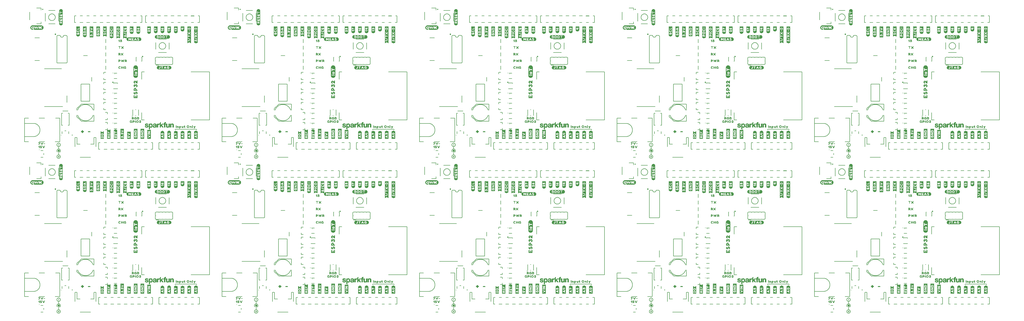
<source format=gto>
G04 EAGLE Gerber RS-274X export*
G75*
%MOMM*%
%FSLAX34Y34*%
%LPD*%
%INSilkscreen Top*%
%IPPOS*%
%AMOC8*
5,1,8,0,0,1.08239X$1,22.5*%
G01*
%ADD10C,0.203200*%
%ADD11C,0.254000*%
%ADD12C,0.127000*%
%ADD13C,0.508000*%
%ADD14C,0.300000*%
%ADD15C,0.254000*%
%ADD16C,0.177800*%
%ADD17C,0.152400*%
%ADD18C,0.406400*%

G36*
X2134116Y1030503D02*
X2134116Y1030503D01*
X2134118Y1030507D01*
X2134122Y1030506D01*
X2140222Y1033506D01*
X2140232Y1033526D01*
X2140240Y1033532D01*
X2140247Y1033534D01*
X2140447Y1034134D01*
X2140443Y1034145D01*
X2140449Y1034150D01*
X2140449Y1095050D01*
X2140413Y1095097D01*
X2140410Y1095095D01*
X2140408Y1095099D01*
X2139808Y1095199D01*
X2139803Y1095196D01*
X2139800Y1095199D01*
X2126900Y1095199D01*
X2126853Y1095163D01*
X2126855Y1095160D01*
X2126851Y1095158D01*
X2126751Y1094558D01*
X2126754Y1094553D01*
X2126751Y1094550D01*
X2126751Y1034350D01*
X2126754Y1034346D01*
X2126751Y1034343D01*
X2126851Y1033643D01*
X2126876Y1033619D01*
X2126878Y1033606D01*
X2133478Y1030306D01*
X2133504Y1030311D01*
X2133516Y1030303D01*
X2134116Y1030503D01*
G37*
G36*
X1384816Y1030503D02*
X1384816Y1030503D01*
X1384818Y1030507D01*
X1384822Y1030506D01*
X1390922Y1033506D01*
X1390932Y1033526D01*
X1390940Y1033532D01*
X1390947Y1033534D01*
X1391147Y1034134D01*
X1391143Y1034145D01*
X1391149Y1034150D01*
X1391149Y1095050D01*
X1391113Y1095097D01*
X1391110Y1095095D01*
X1391108Y1095099D01*
X1390508Y1095199D01*
X1390503Y1095196D01*
X1390500Y1095199D01*
X1377600Y1095199D01*
X1377553Y1095163D01*
X1377555Y1095160D01*
X1377551Y1095158D01*
X1377451Y1094558D01*
X1377454Y1094553D01*
X1377451Y1094550D01*
X1377451Y1034350D01*
X1377454Y1034346D01*
X1377451Y1034343D01*
X1377551Y1033643D01*
X1377576Y1033619D01*
X1377578Y1033606D01*
X1384178Y1030306D01*
X1384204Y1030311D01*
X1384216Y1030303D01*
X1384816Y1030503D01*
G37*
G36*
X2883416Y1030503D02*
X2883416Y1030503D01*
X2883418Y1030507D01*
X2883422Y1030506D01*
X2889522Y1033506D01*
X2889532Y1033526D01*
X2889540Y1033532D01*
X2889547Y1033534D01*
X2889747Y1034134D01*
X2889743Y1034145D01*
X2889749Y1034150D01*
X2889749Y1095050D01*
X2889713Y1095097D01*
X2889710Y1095095D01*
X2889708Y1095099D01*
X2889108Y1095199D01*
X2889103Y1095196D01*
X2889100Y1095199D01*
X2876200Y1095199D01*
X2876153Y1095163D01*
X2876155Y1095160D01*
X2876151Y1095158D01*
X2876051Y1094558D01*
X2876054Y1094553D01*
X2876051Y1094550D01*
X2876051Y1034350D01*
X2876054Y1034346D01*
X2876051Y1034343D01*
X2876151Y1033643D01*
X2876176Y1033619D01*
X2876178Y1033606D01*
X2882778Y1030306D01*
X2882804Y1030311D01*
X2882816Y1030303D01*
X2883416Y1030503D01*
G37*
G36*
X3632716Y1030503D02*
X3632716Y1030503D01*
X3632718Y1030507D01*
X3632722Y1030506D01*
X3638822Y1033506D01*
X3638832Y1033526D01*
X3638840Y1033532D01*
X3638847Y1033534D01*
X3639047Y1034134D01*
X3639043Y1034145D01*
X3639049Y1034150D01*
X3639049Y1095050D01*
X3639013Y1095097D01*
X3639010Y1095095D01*
X3639008Y1095099D01*
X3638408Y1095199D01*
X3638403Y1095196D01*
X3638400Y1095199D01*
X3625500Y1095199D01*
X3625453Y1095163D01*
X3625455Y1095160D01*
X3625451Y1095158D01*
X3625351Y1094558D01*
X3625354Y1094553D01*
X3625351Y1094550D01*
X3625351Y1034350D01*
X3625354Y1034346D01*
X3625351Y1034343D01*
X3625451Y1033643D01*
X3625476Y1033619D01*
X3625478Y1033606D01*
X3632078Y1030306D01*
X3632104Y1030311D01*
X3632116Y1030303D01*
X3632716Y1030503D01*
G37*
G36*
X635516Y1030503D02*
X635516Y1030503D01*
X635518Y1030507D01*
X635522Y1030506D01*
X641622Y1033506D01*
X641632Y1033526D01*
X641640Y1033532D01*
X641647Y1033534D01*
X641847Y1034134D01*
X641843Y1034145D01*
X641849Y1034150D01*
X641849Y1095050D01*
X641813Y1095097D01*
X641810Y1095095D01*
X641808Y1095099D01*
X641208Y1095199D01*
X641203Y1095196D01*
X641200Y1095199D01*
X628300Y1095199D01*
X628253Y1095163D01*
X628255Y1095160D01*
X628251Y1095158D01*
X628151Y1094558D01*
X628154Y1094553D01*
X628151Y1094550D01*
X628151Y1034350D01*
X628154Y1034346D01*
X628151Y1034343D01*
X628251Y1033643D01*
X628276Y1033619D01*
X628278Y1033606D01*
X634878Y1030306D01*
X634904Y1030311D01*
X634916Y1030303D01*
X635516Y1030503D01*
G37*
G36*
X3632716Y441223D02*
X3632716Y441223D01*
X3632718Y441227D01*
X3632722Y441226D01*
X3638822Y444226D01*
X3638832Y444246D01*
X3638840Y444252D01*
X3638847Y444254D01*
X3639047Y444854D01*
X3639043Y444865D01*
X3639049Y444870D01*
X3639049Y505770D01*
X3639013Y505817D01*
X3639010Y505815D01*
X3639008Y505819D01*
X3638408Y505919D01*
X3638403Y505916D01*
X3638400Y505919D01*
X3625500Y505919D01*
X3625453Y505883D01*
X3625455Y505880D01*
X3625451Y505878D01*
X3625351Y505278D01*
X3625354Y505273D01*
X3625351Y505270D01*
X3625351Y445070D01*
X3625354Y445066D01*
X3625351Y445063D01*
X3625451Y444363D01*
X3625476Y444339D01*
X3625478Y444326D01*
X3632078Y441026D01*
X3632104Y441031D01*
X3632116Y441023D01*
X3632716Y441223D01*
G37*
G36*
X2883416Y441223D02*
X2883416Y441223D01*
X2883418Y441227D01*
X2883422Y441226D01*
X2889522Y444226D01*
X2889532Y444246D01*
X2889540Y444252D01*
X2889547Y444254D01*
X2889747Y444854D01*
X2889743Y444865D01*
X2889749Y444870D01*
X2889749Y505770D01*
X2889713Y505817D01*
X2889710Y505815D01*
X2889708Y505819D01*
X2889108Y505919D01*
X2889103Y505916D01*
X2889100Y505919D01*
X2876200Y505919D01*
X2876153Y505883D01*
X2876155Y505880D01*
X2876151Y505878D01*
X2876051Y505278D01*
X2876054Y505273D01*
X2876051Y505270D01*
X2876051Y445070D01*
X2876054Y445066D01*
X2876051Y445063D01*
X2876151Y444363D01*
X2876176Y444339D01*
X2876178Y444326D01*
X2882778Y441026D01*
X2882804Y441031D01*
X2882816Y441023D01*
X2883416Y441223D01*
G37*
G36*
X1384816Y441223D02*
X1384816Y441223D01*
X1384818Y441227D01*
X1384822Y441226D01*
X1390922Y444226D01*
X1390932Y444246D01*
X1390940Y444252D01*
X1390947Y444254D01*
X1391147Y444854D01*
X1391143Y444865D01*
X1391149Y444870D01*
X1391149Y505770D01*
X1391113Y505817D01*
X1391110Y505815D01*
X1391108Y505819D01*
X1390508Y505919D01*
X1390503Y505916D01*
X1390500Y505919D01*
X1377600Y505919D01*
X1377553Y505883D01*
X1377555Y505880D01*
X1377551Y505878D01*
X1377451Y505278D01*
X1377454Y505273D01*
X1377451Y505270D01*
X1377451Y445070D01*
X1377454Y445066D01*
X1377451Y445063D01*
X1377551Y444363D01*
X1377576Y444339D01*
X1377578Y444326D01*
X1384178Y441026D01*
X1384204Y441031D01*
X1384216Y441023D01*
X1384816Y441223D01*
G37*
G36*
X2134116Y441223D02*
X2134116Y441223D01*
X2134118Y441227D01*
X2134122Y441226D01*
X2140222Y444226D01*
X2140232Y444246D01*
X2140240Y444252D01*
X2140247Y444254D01*
X2140447Y444854D01*
X2140443Y444865D01*
X2140449Y444870D01*
X2140449Y505770D01*
X2140413Y505817D01*
X2140410Y505815D01*
X2140408Y505819D01*
X2139808Y505919D01*
X2139803Y505916D01*
X2139800Y505919D01*
X2126900Y505919D01*
X2126853Y505883D01*
X2126855Y505880D01*
X2126851Y505878D01*
X2126751Y505278D01*
X2126754Y505273D01*
X2126751Y505270D01*
X2126751Y445070D01*
X2126754Y445066D01*
X2126751Y445063D01*
X2126851Y444363D01*
X2126876Y444339D01*
X2126878Y444326D01*
X2133478Y441026D01*
X2133504Y441031D01*
X2133516Y441023D01*
X2134116Y441223D01*
G37*
G36*
X635516Y441223D02*
X635516Y441223D01*
X635518Y441227D01*
X635522Y441226D01*
X641622Y444226D01*
X641632Y444246D01*
X641640Y444252D01*
X641647Y444254D01*
X641847Y444854D01*
X641843Y444865D01*
X641849Y444870D01*
X641849Y505770D01*
X641813Y505817D01*
X641810Y505815D01*
X641808Y505819D01*
X641208Y505919D01*
X641203Y505916D01*
X641200Y505919D01*
X628300Y505919D01*
X628253Y505883D01*
X628255Y505880D01*
X628251Y505878D01*
X628151Y505278D01*
X628154Y505273D01*
X628151Y505270D01*
X628151Y445070D01*
X628154Y445066D01*
X628151Y445063D01*
X628251Y444363D01*
X628276Y444339D01*
X628278Y444326D01*
X634878Y441026D01*
X634904Y441031D01*
X634916Y441023D01*
X635516Y441223D01*
G37*
G36*
X3600003Y1031315D02*
X3600003Y1031315D01*
X3600022Y1031306D01*
X3600622Y1031606D01*
X3606708Y1034599D01*
X3607284Y1034503D01*
X3613277Y1031406D01*
X3613332Y1031416D01*
X3613335Y1031415D01*
X3613635Y1031715D01*
X3613636Y1031727D01*
X3613641Y1031731D01*
X3613638Y1031736D01*
X3613639Y1031742D01*
X3613649Y1031750D01*
X3613649Y1094650D01*
X3613641Y1094661D01*
X3613646Y1094668D01*
X3613446Y1095168D01*
X3613405Y1095193D01*
X3613400Y1095199D01*
X3600500Y1095199D01*
X3600489Y1095191D01*
X3600482Y1095196D01*
X3599982Y1094996D01*
X3599957Y1094955D01*
X3599951Y1094950D01*
X3599951Y1031350D01*
X3599954Y1031346D01*
X3599952Y1031341D01*
X3599962Y1031336D01*
X3599987Y1031303D01*
X3600003Y1031315D01*
G37*
G36*
X2850703Y1031315D02*
X2850703Y1031315D01*
X2850722Y1031306D01*
X2851322Y1031606D01*
X2857408Y1034599D01*
X2857984Y1034503D01*
X2863977Y1031406D01*
X2864032Y1031416D01*
X2864035Y1031415D01*
X2864335Y1031715D01*
X2864336Y1031727D01*
X2864341Y1031731D01*
X2864338Y1031736D01*
X2864339Y1031742D01*
X2864349Y1031750D01*
X2864349Y1094650D01*
X2864341Y1094661D01*
X2864346Y1094668D01*
X2864146Y1095168D01*
X2864105Y1095193D01*
X2864100Y1095199D01*
X2851200Y1095199D01*
X2851189Y1095191D01*
X2851182Y1095196D01*
X2850682Y1094996D01*
X2850657Y1094955D01*
X2850651Y1094950D01*
X2850651Y1031350D01*
X2850654Y1031346D01*
X2850652Y1031341D01*
X2850662Y1031336D01*
X2850687Y1031303D01*
X2850703Y1031315D01*
G37*
G36*
X602803Y1031315D02*
X602803Y1031315D01*
X602822Y1031306D01*
X603422Y1031606D01*
X609508Y1034599D01*
X610084Y1034503D01*
X616077Y1031406D01*
X616132Y1031416D01*
X616135Y1031415D01*
X616435Y1031715D01*
X616436Y1031727D01*
X616441Y1031731D01*
X616438Y1031736D01*
X616439Y1031742D01*
X616449Y1031750D01*
X616449Y1094650D01*
X616441Y1094661D01*
X616446Y1094668D01*
X616246Y1095168D01*
X616205Y1095193D01*
X616200Y1095199D01*
X603300Y1095199D01*
X603289Y1095191D01*
X603282Y1095196D01*
X602782Y1094996D01*
X602757Y1094955D01*
X602751Y1094950D01*
X602751Y1031350D01*
X602754Y1031346D01*
X602752Y1031341D01*
X602762Y1031336D01*
X602787Y1031303D01*
X602803Y1031315D01*
G37*
G36*
X1352103Y1031315D02*
X1352103Y1031315D01*
X1352122Y1031306D01*
X1352722Y1031606D01*
X1358808Y1034599D01*
X1359384Y1034503D01*
X1365377Y1031406D01*
X1365432Y1031416D01*
X1365435Y1031415D01*
X1365735Y1031715D01*
X1365736Y1031727D01*
X1365741Y1031731D01*
X1365738Y1031736D01*
X1365739Y1031742D01*
X1365749Y1031750D01*
X1365749Y1094650D01*
X1365741Y1094661D01*
X1365746Y1094668D01*
X1365546Y1095168D01*
X1365505Y1095193D01*
X1365500Y1095199D01*
X1352600Y1095199D01*
X1352589Y1095191D01*
X1352582Y1095196D01*
X1352082Y1094996D01*
X1352057Y1094955D01*
X1352051Y1094950D01*
X1352051Y1031350D01*
X1352054Y1031346D01*
X1352052Y1031341D01*
X1352062Y1031336D01*
X1352087Y1031303D01*
X1352103Y1031315D01*
G37*
G36*
X2101403Y1031315D02*
X2101403Y1031315D01*
X2101422Y1031306D01*
X2102022Y1031606D01*
X2108108Y1034599D01*
X2108684Y1034503D01*
X2114677Y1031406D01*
X2114732Y1031416D01*
X2114735Y1031415D01*
X2115035Y1031715D01*
X2115036Y1031727D01*
X2115041Y1031731D01*
X2115038Y1031736D01*
X2115039Y1031742D01*
X2115049Y1031750D01*
X2115049Y1094650D01*
X2115041Y1094661D01*
X2115046Y1094668D01*
X2114846Y1095168D01*
X2114805Y1095193D01*
X2114800Y1095199D01*
X2101900Y1095199D01*
X2101889Y1095191D01*
X2101882Y1095196D01*
X2101382Y1094996D01*
X2101357Y1094955D01*
X2101351Y1094950D01*
X2101351Y1031350D01*
X2101354Y1031346D01*
X2101352Y1031341D01*
X2101362Y1031336D01*
X2101387Y1031303D01*
X2101403Y1031315D01*
G37*
G36*
X602803Y442035D02*
X602803Y442035D01*
X602822Y442026D01*
X603422Y442326D01*
X609508Y445319D01*
X610084Y445223D01*
X616077Y442126D01*
X616132Y442136D01*
X616135Y442135D01*
X616435Y442435D01*
X616436Y442447D01*
X616441Y442451D01*
X616438Y442456D01*
X616439Y442462D01*
X616449Y442470D01*
X616449Y505370D01*
X616441Y505381D01*
X616446Y505388D01*
X616246Y505888D01*
X616205Y505913D01*
X616200Y505919D01*
X603300Y505919D01*
X603289Y505911D01*
X603282Y505916D01*
X602782Y505716D01*
X602757Y505675D01*
X602751Y505670D01*
X602751Y442070D01*
X602754Y442066D01*
X602752Y442061D01*
X602762Y442056D01*
X602787Y442023D01*
X602803Y442035D01*
G37*
G36*
X2101403Y442035D02*
X2101403Y442035D01*
X2101422Y442026D01*
X2102022Y442326D01*
X2108108Y445319D01*
X2108684Y445223D01*
X2114677Y442126D01*
X2114732Y442136D01*
X2114735Y442135D01*
X2115035Y442435D01*
X2115036Y442447D01*
X2115041Y442451D01*
X2115038Y442456D01*
X2115039Y442462D01*
X2115049Y442470D01*
X2115049Y505370D01*
X2115041Y505381D01*
X2115046Y505388D01*
X2114846Y505888D01*
X2114805Y505913D01*
X2114800Y505919D01*
X2101900Y505919D01*
X2101889Y505911D01*
X2101882Y505916D01*
X2101382Y505716D01*
X2101357Y505675D01*
X2101351Y505670D01*
X2101351Y442070D01*
X2101354Y442066D01*
X2101352Y442061D01*
X2101362Y442056D01*
X2101387Y442023D01*
X2101403Y442035D01*
G37*
G36*
X2850703Y442035D02*
X2850703Y442035D01*
X2850722Y442026D01*
X2851322Y442326D01*
X2857408Y445319D01*
X2857984Y445223D01*
X2863977Y442126D01*
X2864032Y442136D01*
X2864035Y442135D01*
X2864335Y442435D01*
X2864336Y442447D01*
X2864341Y442451D01*
X2864338Y442456D01*
X2864339Y442462D01*
X2864349Y442470D01*
X2864349Y505370D01*
X2864341Y505381D01*
X2864346Y505388D01*
X2864146Y505888D01*
X2864105Y505913D01*
X2864100Y505919D01*
X2851200Y505919D01*
X2851189Y505911D01*
X2851182Y505916D01*
X2850682Y505716D01*
X2850657Y505675D01*
X2850651Y505670D01*
X2850651Y442070D01*
X2850654Y442066D01*
X2850652Y442061D01*
X2850662Y442056D01*
X2850687Y442023D01*
X2850703Y442035D01*
G37*
G36*
X1352103Y442035D02*
X1352103Y442035D01*
X1352122Y442026D01*
X1352722Y442326D01*
X1358808Y445319D01*
X1359384Y445223D01*
X1365377Y442126D01*
X1365432Y442136D01*
X1365435Y442135D01*
X1365735Y442435D01*
X1365736Y442447D01*
X1365741Y442451D01*
X1365738Y442456D01*
X1365739Y442462D01*
X1365749Y442470D01*
X1365749Y505370D01*
X1365741Y505381D01*
X1365746Y505388D01*
X1365546Y505888D01*
X1365505Y505913D01*
X1365500Y505919D01*
X1352600Y505919D01*
X1352589Y505911D01*
X1352582Y505916D01*
X1352082Y505716D01*
X1352057Y505675D01*
X1352051Y505670D01*
X1352051Y442070D01*
X1352054Y442066D01*
X1352052Y442061D01*
X1352062Y442056D01*
X1352087Y442023D01*
X1352103Y442035D01*
G37*
G36*
X3600003Y442035D02*
X3600003Y442035D01*
X3600022Y442026D01*
X3600622Y442326D01*
X3606708Y445319D01*
X3607284Y445223D01*
X3613277Y442126D01*
X3613332Y442136D01*
X3613335Y442135D01*
X3613635Y442435D01*
X3613636Y442447D01*
X3613641Y442451D01*
X3613638Y442456D01*
X3613639Y442462D01*
X3613649Y442470D01*
X3613649Y505370D01*
X3613641Y505381D01*
X3613646Y505388D01*
X3613446Y505888D01*
X3613405Y505913D01*
X3613400Y505919D01*
X3600500Y505919D01*
X3600489Y505911D01*
X3600482Y505916D01*
X3599982Y505716D01*
X3599957Y505675D01*
X3599951Y505670D01*
X3599951Y442070D01*
X3599954Y442066D01*
X3599952Y442061D01*
X3599962Y442056D01*
X3599987Y442023D01*
X3600003Y442035D01*
G37*
G36*
X1622092Y1099277D02*
X1622092Y1099277D01*
X1622093Y1099276D01*
X1623493Y1099476D01*
X1623495Y1099478D01*
X1623498Y1099477D01*
X1624698Y1099877D01*
X1624700Y1099881D01*
X1624703Y1099880D01*
X1625903Y1100680D01*
X1625904Y1100681D01*
X1625905Y1100681D01*
X1626405Y1101081D01*
X1626406Y1101083D01*
X1626407Y1101083D01*
X1626907Y1101583D01*
X1626907Y1101585D01*
X1626909Y1101585D01*
X1627309Y1102085D01*
X1627309Y1102086D01*
X1627310Y1102087D01*
X1627710Y1102687D01*
X1627710Y1102689D01*
X1627712Y1102689D01*
X1628012Y1103289D01*
X1628011Y1103292D01*
X1628013Y1103292D01*
X1628213Y1103892D01*
X1628213Y1103893D01*
X1628413Y1104593D01*
X1628412Y1104595D01*
X1628414Y1104596D01*
X1628514Y1105196D01*
X1628514Y1105197D01*
X1628614Y1105897D01*
X1628613Y1105899D01*
X1628614Y1105900D01*
X1628614Y1154600D01*
X1628613Y1154602D01*
X1628614Y1154603D01*
X1628414Y1156003D01*
X1628412Y1156005D01*
X1628413Y1156008D01*
X1628213Y1156607D01*
X1628013Y1157307D01*
X1628011Y1157308D01*
X1628012Y1157311D01*
X1627712Y1157911D01*
X1627710Y1157911D01*
X1627711Y1157912D01*
X1627411Y1158412D01*
X1627408Y1158413D01*
X1627409Y1158416D01*
X1626909Y1159015D01*
X1626509Y1159515D01*
X1626505Y1159516D01*
X1626505Y1159519D01*
X1626005Y1159919D01*
X1626004Y1159919D01*
X1626003Y1159920D01*
X1625403Y1160320D01*
X1625401Y1160320D01*
X1625401Y1160322D01*
X1624201Y1160922D01*
X1624198Y1160921D01*
X1624197Y1160923D01*
X1623497Y1161123D01*
X1623495Y1161122D01*
X1623494Y1161124D01*
X1622894Y1161224D01*
X1622893Y1161224D01*
X1622193Y1161324D01*
X1622191Y1161323D01*
X1622190Y1161324D01*
X1620890Y1161324D01*
X1620887Y1161321D01*
X1620883Y1161323D01*
X1620183Y1161123D01*
X1620182Y1161123D01*
X1619583Y1160923D01*
X1618883Y1160723D01*
X1618882Y1160721D01*
X1618879Y1160722D01*
X1618279Y1160422D01*
X1618278Y1160418D01*
X1618275Y1160419D01*
X1617776Y1160020D01*
X1617177Y1159620D01*
X1617175Y1159615D01*
X1617171Y1159615D01*
X1616772Y1159116D01*
X1616273Y1158617D01*
X1616273Y1158612D01*
X1616268Y1158611D01*
X1615368Y1156811D01*
X1615369Y1156808D01*
X1615367Y1156807D01*
X1615167Y1156107D01*
X1615168Y1156105D01*
X1615166Y1156104D01*
X1615066Y1155504D01*
X1615066Y1155503D01*
X1614966Y1154803D01*
X1614967Y1154801D01*
X1614966Y1154800D01*
X1614966Y1106100D01*
X1614969Y1106096D01*
X1614967Y1106092D01*
X1614969Y1106091D01*
X1614969Y1106088D01*
X1614978Y1106086D01*
X1614987Y1106076D01*
X1614993Y1106081D01*
X1615001Y1106078D01*
X1615152Y1106154D01*
X1614975Y1106019D01*
X1614973Y1106006D01*
X1614966Y1106000D01*
X1614966Y1105900D01*
X1614967Y1105899D01*
X1614967Y1105898D01*
X1614966Y1105897D01*
X1615066Y1105197D01*
X1615066Y1105196D01*
X1615166Y1104596D01*
X1615168Y1104595D01*
X1615167Y1104593D01*
X1615367Y1103893D01*
X1615367Y1103892D01*
X1615567Y1103292D01*
X1615569Y1103291D01*
X1615568Y1103289D01*
X1615868Y1102689D01*
X1615870Y1102688D01*
X1615870Y1102687D01*
X1616270Y1102087D01*
X1616271Y1102086D01*
X1616271Y1102085D01*
X1616671Y1101585D01*
X1616673Y1101585D01*
X1616673Y1101583D01*
X1617173Y1101083D01*
X1617175Y1101083D01*
X1617175Y1101081D01*
X1617675Y1100681D01*
X1617676Y1100681D01*
X1617677Y1100680D01*
X1618277Y1100280D01*
X1618279Y1100280D01*
X1618279Y1100278D01*
X1619479Y1099678D01*
X1619482Y1099679D01*
X1619482Y1099677D01*
X1620082Y1099477D01*
X1620085Y1099478D01*
X1620087Y1099476D01*
X1621487Y1099276D01*
X1621489Y1099277D01*
X1621490Y1099276D01*
X1622090Y1099276D01*
X1622092Y1099277D01*
G37*
G36*
X872792Y1099277D02*
X872792Y1099277D01*
X872793Y1099276D01*
X874193Y1099476D01*
X874195Y1099478D01*
X874198Y1099477D01*
X875398Y1099877D01*
X875400Y1099881D01*
X875403Y1099880D01*
X876603Y1100680D01*
X876604Y1100681D01*
X876605Y1100681D01*
X877105Y1101081D01*
X877106Y1101083D01*
X877107Y1101083D01*
X877607Y1101583D01*
X877607Y1101585D01*
X877609Y1101585D01*
X878009Y1102085D01*
X878009Y1102086D01*
X878010Y1102087D01*
X878410Y1102687D01*
X878410Y1102689D01*
X878412Y1102689D01*
X878712Y1103289D01*
X878711Y1103292D01*
X878713Y1103292D01*
X878913Y1103892D01*
X878913Y1103893D01*
X879113Y1104593D01*
X879112Y1104595D01*
X879114Y1104596D01*
X879214Y1105196D01*
X879214Y1105197D01*
X879314Y1105897D01*
X879313Y1105899D01*
X879314Y1105900D01*
X879314Y1154600D01*
X879313Y1154602D01*
X879314Y1154603D01*
X879114Y1156003D01*
X879112Y1156005D01*
X879113Y1156008D01*
X878913Y1156607D01*
X878713Y1157307D01*
X878711Y1157308D01*
X878712Y1157311D01*
X878412Y1157911D01*
X878410Y1157911D01*
X878411Y1157912D01*
X878111Y1158412D01*
X878108Y1158413D01*
X878109Y1158416D01*
X877609Y1159015D01*
X877209Y1159515D01*
X877205Y1159516D01*
X877205Y1159519D01*
X876705Y1159919D01*
X876704Y1159919D01*
X876703Y1159920D01*
X876103Y1160320D01*
X876101Y1160320D01*
X876101Y1160322D01*
X874901Y1160922D01*
X874898Y1160921D01*
X874897Y1160923D01*
X874197Y1161123D01*
X874195Y1161122D01*
X874194Y1161124D01*
X873594Y1161224D01*
X873593Y1161224D01*
X872893Y1161324D01*
X872891Y1161323D01*
X872890Y1161324D01*
X871590Y1161324D01*
X871587Y1161321D01*
X871583Y1161323D01*
X870883Y1161123D01*
X870882Y1161123D01*
X870283Y1160923D01*
X869583Y1160723D01*
X869582Y1160721D01*
X869579Y1160722D01*
X868979Y1160422D01*
X868978Y1160418D01*
X868975Y1160419D01*
X868476Y1160020D01*
X867877Y1159620D01*
X867875Y1159615D01*
X867871Y1159615D01*
X867472Y1159116D01*
X866973Y1158617D01*
X866973Y1158612D01*
X866968Y1158611D01*
X866068Y1156811D01*
X866069Y1156808D01*
X866067Y1156807D01*
X865867Y1156107D01*
X865868Y1156105D01*
X865866Y1156104D01*
X865766Y1155504D01*
X865766Y1155503D01*
X865666Y1154803D01*
X865667Y1154801D01*
X865666Y1154800D01*
X865666Y1106100D01*
X865669Y1106096D01*
X865667Y1106092D01*
X865669Y1106091D01*
X865669Y1106088D01*
X865678Y1106086D01*
X865687Y1106076D01*
X865693Y1106081D01*
X865701Y1106078D01*
X865852Y1106154D01*
X865675Y1106019D01*
X865673Y1106006D01*
X865666Y1106000D01*
X865666Y1105900D01*
X865667Y1105899D01*
X865667Y1105898D01*
X865666Y1105897D01*
X865766Y1105197D01*
X865766Y1105196D01*
X865866Y1104596D01*
X865868Y1104595D01*
X865867Y1104593D01*
X866067Y1103893D01*
X866067Y1103892D01*
X866267Y1103292D01*
X866269Y1103291D01*
X866268Y1103289D01*
X866568Y1102689D01*
X866570Y1102688D01*
X866570Y1102687D01*
X866970Y1102087D01*
X866971Y1102086D01*
X866971Y1102085D01*
X867371Y1101585D01*
X867373Y1101585D01*
X867373Y1101583D01*
X867873Y1101083D01*
X867875Y1101083D01*
X867875Y1101081D01*
X868375Y1100681D01*
X868376Y1100681D01*
X868377Y1100680D01*
X868977Y1100280D01*
X868979Y1100280D01*
X868979Y1100278D01*
X870179Y1099678D01*
X870182Y1099679D01*
X870182Y1099677D01*
X870782Y1099477D01*
X870785Y1099478D01*
X870787Y1099476D01*
X872187Y1099276D01*
X872189Y1099277D01*
X872190Y1099276D01*
X872790Y1099276D01*
X872792Y1099277D01*
G37*
G36*
X2371392Y1099277D02*
X2371392Y1099277D01*
X2371393Y1099276D01*
X2372793Y1099476D01*
X2372795Y1099478D01*
X2372798Y1099477D01*
X2373998Y1099877D01*
X2374000Y1099881D01*
X2374003Y1099880D01*
X2375203Y1100680D01*
X2375204Y1100681D01*
X2375205Y1100681D01*
X2375705Y1101081D01*
X2375706Y1101083D01*
X2375707Y1101083D01*
X2376207Y1101583D01*
X2376207Y1101585D01*
X2376209Y1101585D01*
X2376609Y1102085D01*
X2376609Y1102086D01*
X2376610Y1102087D01*
X2377010Y1102687D01*
X2377010Y1102689D01*
X2377012Y1102689D01*
X2377312Y1103289D01*
X2377311Y1103292D01*
X2377313Y1103292D01*
X2377513Y1103892D01*
X2377513Y1103893D01*
X2377713Y1104593D01*
X2377712Y1104595D01*
X2377714Y1104596D01*
X2377814Y1105196D01*
X2377814Y1105197D01*
X2377914Y1105897D01*
X2377913Y1105899D01*
X2377914Y1105900D01*
X2377914Y1154600D01*
X2377913Y1154602D01*
X2377914Y1154603D01*
X2377714Y1156003D01*
X2377712Y1156005D01*
X2377713Y1156008D01*
X2377513Y1156607D01*
X2377313Y1157307D01*
X2377311Y1157308D01*
X2377312Y1157311D01*
X2377012Y1157911D01*
X2377010Y1157911D01*
X2377011Y1157912D01*
X2376711Y1158412D01*
X2376708Y1158413D01*
X2376709Y1158416D01*
X2376209Y1159015D01*
X2375809Y1159515D01*
X2375805Y1159516D01*
X2375805Y1159519D01*
X2375305Y1159919D01*
X2375304Y1159919D01*
X2375303Y1159920D01*
X2374703Y1160320D01*
X2374701Y1160320D01*
X2374701Y1160322D01*
X2373501Y1160922D01*
X2373498Y1160921D01*
X2373497Y1160923D01*
X2372797Y1161123D01*
X2372795Y1161122D01*
X2372794Y1161124D01*
X2372194Y1161224D01*
X2372193Y1161224D01*
X2371493Y1161324D01*
X2371491Y1161323D01*
X2371490Y1161324D01*
X2370190Y1161324D01*
X2370187Y1161321D01*
X2370183Y1161323D01*
X2369483Y1161123D01*
X2369482Y1161123D01*
X2368883Y1160923D01*
X2368183Y1160723D01*
X2368182Y1160721D01*
X2368179Y1160722D01*
X2367579Y1160422D01*
X2367578Y1160418D01*
X2367575Y1160419D01*
X2367076Y1160020D01*
X2366477Y1159620D01*
X2366475Y1159615D01*
X2366471Y1159615D01*
X2366072Y1159116D01*
X2365573Y1158617D01*
X2365573Y1158612D01*
X2365568Y1158611D01*
X2364668Y1156811D01*
X2364669Y1156808D01*
X2364667Y1156807D01*
X2364467Y1156107D01*
X2364468Y1156105D01*
X2364466Y1156104D01*
X2364366Y1155504D01*
X2364366Y1155503D01*
X2364266Y1154803D01*
X2364267Y1154801D01*
X2364266Y1154800D01*
X2364266Y1106100D01*
X2364269Y1106096D01*
X2364267Y1106092D01*
X2364269Y1106091D01*
X2364269Y1106088D01*
X2364278Y1106086D01*
X2364287Y1106076D01*
X2364293Y1106081D01*
X2364301Y1106078D01*
X2364452Y1106154D01*
X2364275Y1106019D01*
X2364273Y1106006D01*
X2364266Y1106000D01*
X2364266Y1105900D01*
X2364267Y1105899D01*
X2364267Y1105898D01*
X2364266Y1105897D01*
X2364366Y1105197D01*
X2364366Y1105196D01*
X2364466Y1104596D01*
X2364468Y1104595D01*
X2364467Y1104593D01*
X2364667Y1103893D01*
X2364667Y1103892D01*
X2364867Y1103292D01*
X2364869Y1103291D01*
X2364868Y1103289D01*
X2365168Y1102689D01*
X2365170Y1102688D01*
X2365170Y1102687D01*
X2365570Y1102087D01*
X2365571Y1102086D01*
X2365571Y1102085D01*
X2365971Y1101585D01*
X2365973Y1101585D01*
X2365973Y1101583D01*
X2366473Y1101083D01*
X2366475Y1101083D01*
X2366475Y1101081D01*
X2366975Y1100681D01*
X2366976Y1100681D01*
X2366977Y1100680D01*
X2367577Y1100280D01*
X2367579Y1100280D01*
X2367579Y1100278D01*
X2368779Y1099678D01*
X2368782Y1099679D01*
X2368782Y1099677D01*
X2369382Y1099477D01*
X2369385Y1099478D01*
X2369387Y1099476D01*
X2370787Y1099276D01*
X2370789Y1099277D01*
X2370790Y1099276D01*
X2371390Y1099276D01*
X2371392Y1099277D01*
G37*
G36*
X123492Y1099277D02*
X123492Y1099277D01*
X123493Y1099276D01*
X124893Y1099476D01*
X124895Y1099478D01*
X124898Y1099477D01*
X126098Y1099877D01*
X126100Y1099881D01*
X126103Y1099880D01*
X127303Y1100680D01*
X127304Y1100681D01*
X127305Y1100681D01*
X127805Y1101081D01*
X127806Y1101083D01*
X127807Y1101083D01*
X128307Y1101583D01*
X128307Y1101585D01*
X128309Y1101585D01*
X128709Y1102085D01*
X128709Y1102086D01*
X128710Y1102087D01*
X129110Y1102687D01*
X129110Y1102689D01*
X129112Y1102689D01*
X129412Y1103289D01*
X129411Y1103292D01*
X129413Y1103292D01*
X129613Y1103892D01*
X129613Y1103893D01*
X129813Y1104593D01*
X129812Y1104595D01*
X129814Y1104596D01*
X129914Y1105196D01*
X129914Y1105197D01*
X130014Y1105897D01*
X130013Y1105899D01*
X130014Y1105900D01*
X130014Y1154600D01*
X130013Y1154602D01*
X130014Y1154603D01*
X129814Y1156003D01*
X129812Y1156005D01*
X129813Y1156008D01*
X129613Y1156607D01*
X129413Y1157307D01*
X129411Y1157308D01*
X129412Y1157311D01*
X129112Y1157911D01*
X129110Y1157911D01*
X129111Y1157912D01*
X128811Y1158412D01*
X128808Y1158413D01*
X128809Y1158416D01*
X128309Y1159015D01*
X127909Y1159515D01*
X127905Y1159516D01*
X127905Y1159519D01*
X127405Y1159919D01*
X127404Y1159919D01*
X127403Y1159920D01*
X126803Y1160320D01*
X126801Y1160320D01*
X126801Y1160322D01*
X125601Y1160922D01*
X125598Y1160921D01*
X125597Y1160923D01*
X124897Y1161123D01*
X124895Y1161122D01*
X124894Y1161124D01*
X124294Y1161224D01*
X124293Y1161224D01*
X123593Y1161324D01*
X123591Y1161323D01*
X123590Y1161324D01*
X122290Y1161324D01*
X122287Y1161321D01*
X122283Y1161323D01*
X121583Y1161123D01*
X121582Y1161123D01*
X120983Y1160923D01*
X120283Y1160723D01*
X120282Y1160721D01*
X120279Y1160722D01*
X119679Y1160422D01*
X119678Y1160418D01*
X119675Y1160419D01*
X119176Y1160020D01*
X118577Y1159620D01*
X118575Y1159615D01*
X118571Y1159615D01*
X118172Y1159116D01*
X117673Y1158617D01*
X117673Y1158612D01*
X117668Y1158611D01*
X116768Y1156811D01*
X116769Y1156808D01*
X116767Y1156807D01*
X116567Y1156107D01*
X116568Y1156105D01*
X116566Y1156104D01*
X116466Y1155504D01*
X116466Y1155503D01*
X116366Y1154803D01*
X116367Y1154801D01*
X116366Y1154800D01*
X116366Y1106100D01*
X116369Y1106096D01*
X116367Y1106092D01*
X116369Y1106091D01*
X116369Y1106088D01*
X116378Y1106086D01*
X116387Y1106076D01*
X116393Y1106081D01*
X116401Y1106078D01*
X116552Y1106154D01*
X116375Y1106019D01*
X116373Y1106006D01*
X116366Y1106000D01*
X116366Y1105900D01*
X116367Y1105899D01*
X116367Y1105898D01*
X116366Y1105897D01*
X116466Y1105197D01*
X116466Y1105196D01*
X116566Y1104596D01*
X116568Y1104595D01*
X116567Y1104593D01*
X116767Y1103893D01*
X116767Y1103892D01*
X116967Y1103292D01*
X116969Y1103291D01*
X116968Y1103289D01*
X117268Y1102689D01*
X117270Y1102688D01*
X117270Y1102687D01*
X117670Y1102087D01*
X117671Y1102086D01*
X117671Y1102085D01*
X118071Y1101585D01*
X118073Y1101585D01*
X118073Y1101583D01*
X118573Y1101083D01*
X118575Y1101083D01*
X118575Y1101081D01*
X119075Y1100681D01*
X119076Y1100681D01*
X119077Y1100680D01*
X119677Y1100280D01*
X119679Y1100280D01*
X119679Y1100278D01*
X120879Y1099678D01*
X120882Y1099679D01*
X120882Y1099677D01*
X121482Y1099477D01*
X121485Y1099478D01*
X121487Y1099476D01*
X122887Y1099276D01*
X122889Y1099277D01*
X122890Y1099276D01*
X123490Y1099276D01*
X123492Y1099277D01*
G37*
G36*
X3120692Y509997D02*
X3120692Y509997D01*
X3120693Y509996D01*
X3122093Y510196D01*
X3122095Y510198D01*
X3122098Y510197D01*
X3123298Y510597D01*
X3123300Y510601D01*
X3123303Y510600D01*
X3124503Y511400D01*
X3124504Y511401D01*
X3124505Y511401D01*
X3125005Y511801D01*
X3125006Y511803D01*
X3125007Y511803D01*
X3125507Y512303D01*
X3125507Y512305D01*
X3125509Y512305D01*
X3125909Y512805D01*
X3125909Y512806D01*
X3125910Y512807D01*
X3126310Y513407D01*
X3126310Y513409D01*
X3126312Y513409D01*
X3126612Y514009D01*
X3126611Y514012D01*
X3126613Y514012D01*
X3126813Y514612D01*
X3126813Y514613D01*
X3127013Y515313D01*
X3127012Y515315D01*
X3127014Y515316D01*
X3127114Y515916D01*
X3127114Y515917D01*
X3127214Y516617D01*
X3127213Y516619D01*
X3127214Y516620D01*
X3127214Y565320D01*
X3127213Y565322D01*
X3127214Y565323D01*
X3127014Y566723D01*
X3127012Y566725D01*
X3127013Y566728D01*
X3126813Y567327D01*
X3126613Y568027D01*
X3126611Y568028D01*
X3126612Y568031D01*
X3126312Y568631D01*
X3126310Y568631D01*
X3126311Y568632D01*
X3126011Y569132D01*
X3126008Y569133D01*
X3126009Y569136D01*
X3125509Y569735D01*
X3125109Y570235D01*
X3125105Y570236D01*
X3125105Y570239D01*
X3124605Y570639D01*
X3124604Y570639D01*
X3124603Y570640D01*
X3124003Y571040D01*
X3124001Y571040D01*
X3124001Y571042D01*
X3122801Y571642D01*
X3122798Y571641D01*
X3122797Y571643D01*
X3122097Y571843D01*
X3122095Y571842D01*
X3122094Y571844D01*
X3121494Y571944D01*
X3121493Y571944D01*
X3120793Y572044D01*
X3120791Y572043D01*
X3120790Y572044D01*
X3119490Y572044D01*
X3119487Y572041D01*
X3119483Y572043D01*
X3118783Y571843D01*
X3118782Y571843D01*
X3118183Y571643D01*
X3117483Y571443D01*
X3117482Y571441D01*
X3117479Y571442D01*
X3116879Y571142D01*
X3116878Y571138D01*
X3116875Y571139D01*
X3116376Y570740D01*
X3115777Y570340D01*
X3115775Y570335D01*
X3115771Y570335D01*
X3115372Y569836D01*
X3114873Y569337D01*
X3114873Y569332D01*
X3114868Y569331D01*
X3113968Y567531D01*
X3113969Y567528D01*
X3113967Y567527D01*
X3113767Y566827D01*
X3113768Y566825D01*
X3113766Y566824D01*
X3113666Y566224D01*
X3113666Y566223D01*
X3113566Y565523D01*
X3113567Y565521D01*
X3113566Y565520D01*
X3113566Y516820D01*
X3113569Y516816D01*
X3113567Y516812D01*
X3113569Y516811D01*
X3113569Y516808D01*
X3113578Y516806D01*
X3113587Y516796D01*
X3113593Y516801D01*
X3113601Y516798D01*
X3113752Y516874D01*
X3113575Y516739D01*
X3113573Y516726D01*
X3113566Y516720D01*
X3113566Y516620D01*
X3113567Y516619D01*
X3113567Y516618D01*
X3113566Y516617D01*
X3113666Y515917D01*
X3113666Y515916D01*
X3113766Y515316D01*
X3113768Y515315D01*
X3113767Y515313D01*
X3113967Y514613D01*
X3113967Y514612D01*
X3114167Y514012D01*
X3114169Y514011D01*
X3114168Y514009D01*
X3114468Y513409D01*
X3114470Y513408D01*
X3114470Y513407D01*
X3114870Y512807D01*
X3114871Y512806D01*
X3114871Y512805D01*
X3115271Y512305D01*
X3115273Y512305D01*
X3115273Y512303D01*
X3115773Y511803D01*
X3115775Y511803D01*
X3115775Y511801D01*
X3116275Y511401D01*
X3116276Y511401D01*
X3116277Y511400D01*
X3116877Y511000D01*
X3116879Y511000D01*
X3116879Y510998D01*
X3118079Y510398D01*
X3118082Y510399D01*
X3118082Y510397D01*
X3118682Y510197D01*
X3118685Y510198D01*
X3118687Y510196D01*
X3120087Y509996D01*
X3120089Y509997D01*
X3120090Y509996D01*
X3120690Y509996D01*
X3120692Y509997D01*
G37*
G36*
X3120692Y1099277D02*
X3120692Y1099277D01*
X3120693Y1099276D01*
X3122093Y1099476D01*
X3122095Y1099478D01*
X3122098Y1099477D01*
X3123298Y1099877D01*
X3123300Y1099881D01*
X3123303Y1099880D01*
X3124503Y1100680D01*
X3124504Y1100681D01*
X3124505Y1100681D01*
X3125005Y1101081D01*
X3125006Y1101083D01*
X3125007Y1101083D01*
X3125507Y1101583D01*
X3125507Y1101585D01*
X3125509Y1101585D01*
X3125909Y1102085D01*
X3125909Y1102086D01*
X3125910Y1102087D01*
X3126310Y1102687D01*
X3126310Y1102689D01*
X3126312Y1102689D01*
X3126612Y1103289D01*
X3126611Y1103292D01*
X3126613Y1103292D01*
X3126813Y1103892D01*
X3126813Y1103893D01*
X3127013Y1104593D01*
X3127012Y1104595D01*
X3127014Y1104596D01*
X3127114Y1105196D01*
X3127114Y1105197D01*
X3127214Y1105897D01*
X3127213Y1105899D01*
X3127214Y1105900D01*
X3127214Y1154600D01*
X3127213Y1154602D01*
X3127214Y1154603D01*
X3127014Y1156003D01*
X3127012Y1156005D01*
X3127013Y1156008D01*
X3126813Y1156607D01*
X3126613Y1157307D01*
X3126611Y1157308D01*
X3126612Y1157311D01*
X3126312Y1157911D01*
X3126310Y1157911D01*
X3126311Y1157912D01*
X3126011Y1158412D01*
X3126008Y1158413D01*
X3126009Y1158416D01*
X3125509Y1159015D01*
X3125109Y1159515D01*
X3125105Y1159516D01*
X3125105Y1159519D01*
X3124605Y1159919D01*
X3124604Y1159919D01*
X3124603Y1159920D01*
X3124003Y1160320D01*
X3124001Y1160320D01*
X3124001Y1160322D01*
X3122801Y1160922D01*
X3122798Y1160921D01*
X3122797Y1160923D01*
X3122097Y1161123D01*
X3122095Y1161122D01*
X3122094Y1161124D01*
X3121494Y1161224D01*
X3121493Y1161224D01*
X3120793Y1161324D01*
X3120791Y1161323D01*
X3120790Y1161324D01*
X3119490Y1161324D01*
X3119487Y1161321D01*
X3119483Y1161323D01*
X3118783Y1161123D01*
X3118782Y1161123D01*
X3118183Y1160923D01*
X3117483Y1160723D01*
X3117482Y1160721D01*
X3117479Y1160722D01*
X3116879Y1160422D01*
X3116878Y1160418D01*
X3116875Y1160419D01*
X3116376Y1160020D01*
X3115777Y1159620D01*
X3115775Y1159615D01*
X3115771Y1159615D01*
X3115372Y1159116D01*
X3114873Y1158617D01*
X3114873Y1158612D01*
X3114868Y1158611D01*
X3113968Y1156811D01*
X3113969Y1156808D01*
X3113967Y1156807D01*
X3113767Y1156107D01*
X3113768Y1156105D01*
X3113766Y1156104D01*
X3113666Y1155504D01*
X3113666Y1155503D01*
X3113566Y1154803D01*
X3113567Y1154801D01*
X3113566Y1154800D01*
X3113566Y1106100D01*
X3113569Y1106096D01*
X3113567Y1106092D01*
X3113569Y1106091D01*
X3113569Y1106088D01*
X3113578Y1106086D01*
X3113587Y1106076D01*
X3113593Y1106081D01*
X3113601Y1106078D01*
X3113752Y1106154D01*
X3113575Y1106019D01*
X3113573Y1106006D01*
X3113566Y1106000D01*
X3113566Y1105900D01*
X3113567Y1105899D01*
X3113567Y1105898D01*
X3113566Y1105897D01*
X3113666Y1105197D01*
X3113666Y1105196D01*
X3113766Y1104596D01*
X3113768Y1104595D01*
X3113767Y1104593D01*
X3113967Y1103893D01*
X3113967Y1103892D01*
X3114167Y1103292D01*
X3114169Y1103291D01*
X3114168Y1103289D01*
X3114468Y1102689D01*
X3114470Y1102688D01*
X3114470Y1102687D01*
X3114870Y1102087D01*
X3114871Y1102086D01*
X3114871Y1102085D01*
X3115271Y1101585D01*
X3115273Y1101585D01*
X3115273Y1101583D01*
X3115773Y1101083D01*
X3115775Y1101083D01*
X3115775Y1101081D01*
X3116275Y1100681D01*
X3116276Y1100681D01*
X3116277Y1100680D01*
X3116877Y1100280D01*
X3116879Y1100280D01*
X3116879Y1100278D01*
X3118079Y1099678D01*
X3118082Y1099679D01*
X3118082Y1099677D01*
X3118682Y1099477D01*
X3118685Y1099478D01*
X3118687Y1099476D01*
X3120087Y1099276D01*
X3120089Y1099277D01*
X3120090Y1099276D01*
X3120690Y1099276D01*
X3120692Y1099277D01*
G37*
G36*
X872792Y509997D02*
X872792Y509997D01*
X872793Y509996D01*
X874193Y510196D01*
X874195Y510198D01*
X874198Y510197D01*
X875398Y510597D01*
X875400Y510601D01*
X875403Y510600D01*
X876603Y511400D01*
X876604Y511401D01*
X876605Y511401D01*
X877105Y511801D01*
X877106Y511803D01*
X877107Y511803D01*
X877607Y512303D01*
X877607Y512305D01*
X877609Y512305D01*
X878009Y512805D01*
X878009Y512806D01*
X878010Y512807D01*
X878410Y513407D01*
X878410Y513409D01*
X878412Y513409D01*
X878712Y514009D01*
X878711Y514012D01*
X878713Y514012D01*
X878913Y514612D01*
X878913Y514613D01*
X879113Y515313D01*
X879112Y515315D01*
X879114Y515316D01*
X879214Y515916D01*
X879214Y515917D01*
X879314Y516617D01*
X879313Y516619D01*
X879314Y516620D01*
X879314Y565320D01*
X879313Y565322D01*
X879314Y565323D01*
X879114Y566723D01*
X879112Y566725D01*
X879113Y566728D01*
X878913Y567327D01*
X878713Y568027D01*
X878711Y568028D01*
X878712Y568031D01*
X878412Y568631D01*
X878410Y568631D01*
X878411Y568632D01*
X878111Y569132D01*
X878108Y569133D01*
X878109Y569136D01*
X877609Y569735D01*
X877209Y570235D01*
X877205Y570236D01*
X877205Y570239D01*
X876705Y570639D01*
X876704Y570639D01*
X876703Y570640D01*
X876103Y571040D01*
X876101Y571040D01*
X876101Y571042D01*
X874901Y571642D01*
X874898Y571641D01*
X874897Y571643D01*
X874197Y571843D01*
X874195Y571842D01*
X874194Y571844D01*
X873594Y571944D01*
X873593Y571944D01*
X872893Y572044D01*
X872891Y572043D01*
X872890Y572044D01*
X871590Y572044D01*
X871587Y572041D01*
X871583Y572043D01*
X870883Y571843D01*
X870882Y571843D01*
X870283Y571643D01*
X869583Y571443D01*
X869582Y571441D01*
X869579Y571442D01*
X868979Y571142D01*
X868978Y571138D01*
X868975Y571139D01*
X868476Y570740D01*
X867877Y570340D01*
X867875Y570335D01*
X867871Y570335D01*
X867472Y569836D01*
X866973Y569337D01*
X866973Y569332D01*
X866968Y569331D01*
X866068Y567531D01*
X866069Y567528D01*
X866067Y567527D01*
X865867Y566827D01*
X865868Y566825D01*
X865866Y566824D01*
X865766Y566224D01*
X865766Y566223D01*
X865666Y565523D01*
X865667Y565521D01*
X865666Y565520D01*
X865666Y516820D01*
X865669Y516816D01*
X865667Y516812D01*
X865669Y516811D01*
X865669Y516808D01*
X865678Y516806D01*
X865687Y516796D01*
X865693Y516801D01*
X865701Y516798D01*
X865852Y516874D01*
X865675Y516739D01*
X865673Y516726D01*
X865666Y516720D01*
X865666Y516620D01*
X865667Y516619D01*
X865667Y516618D01*
X865666Y516617D01*
X865766Y515917D01*
X865766Y515916D01*
X865866Y515316D01*
X865868Y515315D01*
X865867Y515313D01*
X866067Y514613D01*
X866067Y514612D01*
X866267Y514012D01*
X866269Y514011D01*
X866268Y514009D01*
X866568Y513409D01*
X866570Y513408D01*
X866570Y513407D01*
X866970Y512807D01*
X866971Y512806D01*
X866971Y512805D01*
X867371Y512305D01*
X867373Y512305D01*
X867373Y512303D01*
X867873Y511803D01*
X867875Y511803D01*
X867875Y511801D01*
X868375Y511401D01*
X868376Y511401D01*
X868377Y511400D01*
X868977Y511000D01*
X868979Y511000D01*
X868979Y510998D01*
X870179Y510398D01*
X870182Y510399D01*
X870182Y510397D01*
X870782Y510197D01*
X870785Y510198D01*
X870787Y510196D01*
X872187Y509996D01*
X872189Y509997D01*
X872190Y509996D01*
X872790Y509996D01*
X872792Y509997D01*
G37*
G36*
X2371392Y509997D02*
X2371392Y509997D01*
X2371393Y509996D01*
X2372793Y510196D01*
X2372795Y510198D01*
X2372798Y510197D01*
X2373998Y510597D01*
X2374000Y510601D01*
X2374003Y510600D01*
X2375203Y511400D01*
X2375204Y511401D01*
X2375205Y511401D01*
X2375705Y511801D01*
X2375706Y511803D01*
X2375707Y511803D01*
X2376207Y512303D01*
X2376207Y512305D01*
X2376209Y512305D01*
X2376609Y512805D01*
X2376609Y512806D01*
X2376610Y512807D01*
X2377010Y513407D01*
X2377010Y513409D01*
X2377012Y513409D01*
X2377312Y514009D01*
X2377311Y514012D01*
X2377313Y514012D01*
X2377513Y514612D01*
X2377513Y514613D01*
X2377713Y515313D01*
X2377712Y515315D01*
X2377714Y515316D01*
X2377814Y515916D01*
X2377814Y515917D01*
X2377914Y516617D01*
X2377913Y516619D01*
X2377914Y516620D01*
X2377914Y565320D01*
X2377913Y565322D01*
X2377914Y565323D01*
X2377714Y566723D01*
X2377712Y566725D01*
X2377713Y566728D01*
X2377513Y567327D01*
X2377313Y568027D01*
X2377311Y568028D01*
X2377312Y568031D01*
X2377012Y568631D01*
X2377010Y568631D01*
X2377011Y568632D01*
X2376711Y569132D01*
X2376708Y569133D01*
X2376709Y569136D01*
X2376209Y569735D01*
X2375809Y570235D01*
X2375805Y570236D01*
X2375805Y570239D01*
X2375305Y570639D01*
X2375304Y570639D01*
X2375303Y570640D01*
X2374703Y571040D01*
X2374701Y571040D01*
X2374701Y571042D01*
X2373501Y571642D01*
X2373498Y571641D01*
X2373497Y571643D01*
X2372797Y571843D01*
X2372795Y571842D01*
X2372794Y571844D01*
X2372194Y571944D01*
X2372193Y571944D01*
X2371493Y572044D01*
X2371491Y572043D01*
X2371490Y572044D01*
X2370190Y572044D01*
X2370187Y572041D01*
X2370183Y572043D01*
X2369483Y571843D01*
X2369482Y571843D01*
X2368883Y571643D01*
X2368183Y571443D01*
X2368182Y571441D01*
X2368179Y571442D01*
X2367579Y571142D01*
X2367578Y571138D01*
X2367575Y571139D01*
X2367076Y570740D01*
X2366477Y570340D01*
X2366475Y570335D01*
X2366471Y570335D01*
X2366072Y569836D01*
X2365573Y569337D01*
X2365573Y569332D01*
X2365568Y569331D01*
X2364668Y567531D01*
X2364669Y567528D01*
X2364667Y567527D01*
X2364467Y566827D01*
X2364468Y566825D01*
X2364466Y566824D01*
X2364366Y566224D01*
X2364366Y566223D01*
X2364266Y565523D01*
X2364267Y565521D01*
X2364266Y565520D01*
X2364266Y516820D01*
X2364269Y516816D01*
X2364267Y516812D01*
X2364269Y516811D01*
X2364269Y516808D01*
X2364278Y516806D01*
X2364287Y516796D01*
X2364293Y516801D01*
X2364301Y516798D01*
X2364452Y516874D01*
X2364275Y516739D01*
X2364273Y516726D01*
X2364266Y516720D01*
X2364266Y516620D01*
X2364267Y516619D01*
X2364267Y516618D01*
X2364266Y516617D01*
X2364366Y515917D01*
X2364366Y515916D01*
X2364466Y515316D01*
X2364468Y515315D01*
X2364467Y515313D01*
X2364667Y514613D01*
X2364667Y514612D01*
X2364867Y514012D01*
X2364869Y514011D01*
X2364868Y514009D01*
X2365168Y513409D01*
X2365170Y513408D01*
X2365170Y513407D01*
X2365570Y512807D01*
X2365571Y512806D01*
X2365571Y512805D01*
X2365971Y512305D01*
X2365973Y512305D01*
X2365973Y512303D01*
X2366473Y511803D01*
X2366475Y511803D01*
X2366475Y511801D01*
X2366975Y511401D01*
X2366976Y511401D01*
X2366977Y511400D01*
X2367577Y511000D01*
X2367579Y511000D01*
X2367579Y510998D01*
X2368779Y510398D01*
X2368782Y510399D01*
X2368782Y510397D01*
X2369382Y510197D01*
X2369385Y510198D01*
X2369387Y510196D01*
X2370787Y509996D01*
X2370789Y509997D01*
X2370790Y509996D01*
X2371390Y509996D01*
X2371392Y509997D01*
G37*
G36*
X1622092Y509997D02*
X1622092Y509997D01*
X1622093Y509996D01*
X1623493Y510196D01*
X1623495Y510198D01*
X1623498Y510197D01*
X1624698Y510597D01*
X1624700Y510601D01*
X1624703Y510600D01*
X1625903Y511400D01*
X1625904Y511401D01*
X1625905Y511401D01*
X1626405Y511801D01*
X1626406Y511803D01*
X1626407Y511803D01*
X1626907Y512303D01*
X1626907Y512305D01*
X1626909Y512305D01*
X1627309Y512805D01*
X1627309Y512806D01*
X1627310Y512807D01*
X1627710Y513407D01*
X1627710Y513409D01*
X1627712Y513409D01*
X1628012Y514009D01*
X1628011Y514012D01*
X1628013Y514012D01*
X1628213Y514612D01*
X1628213Y514613D01*
X1628413Y515313D01*
X1628412Y515315D01*
X1628414Y515316D01*
X1628514Y515916D01*
X1628514Y515917D01*
X1628614Y516617D01*
X1628613Y516619D01*
X1628614Y516620D01*
X1628614Y565320D01*
X1628613Y565322D01*
X1628614Y565323D01*
X1628414Y566723D01*
X1628412Y566725D01*
X1628413Y566728D01*
X1628213Y567327D01*
X1628013Y568027D01*
X1628011Y568028D01*
X1628012Y568031D01*
X1627712Y568631D01*
X1627710Y568631D01*
X1627711Y568632D01*
X1627411Y569132D01*
X1627408Y569133D01*
X1627409Y569136D01*
X1626909Y569735D01*
X1626509Y570235D01*
X1626505Y570236D01*
X1626505Y570239D01*
X1626005Y570639D01*
X1626004Y570639D01*
X1626003Y570640D01*
X1625403Y571040D01*
X1625401Y571040D01*
X1625401Y571042D01*
X1624201Y571642D01*
X1624198Y571641D01*
X1624197Y571643D01*
X1623497Y571843D01*
X1623495Y571842D01*
X1623494Y571844D01*
X1622894Y571944D01*
X1622893Y571944D01*
X1622193Y572044D01*
X1622191Y572043D01*
X1622190Y572044D01*
X1620890Y572044D01*
X1620887Y572041D01*
X1620883Y572043D01*
X1620183Y571843D01*
X1620182Y571843D01*
X1619583Y571643D01*
X1618883Y571443D01*
X1618882Y571441D01*
X1618879Y571442D01*
X1618279Y571142D01*
X1618278Y571138D01*
X1618275Y571139D01*
X1617776Y570740D01*
X1617177Y570340D01*
X1617175Y570335D01*
X1617171Y570335D01*
X1616772Y569836D01*
X1616273Y569337D01*
X1616273Y569332D01*
X1616268Y569331D01*
X1615368Y567531D01*
X1615369Y567528D01*
X1615367Y567527D01*
X1615167Y566827D01*
X1615168Y566825D01*
X1615166Y566824D01*
X1615066Y566224D01*
X1615066Y566223D01*
X1614966Y565523D01*
X1614967Y565521D01*
X1614966Y565520D01*
X1614966Y516820D01*
X1614969Y516816D01*
X1614967Y516812D01*
X1614969Y516811D01*
X1614969Y516808D01*
X1614978Y516806D01*
X1614987Y516796D01*
X1614993Y516801D01*
X1615001Y516798D01*
X1615152Y516874D01*
X1614975Y516739D01*
X1614973Y516726D01*
X1614966Y516720D01*
X1614966Y516620D01*
X1614967Y516619D01*
X1614967Y516618D01*
X1614966Y516617D01*
X1615066Y515917D01*
X1615066Y515916D01*
X1615166Y515316D01*
X1615168Y515315D01*
X1615167Y515313D01*
X1615367Y514613D01*
X1615367Y514612D01*
X1615567Y514012D01*
X1615569Y514011D01*
X1615568Y514009D01*
X1615868Y513409D01*
X1615870Y513408D01*
X1615870Y513407D01*
X1616270Y512807D01*
X1616271Y512806D01*
X1616271Y512805D01*
X1616671Y512305D01*
X1616673Y512305D01*
X1616673Y512303D01*
X1617173Y511803D01*
X1617175Y511803D01*
X1617175Y511801D01*
X1617675Y511401D01*
X1617676Y511401D01*
X1617677Y511400D01*
X1618277Y511000D01*
X1618279Y511000D01*
X1618279Y510998D01*
X1619479Y510398D01*
X1619482Y510399D01*
X1619482Y510397D01*
X1620082Y510197D01*
X1620085Y510198D01*
X1620087Y510196D01*
X1621487Y509996D01*
X1621489Y509997D01*
X1621490Y509996D01*
X1622090Y509996D01*
X1622092Y509997D01*
G37*
G36*
X123492Y509997D02*
X123492Y509997D01*
X123493Y509996D01*
X124893Y510196D01*
X124895Y510198D01*
X124898Y510197D01*
X126098Y510597D01*
X126100Y510601D01*
X126103Y510600D01*
X127303Y511400D01*
X127304Y511401D01*
X127305Y511401D01*
X127805Y511801D01*
X127806Y511803D01*
X127807Y511803D01*
X128307Y512303D01*
X128307Y512305D01*
X128309Y512305D01*
X128709Y512805D01*
X128709Y512806D01*
X128710Y512807D01*
X129110Y513407D01*
X129110Y513409D01*
X129112Y513409D01*
X129412Y514009D01*
X129411Y514012D01*
X129413Y514012D01*
X129613Y514612D01*
X129613Y514613D01*
X129813Y515313D01*
X129812Y515315D01*
X129814Y515316D01*
X129914Y515916D01*
X129914Y515917D01*
X130014Y516617D01*
X130013Y516619D01*
X130014Y516620D01*
X130014Y565320D01*
X130013Y565322D01*
X130014Y565323D01*
X129814Y566723D01*
X129812Y566725D01*
X129813Y566728D01*
X129613Y567327D01*
X129413Y568027D01*
X129411Y568028D01*
X129412Y568031D01*
X129112Y568631D01*
X129110Y568631D01*
X129111Y568632D01*
X128811Y569132D01*
X128808Y569133D01*
X128809Y569136D01*
X128309Y569735D01*
X127909Y570235D01*
X127905Y570236D01*
X127905Y570239D01*
X127405Y570639D01*
X127404Y570639D01*
X127403Y570640D01*
X126803Y571040D01*
X126801Y571040D01*
X126801Y571042D01*
X125601Y571642D01*
X125598Y571641D01*
X125597Y571643D01*
X124897Y571843D01*
X124895Y571842D01*
X124894Y571844D01*
X124294Y571944D01*
X124293Y571944D01*
X123593Y572044D01*
X123591Y572043D01*
X123590Y572044D01*
X122290Y572044D01*
X122287Y572041D01*
X122283Y572043D01*
X121583Y571843D01*
X121582Y571843D01*
X120983Y571643D01*
X120283Y571443D01*
X120282Y571441D01*
X120279Y571442D01*
X119679Y571142D01*
X119678Y571138D01*
X119675Y571139D01*
X119176Y570740D01*
X118577Y570340D01*
X118575Y570335D01*
X118571Y570335D01*
X118172Y569836D01*
X117673Y569337D01*
X117673Y569332D01*
X117668Y569331D01*
X116768Y567531D01*
X116769Y567528D01*
X116767Y567527D01*
X116567Y566827D01*
X116568Y566825D01*
X116566Y566824D01*
X116466Y566224D01*
X116466Y566223D01*
X116366Y565523D01*
X116367Y565521D01*
X116366Y565520D01*
X116366Y516820D01*
X116369Y516816D01*
X116367Y516812D01*
X116369Y516811D01*
X116369Y516808D01*
X116378Y516806D01*
X116387Y516796D01*
X116393Y516801D01*
X116401Y516798D01*
X116552Y516874D01*
X116375Y516739D01*
X116373Y516726D01*
X116366Y516720D01*
X116366Y516620D01*
X116367Y516619D01*
X116367Y516618D01*
X116366Y516617D01*
X116466Y515917D01*
X116466Y515916D01*
X116566Y515316D01*
X116568Y515315D01*
X116567Y515313D01*
X116767Y514613D01*
X116767Y514612D01*
X116967Y514012D01*
X116969Y514011D01*
X116968Y514009D01*
X117268Y513409D01*
X117270Y513408D01*
X117270Y513407D01*
X117670Y512807D01*
X117671Y512806D01*
X117671Y512805D01*
X118071Y512305D01*
X118073Y512305D01*
X118073Y512303D01*
X118573Y511803D01*
X118575Y511803D01*
X118575Y511801D01*
X119075Y511401D01*
X119076Y511401D01*
X119077Y511400D01*
X119677Y511000D01*
X119679Y511000D01*
X119679Y510998D01*
X120879Y510398D01*
X120882Y510399D01*
X120882Y510397D01*
X121482Y510197D01*
X121485Y510198D01*
X121487Y510196D01*
X122887Y509996D01*
X122889Y509997D01*
X122890Y509996D01*
X123490Y509996D01*
X123492Y509997D01*
G37*
G36*
X1905702Y899467D02*
X1905702Y899467D01*
X1905703Y899466D01*
X1906503Y899566D01*
X1906504Y899568D01*
X1906506Y899566D01*
X1907306Y899766D01*
X1907307Y899768D01*
X1907309Y899767D01*
X1908909Y900367D01*
X1908910Y900370D01*
X1908912Y900369D01*
X1909612Y900769D01*
X1909613Y900771D01*
X1909614Y900770D01*
X1910314Y901270D01*
X1910315Y901273D01*
X1910317Y901273D01*
X1911517Y902473D01*
X1911517Y902476D01*
X1911520Y902476D01*
X1912520Y903876D01*
X1912519Y903880D01*
X1912523Y903882D01*
X1913123Y905482D01*
X1913122Y905483D01*
X1913124Y905484D01*
X1913324Y906284D01*
X1913323Y906286D01*
X1913324Y906287D01*
X1913424Y907087D01*
X1913524Y907987D01*
X1913523Y907989D01*
X1913524Y907990D01*
X1913524Y938390D01*
X1913523Y938391D01*
X1913524Y938393D01*
X1913424Y939293D01*
X1913324Y940093D01*
X1913224Y940993D01*
X1913221Y940995D01*
X1913223Y940999D01*
X1912923Y941799D01*
X1912920Y941800D01*
X1912921Y941802D01*
X1912521Y942502D01*
X1912122Y943301D01*
X1912119Y943302D01*
X1912120Y943304D01*
X1911620Y944004D01*
X1911618Y944004D01*
X1911619Y944006D01*
X1911119Y944606D01*
X1911116Y944606D01*
X1911116Y944608D01*
X1910416Y945208D01*
X1910416Y945209D01*
X1909816Y945709D01*
X1909812Y945709D01*
X1909811Y945712D01*
X1909012Y946111D01*
X1908312Y946511D01*
X1908309Y946511D01*
X1908309Y946513D01*
X1907509Y946813D01*
X1907507Y946812D01*
X1907506Y946814D01*
X1906706Y947014D01*
X1906704Y947012D01*
X1906703Y947014D01*
X1905803Y947114D01*
X1905801Y947113D01*
X1905800Y947114D01*
X1904100Y947114D01*
X1904098Y947113D01*
X1904097Y947114D01*
X1903297Y947014D01*
X1903294Y947011D01*
X1903292Y947013D01*
X1902493Y946713D01*
X1901694Y946514D01*
X1901692Y946511D01*
X1901689Y946512D01*
X1900889Y946112D01*
X1900888Y946109D01*
X1900886Y946110D01*
X1899486Y945110D01*
X1899486Y945108D01*
X1899484Y945109D01*
X1898884Y944609D01*
X1898884Y944604D01*
X1898880Y944604D01*
X1897380Y942504D01*
X1897381Y942500D01*
X1897377Y942499D01*
X1896777Y940899D01*
X1896779Y940895D01*
X1896776Y940893D01*
X1896676Y940093D01*
X1896576Y939193D01*
X1896476Y938393D01*
X1896477Y938391D01*
X1896476Y938390D01*
X1896476Y907490D01*
X1896477Y907488D01*
X1896476Y907487D01*
X1896576Y906687D01*
X1896578Y906686D01*
X1896576Y906684D01*
X1896776Y905885D01*
X1896976Y904985D01*
X1896980Y904982D01*
X1896979Y904978D01*
X1897379Y904278D01*
X1897778Y903479D01*
X1897781Y903478D01*
X1897780Y903476D01*
X1898280Y902776D01*
X1898282Y902776D01*
X1898281Y902774D01*
X1898781Y902174D01*
X1898783Y902174D01*
X1898783Y902173D01*
X1899383Y901573D01*
X1899386Y901573D01*
X1899386Y901570D01*
X1900786Y900570D01*
X1900788Y900570D01*
X1900788Y900569D01*
X1901488Y900169D01*
X1901491Y900170D01*
X1901492Y900167D01*
X1902292Y899867D01*
X1902293Y899868D01*
X1902294Y899866D01*
X1903094Y899666D01*
X1903095Y899667D01*
X1903095Y899666D01*
X1903995Y899466D01*
X1903998Y899468D01*
X1904000Y899466D01*
X1905700Y899466D01*
X1905702Y899467D01*
G37*
G36*
X2655002Y899467D02*
X2655002Y899467D01*
X2655003Y899466D01*
X2655803Y899566D01*
X2655804Y899568D01*
X2655806Y899566D01*
X2656606Y899766D01*
X2656607Y899768D01*
X2656609Y899767D01*
X2658209Y900367D01*
X2658210Y900370D01*
X2658212Y900369D01*
X2658912Y900769D01*
X2658913Y900771D01*
X2658914Y900770D01*
X2659614Y901270D01*
X2659615Y901273D01*
X2659617Y901273D01*
X2660817Y902473D01*
X2660817Y902476D01*
X2660820Y902476D01*
X2661820Y903876D01*
X2661819Y903880D01*
X2661823Y903882D01*
X2662423Y905482D01*
X2662422Y905483D01*
X2662424Y905484D01*
X2662624Y906284D01*
X2662623Y906286D01*
X2662624Y906287D01*
X2662724Y907087D01*
X2662824Y907987D01*
X2662823Y907989D01*
X2662824Y907990D01*
X2662824Y938390D01*
X2662823Y938391D01*
X2662824Y938393D01*
X2662724Y939293D01*
X2662624Y940093D01*
X2662524Y940993D01*
X2662521Y940995D01*
X2662523Y940999D01*
X2662223Y941799D01*
X2662220Y941800D01*
X2662221Y941802D01*
X2661821Y942502D01*
X2661422Y943301D01*
X2661419Y943302D01*
X2661420Y943304D01*
X2660920Y944004D01*
X2660918Y944004D01*
X2660919Y944006D01*
X2660419Y944606D01*
X2660416Y944606D01*
X2660416Y944608D01*
X2659716Y945208D01*
X2659716Y945209D01*
X2659116Y945709D01*
X2659112Y945709D01*
X2659111Y945712D01*
X2658312Y946111D01*
X2657612Y946511D01*
X2657609Y946511D01*
X2657609Y946513D01*
X2656809Y946813D01*
X2656807Y946812D01*
X2656806Y946814D01*
X2656006Y947014D01*
X2656004Y947012D01*
X2656003Y947014D01*
X2655103Y947114D01*
X2655101Y947113D01*
X2655100Y947114D01*
X2653400Y947114D01*
X2653398Y947113D01*
X2653397Y947114D01*
X2652597Y947014D01*
X2652594Y947011D01*
X2652592Y947013D01*
X2651793Y946713D01*
X2650994Y946514D01*
X2650992Y946511D01*
X2650989Y946512D01*
X2650189Y946112D01*
X2650188Y946109D01*
X2650186Y946110D01*
X2648786Y945110D01*
X2648786Y945108D01*
X2648784Y945109D01*
X2648184Y944609D01*
X2648184Y944604D01*
X2648180Y944604D01*
X2646680Y942504D01*
X2646681Y942500D01*
X2646677Y942499D01*
X2646077Y940899D01*
X2646079Y940895D01*
X2646076Y940893D01*
X2645976Y940093D01*
X2645876Y939193D01*
X2645776Y938393D01*
X2645777Y938391D01*
X2645776Y938390D01*
X2645776Y907490D01*
X2645777Y907488D01*
X2645776Y907487D01*
X2645876Y906687D01*
X2645878Y906686D01*
X2645876Y906684D01*
X2646076Y905885D01*
X2646276Y904985D01*
X2646280Y904982D01*
X2646279Y904978D01*
X2646679Y904278D01*
X2647078Y903479D01*
X2647081Y903478D01*
X2647080Y903476D01*
X2647580Y902776D01*
X2647582Y902776D01*
X2647581Y902774D01*
X2648081Y902174D01*
X2648083Y902174D01*
X2648083Y902173D01*
X2648683Y901573D01*
X2648686Y901573D01*
X2648686Y901570D01*
X2650086Y900570D01*
X2650088Y900570D01*
X2650088Y900569D01*
X2650788Y900169D01*
X2650791Y900170D01*
X2650792Y900167D01*
X2651592Y899867D01*
X2651593Y899868D01*
X2651594Y899866D01*
X2652394Y899666D01*
X2652395Y899667D01*
X2652395Y899666D01*
X2653295Y899466D01*
X2653298Y899468D01*
X2653300Y899466D01*
X2655000Y899466D01*
X2655002Y899467D01*
G37*
G36*
X1905702Y310187D02*
X1905702Y310187D01*
X1905703Y310186D01*
X1906503Y310286D01*
X1906504Y310288D01*
X1906506Y310286D01*
X1907306Y310486D01*
X1907307Y310488D01*
X1907309Y310487D01*
X1908909Y311087D01*
X1908910Y311090D01*
X1908912Y311089D01*
X1909612Y311489D01*
X1909613Y311491D01*
X1909614Y311490D01*
X1910314Y311990D01*
X1910315Y311993D01*
X1910317Y311993D01*
X1911517Y313193D01*
X1911517Y313196D01*
X1911520Y313196D01*
X1912520Y314596D01*
X1912519Y314600D01*
X1912523Y314602D01*
X1913123Y316202D01*
X1913122Y316203D01*
X1913124Y316204D01*
X1913324Y317004D01*
X1913323Y317006D01*
X1913324Y317007D01*
X1913424Y317807D01*
X1913524Y318707D01*
X1913523Y318709D01*
X1913524Y318710D01*
X1913524Y349110D01*
X1913523Y349111D01*
X1913524Y349113D01*
X1913424Y350013D01*
X1913324Y350813D01*
X1913224Y351713D01*
X1913221Y351715D01*
X1913223Y351719D01*
X1912923Y352519D01*
X1912920Y352520D01*
X1912921Y352522D01*
X1912521Y353222D01*
X1912122Y354021D01*
X1912119Y354022D01*
X1912120Y354024D01*
X1911620Y354724D01*
X1911618Y354724D01*
X1911619Y354726D01*
X1911119Y355326D01*
X1911116Y355326D01*
X1911116Y355328D01*
X1910416Y355928D01*
X1910416Y355929D01*
X1909816Y356429D01*
X1909812Y356429D01*
X1909811Y356432D01*
X1909012Y356831D01*
X1908312Y357231D01*
X1908309Y357231D01*
X1908309Y357233D01*
X1907509Y357533D01*
X1907507Y357532D01*
X1907506Y357534D01*
X1906706Y357734D01*
X1906704Y357732D01*
X1906703Y357734D01*
X1905803Y357834D01*
X1905801Y357833D01*
X1905800Y357834D01*
X1904100Y357834D01*
X1904098Y357833D01*
X1904097Y357834D01*
X1903297Y357734D01*
X1903294Y357731D01*
X1903292Y357733D01*
X1902493Y357433D01*
X1901694Y357234D01*
X1901692Y357231D01*
X1901689Y357232D01*
X1900889Y356832D01*
X1900888Y356829D01*
X1900886Y356830D01*
X1899486Y355830D01*
X1899486Y355828D01*
X1899484Y355829D01*
X1898884Y355329D01*
X1898884Y355324D01*
X1898880Y355324D01*
X1897380Y353224D01*
X1897381Y353220D01*
X1897377Y353219D01*
X1896777Y351619D01*
X1896779Y351615D01*
X1896776Y351613D01*
X1896676Y350813D01*
X1896576Y349913D01*
X1896476Y349113D01*
X1896477Y349111D01*
X1896476Y349110D01*
X1896476Y318210D01*
X1896477Y318208D01*
X1896476Y318207D01*
X1896576Y317407D01*
X1896578Y317406D01*
X1896576Y317404D01*
X1896776Y316605D01*
X1896976Y315705D01*
X1896980Y315702D01*
X1896979Y315698D01*
X1897379Y314998D01*
X1897778Y314199D01*
X1897781Y314198D01*
X1897780Y314196D01*
X1898280Y313496D01*
X1898282Y313496D01*
X1898281Y313494D01*
X1898781Y312894D01*
X1898783Y312894D01*
X1898783Y312893D01*
X1899383Y312293D01*
X1899386Y312293D01*
X1899386Y312290D01*
X1900786Y311290D01*
X1900788Y311290D01*
X1900788Y311289D01*
X1901488Y310889D01*
X1901491Y310890D01*
X1901492Y310887D01*
X1902292Y310587D01*
X1902293Y310588D01*
X1902294Y310586D01*
X1903094Y310386D01*
X1903095Y310387D01*
X1903095Y310386D01*
X1903995Y310186D01*
X1903998Y310188D01*
X1904000Y310186D01*
X1905700Y310186D01*
X1905702Y310187D01*
G37*
G36*
X1156402Y899467D02*
X1156402Y899467D01*
X1156403Y899466D01*
X1157203Y899566D01*
X1157204Y899568D01*
X1157206Y899566D01*
X1158006Y899766D01*
X1158007Y899768D01*
X1158009Y899767D01*
X1159609Y900367D01*
X1159610Y900370D01*
X1159612Y900369D01*
X1160312Y900769D01*
X1160313Y900771D01*
X1160314Y900770D01*
X1161014Y901270D01*
X1161015Y901273D01*
X1161017Y901273D01*
X1162217Y902473D01*
X1162217Y902476D01*
X1162220Y902476D01*
X1163220Y903876D01*
X1163219Y903880D01*
X1163223Y903882D01*
X1163823Y905482D01*
X1163822Y905483D01*
X1163824Y905484D01*
X1164024Y906284D01*
X1164023Y906286D01*
X1164024Y906287D01*
X1164124Y907087D01*
X1164224Y907987D01*
X1164223Y907989D01*
X1164224Y907990D01*
X1164224Y938390D01*
X1164223Y938391D01*
X1164224Y938393D01*
X1164124Y939293D01*
X1164024Y940093D01*
X1163924Y940993D01*
X1163921Y940995D01*
X1163923Y940999D01*
X1163623Y941799D01*
X1163620Y941800D01*
X1163621Y941802D01*
X1163221Y942502D01*
X1162822Y943301D01*
X1162819Y943302D01*
X1162820Y943304D01*
X1162320Y944004D01*
X1162318Y944004D01*
X1162319Y944006D01*
X1161819Y944606D01*
X1161816Y944606D01*
X1161816Y944608D01*
X1161116Y945208D01*
X1161116Y945209D01*
X1160516Y945709D01*
X1160512Y945709D01*
X1160511Y945712D01*
X1159712Y946111D01*
X1159012Y946511D01*
X1159009Y946511D01*
X1159009Y946513D01*
X1158209Y946813D01*
X1158207Y946812D01*
X1158206Y946814D01*
X1157406Y947014D01*
X1157404Y947012D01*
X1157403Y947014D01*
X1156503Y947114D01*
X1156501Y947113D01*
X1156500Y947114D01*
X1154800Y947114D01*
X1154798Y947113D01*
X1154797Y947114D01*
X1153997Y947014D01*
X1153994Y947011D01*
X1153992Y947013D01*
X1153193Y946713D01*
X1152394Y946514D01*
X1152392Y946511D01*
X1152389Y946512D01*
X1151589Y946112D01*
X1151588Y946109D01*
X1151586Y946110D01*
X1150186Y945110D01*
X1150186Y945108D01*
X1150184Y945109D01*
X1149584Y944609D01*
X1149584Y944604D01*
X1149580Y944604D01*
X1148080Y942504D01*
X1148081Y942500D01*
X1148077Y942499D01*
X1147477Y940899D01*
X1147479Y940895D01*
X1147476Y940893D01*
X1147376Y940093D01*
X1147276Y939193D01*
X1147176Y938393D01*
X1147177Y938391D01*
X1147176Y938390D01*
X1147176Y907490D01*
X1147177Y907488D01*
X1147176Y907487D01*
X1147276Y906687D01*
X1147278Y906686D01*
X1147276Y906684D01*
X1147476Y905885D01*
X1147676Y904985D01*
X1147680Y904982D01*
X1147679Y904978D01*
X1148079Y904278D01*
X1148478Y903479D01*
X1148481Y903478D01*
X1148480Y903476D01*
X1148980Y902776D01*
X1148982Y902776D01*
X1148981Y902774D01*
X1149481Y902174D01*
X1149483Y902174D01*
X1149483Y902173D01*
X1150083Y901573D01*
X1150086Y901573D01*
X1150086Y901570D01*
X1151486Y900570D01*
X1151488Y900570D01*
X1151488Y900569D01*
X1152188Y900169D01*
X1152191Y900170D01*
X1152192Y900167D01*
X1152992Y899867D01*
X1152993Y899868D01*
X1152994Y899866D01*
X1153794Y899666D01*
X1153795Y899667D01*
X1153795Y899666D01*
X1154695Y899466D01*
X1154698Y899468D01*
X1154700Y899466D01*
X1156400Y899466D01*
X1156402Y899467D01*
G37*
G36*
X3404302Y899467D02*
X3404302Y899467D01*
X3404303Y899466D01*
X3405103Y899566D01*
X3405104Y899568D01*
X3405106Y899566D01*
X3405906Y899766D01*
X3405907Y899768D01*
X3405909Y899767D01*
X3407509Y900367D01*
X3407510Y900370D01*
X3407512Y900369D01*
X3408212Y900769D01*
X3408213Y900771D01*
X3408214Y900770D01*
X3408914Y901270D01*
X3408915Y901273D01*
X3408917Y901273D01*
X3410117Y902473D01*
X3410117Y902476D01*
X3410120Y902476D01*
X3411120Y903876D01*
X3411119Y903880D01*
X3411123Y903882D01*
X3411723Y905482D01*
X3411722Y905483D01*
X3411724Y905484D01*
X3411924Y906284D01*
X3411923Y906286D01*
X3411924Y906287D01*
X3412024Y907087D01*
X3412124Y907987D01*
X3412123Y907989D01*
X3412124Y907990D01*
X3412124Y938390D01*
X3412123Y938391D01*
X3412124Y938393D01*
X3412024Y939293D01*
X3411924Y940093D01*
X3411824Y940993D01*
X3411821Y940995D01*
X3411823Y940999D01*
X3411523Y941799D01*
X3411520Y941800D01*
X3411521Y941802D01*
X3411121Y942502D01*
X3410722Y943301D01*
X3410719Y943302D01*
X3410720Y943304D01*
X3410220Y944004D01*
X3410218Y944004D01*
X3410219Y944006D01*
X3409719Y944606D01*
X3409716Y944606D01*
X3409716Y944608D01*
X3409016Y945208D01*
X3409016Y945209D01*
X3408416Y945709D01*
X3408412Y945709D01*
X3408411Y945712D01*
X3407612Y946111D01*
X3406912Y946511D01*
X3406909Y946511D01*
X3406909Y946513D01*
X3406109Y946813D01*
X3406107Y946812D01*
X3406106Y946814D01*
X3405306Y947014D01*
X3405304Y947012D01*
X3405303Y947014D01*
X3404403Y947114D01*
X3404401Y947113D01*
X3404400Y947114D01*
X3402700Y947114D01*
X3402698Y947113D01*
X3402697Y947114D01*
X3401897Y947014D01*
X3401894Y947011D01*
X3401892Y947013D01*
X3401093Y946713D01*
X3400294Y946514D01*
X3400292Y946511D01*
X3400289Y946512D01*
X3399489Y946112D01*
X3399488Y946109D01*
X3399486Y946110D01*
X3398086Y945110D01*
X3398086Y945108D01*
X3398084Y945109D01*
X3397484Y944609D01*
X3397484Y944604D01*
X3397480Y944604D01*
X3395980Y942504D01*
X3395981Y942500D01*
X3395977Y942499D01*
X3395377Y940899D01*
X3395379Y940895D01*
X3395376Y940893D01*
X3395276Y940093D01*
X3395176Y939193D01*
X3395076Y938393D01*
X3395077Y938391D01*
X3395076Y938390D01*
X3395076Y907490D01*
X3395077Y907488D01*
X3395076Y907487D01*
X3395176Y906687D01*
X3395178Y906686D01*
X3395176Y906684D01*
X3395376Y905885D01*
X3395576Y904985D01*
X3395580Y904982D01*
X3395579Y904978D01*
X3395979Y904278D01*
X3396378Y903479D01*
X3396381Y903478D01*
X3396380Y903476D01*
X3396880Y902776D01*
X3396882Y902776D01*
X3396881Y902774D01*
X3397381Y902174D01*
X3397383Y902174D01*
X3397383Y902173D01*
X3397983Y901573D01*
X3397986Y901573D01*
X3397986Y901570D01*
X3399386Y900570D01*
X3399388Y900570D01*
X3399388Y900569D01*
X3400088Y900169D01*
X3400091Y900170D01*
X3400092Y900167D01*
X3400892Y899867D01*
X3400893Y899868D01*
X3400894Y899866D01*
X3401694Y899666D01*
X3401695Y899667D01*
X3401695Y899666D01*
X3402595Y899466D01*
X3402598Y899468D01*
X3402600Y899466D01*
X3404300Y899466D01*
X3404302Y899467D01*
G37*
G36*
X407102Y899467D02*
X407102Y899467D01*
X407103Y899466D01*
X407903Y899566D01*
X407904Y899568D01*
X407906Y899566D01*
X408706Y899766D01*
X408707Y899768D01*
X408709Y899767D01*
X410309Y900367D01*
X410310Y900370D01*
X410312Y900369D01*
X411012Y900769D01*
X411013Y900771D01*
X411014Y900770D01*
X411714Y901270D01*
X411715Y901273D01*
X411717Y901273D01*
X412917Y902473D01*
X412917Y902476D01*
X412920Y902476D01*
X413920Y903876D01*
X413919Y903880D01*
X413923Y903882D01*
X414523Y905482D01*
X414522Y905483D01*
X414524Y905484D01*
X414724Y906284D01*
X414723Y906286D01*
X414724Y906287D01*
X414824Y907087D01*
X414924Y907987D01*
X414923Y907989D01*
X414924Y907990D01*
X414924Y938390D01*
X414923Y938391D01*
X414924Y938393D01*
X414824Y939293D01*
X414724Y940093D01*
X414624Y940993D01*
X414621Y940995D01*
X414623Y940999D01*
X414323Y941799D01*
X414320Y941800D01*
X414321Y941802D01*
X413921Y942502D01*
X413522Y943301D01*
X413519Y943302D01*
X413520Y943304D01*
X413020Y944004D01*
X413018Y944004D01*
X413019Y944006D01*
X412519Y944606D01*
X412516Y944606D01*
X412516Y944608D01*
X411816Y945208D01*
X411816Y945209D01*
X411216Y945709D01*
X411212Y945709D01*
X411211Y945712D01*
X410412Y946111D01*
X409712Y946511D01*
X409709Y946511D01*
X409709Y946513D01*
X408909Y946813D01*
X408907Y946812D01*
X408906Y946814D01*
X408106Y947014D01*
X408104Y947012D01*
X408103Y947014D01*
X407203Y947114D01*
X407201Y947113D01*
X407200Y947114D01*
X405500Y947114D01*
X405498Y947113D01*
X405497Y947114D01*
X404697Y947014D01*
X404694Y947011D01*
X404692Y947013D01*
X403893Y946713D01*
X403094Y946514D01*
X403092Y946511D01*
X403089Y946512D01*
X402289Y946112D01*
X402288Y946109D01*
X402286Y946110D01*
X400886Y945110D01*
X400886Y945108D01*
X400884Y945109D01*
X400284Y944609D01*
X400284Y944604D01*
X400280Y944604D01*
X398780Y942504D01*
X398781Y942500D01*
X398777Y942499D01*
X398177Y940899D01*
X398179Y940895D01*
X398176Y940893D01*
X398076Y940093D01*
X397976Y939193D01*
X397876Y938393D01*
X397877Y938391D01*
X397876Y938390D01*
X397876Y907490D01*
X397877Y907488D01*
X397876Y907487D01*
X397976Y906687D01*
X397978Y906686D01*
X397976Y906684D01*
X398176Y905885D01*
X398376Y904985D01*
X398380Y904982D01*
X398379Y904978D01*
X398779Y904278D01*
X399178Y903479D01*
X399181Y903478D01*
X399180Y903476D01*
X399680Y902776D01*
X399682Y902776D01*
X399681Y902774D01*
X400181Y902174D01*
X400183Y902174D01*
X400183Y902173D01*
X400783Y901573D01*
X400786Y901573D01*
X400786Y901570D01*
X402186Y900570D01*
X402188Y900570D01*
X402188Y900569D01*
X402888Y900169D01*
X402891Y900170D01*
X402892Y900167D01*
X403692Y899867D01*
X403693Y899868D01*
X403694Y899866D01*
X404494Y899666D01*
X404495Y899667D01*
X404495Y899666D01*
X405395Y899466D01*
X405398Y899468D01*
X405400Y899466D01*
X407100Y899466D01*
X407102Y899467D01*
G37*
G36*
X2655002Y310187D02*
X2655002Y310187D01*
X2655003Y310186D01*
X2655803Y310286D01*
X2655804Y310288D01*
X2655806Y310286D01*
X2656606Y310486D01*
X2656607Y310488D01*
X2656609Y310487D01*
X2658209Y311087D01*
X2658210Y311090D01*
X2658212Y311089D01*
X2658912Y311489D01*
X2658913Y311491D01*
X2658914Y311490D01*
X2659614Y311990D01*
X2659615Y311993D01*
X2659617Y311993D01*
X2660817Y313193D01*
X2660817Y313196D01*
X2660820Y313196D01*
X2661820Y314596D01*
X2661819Y314600D01*
X2661823Y314602D01*
X2662423Y316202D01*
X2662422Y316203D01*
X2662424Y316204D01*
X2662624Y317004D01*
X2662623Y317006D01*
X2662624Y317007D01*
X2662724Y317807D01*
X2662824Y318707D01*
X2662823Y318709D01*
X2662824Y318710D01*
X2662824Y349110D01*
X2662823Y349111D01*
X2662824Y349113D01*
X2662724Y350013D01*
X2662624Y350813D01*
X2662524Y351713D01*
X2662521Y351715D01*
X2662523Y351719D01*
X2662223Y352519D01*
X2662220Y352520D01*
X2662221Y352522D01*
X2661821Y353222D01*
X2661422Y354021D01*
X2661419Y354022D01*
X2661420Y354024D01*
X2660920Y354724D01*
X2660918Y354724D01*
X2660919Y354726D01*
X2660419Y355326D01*
X2660416Y355326D01*
X2660416Y355328D01*
X2659716Y355928D01*
X2659716Y355929D01*
X2659116Y356429D01*
X2659112Y356429D01*
X2659111Y356432D01*
X2658312Y356831D01*
X2657612Y357231D01*
X2657609Y357231D01*
X2657609Y357233D01*
X2656809Y357533D01*
X2656807Y357532D01*
X2656806Y357534D01*
X2656006Y357734D01*
X2656004Y357732D01*
X2656003Y357734D01*
X2655103Y357834D01*
X2655101Y357833D01*
X2655100Y357834D01*
X2653400Y357834D01*
X2653398Y357833D01*
X2653397Y357834D01*
X2652597Y357734D01*
X2652594Y357731D01*
X2652592Y357733D01*
X2651793Y357433D01*
X2650994Y357234D01*
X2650992Y357231D01*
X2650989Y357232D01*
X2650189Y356832D01*
X2650188Y356829D01*
X2650186Y356830D01*
X2648786Y355830D01*
X2648786Y355828D01*
X2648784Y355829D01*
X2648184Y355329D01*
X2648184Y355324D01*
X2648180Y355324D01*
X2646680Y353224D01*
X2646681Y353220D01*
X2646677Y353219D01*
X2646077Y351619D01*
X2646079Y351615D01*
X2646076Y351613D01*
X2645976Y350813D01*
X2645876Y349913D01*
X2645776Y349113D01*
X2645777Y349111D01*
X2645776Y349110D01*
X2645776Y318210D01*
X2645777Y318208D01*
X2645776Y318207D01*
X2645876Y317407D01*
X2645878Y317406D01*
X2645876Y317404D01*
X2646076Y316605D01*
X2646276Y315705D01*
X2646280Y315702D01*
X2646279Y315698D01*
X2646679Y314998D01*
X2647078Y314199D01*
X2647081Y314198D01*
X2647080Y314196D01*
X2647580Y313496D01*
X2647582Y313496D01*
X2647581Y313494D01*
X2648081Y312894D01*
X2648083Y312894D01*
X2648083Y312893D01*
X2648683Y312293D01*
X2648686Y312293D01*
X2648686Y312290D01*
X2650086Y311290D01*
X2650088Y311290D01*
X2650088Y311289D01*
X2650788Y310889D01*
X2650791Y310890D01*
X2650792Y310887D01*
X2651592Y310587D01*
X2651593Y310588D01*
X2651594Y310586D01*
X2652394Y310386D01*
X2652395Y310387D01*
X2652395Y310386D01*
X2653295Y310186D01*
X2653298Y310188D01*
X2653300Y310186D01*
X2655000Y310186D01*
X2655002Y310187D01*
G37*
G36*
X1156402Y310187D02*
X1156402Y310187D01*
X1156403Y310186D01*
X1157203Y310286D01*
X1157204Y310288D01*
X1157206Y310286D01*
X1158006Y310486D01*
X1158007Y310488D01*
X1158009Y310487D01*
X1159609Y311087D01*
X1159610Y311090D01*
X1159612Y311089D01*
X1160312Y311489D01*
X1160313Y311491D01*
X1160314Y311490D01*
X1161014Y311990D01*
X1161015Y311993D01*
X1161017Y311993D01*
X1162217Y313193D01*
X1162217Y313196D01*
X1162220Y313196D01*
X1163220Y314596D01*
X1163219Y314600D01*
X1163223Y314602D01*
X1163823Y316202D01*
X1163822Y316203D01*
X1163824Y316204D01*
X1164024Y317004D01*
X1164023Y317006D01*
X1164024Y317007D01*
X1164124Y317807D01*
X1164224Y318707D01*
X1164223Y318709D01*
X1164224Y318710D01*
X1164224Y349110D01*
X1164223Y349111D01*
X1164224Y349113D01*
X1164124Y350013D01*
X1164024Y350813D01*
X1163924Y351713D01*
X1163921Y351715D01*
X1163923Y351719D01*
X1163623Y352519D01*
X1163620Y352520D01*
X1163621Y352522D01*
X1163221Y353222D01*
X1162822Y354021D01*
X1162819Y354022D01*
X1162820Y354024D01*
X1162320Y354724D01*
X1162318Y354724D01*
X1162319Y354726D01*
X1161819Y355326D01*
X1161816Y355326D01*
X1161816Y355328D01*
X1161116Y355928D01*
X1161116Y355929D01*
X1160516Y356429D01*
X1160512Y356429D01*
X1160511Y356432D01*
X1159712Y356831D01*
X1159012Y357231D01*
X1159009Y357231D01*
X1159009Y357233D01*
X1158209Y357533D01*
X1158207Y357532D01*
X1158206Y357534D01*
X1157406Y357734D01*
X1157404Y357732D01*
X1157403Y357734D01*
X1156503Y357834D01*
X1156501Y357833D01*
X1156500Y357834D01*
X1154800Y357834D01*
X1154798Y357833D01*
X1154797Y357834D01*
X1153997Y357734D01*
X1153994Y357731D01*
X1153992Y357733D01*
X1153193Y357433D01*
X1152394Y357234D01*
X1152392Y357231D01*
X1152389Y357232D01*
X1151589Y356832D01*
X1151588Y356829D01*
X1151586Y356830D01*
X1150186Y355830D01*
X1150186Y355828D01*
X1150184Y355829D01*
X1149584Y355329D01*
X1149584Y355324D01*
X1149580Y355324D01*
X1148080Y353224D01*
X1148081Y353220D01*
X1148077Y353219D01*
X1147477Y351619D01*
X1147479Y351615D01*
X1147476Y351613D01*
X1147376Y350813D01*
X1147276Y349913D01*
X1147176Y349113D01*
X1147177Y349111D01*
X1147176Y349110D01*
X1147176Y318210D01*
X1147177Y318208D01*
X1147176Y318207D01*
X1147276Y317407D01*
X1147278Y317406D01*
X1147276Y317404D01*
X1147476Y316605D01*
X1147676Y315705D01*
X1147680Y315702D01*
X1147679Y315698D01*
X1148079Y314998D01*
X1148478Y314199D01*
X1148481Y314198D01*
X1148480Y314196D01*
X1148980Y313496D01*
X1148982Y313496D01*
X1148981Y313494D01*
X1149481Y312894D01*
X1149483Y312894D01*
X1149483Y312893D01*
X1150083Y312293D01*
X1150086Y312293D01*
X1150086Y312290D01*
X1151486Y311290D01*
X1151488Y311290D01*
X1151488Y311289D01*
X1152188Y310889D01*
X1152191Y310890D01*
X1152192Y310887D01*
X1152992Y310587D01*
X1152993Y310588D01*
X1152994Y310586D01*
X1153794Y310386D01*
X1153795Y310387D01*
X1153795Y310386D01*
X1154695Y310186D01*
X1154698Y310188D01*
X1154700Y310186D01*
X1156400Y310186D01*
X1156402Y310187D01*
G37*
G36*
X407102Y310187D02*
X407102Y310187D01*
X407103Y310186D01*
X407903Y310286D01*
X407904Y310288D01*
X407906Y310286D01*
X408706Y310486D01*
X408707Y310488D01*
X408709Y310487D01*
X410309Y311087D01*
X410310Y311090D01*
X410312Y311089D01*
X411012Y311489D01*
X411013Y311491D01*
X411014Y311490D01*
X411714Y311990D01*
X411715Y311993D01*
X411717Y311993D01*
X412917Y313193D01*
X412917Y313196D01*
X412920Y313196D01*
X413920Y314596D01*
X413919Y314600D01*
X413923Y314602D01*
X414523Y316202D01*
X414522Y316203D01*
X414524Y316204D01*
X414724Y317004D01*
X414723Y317006D01*
X414724Y317007D01*
X414824Y317807D01*
X414924Y318707D01*
X414923Y318709D01*
X414924Y318710D01*
X414924Y349110D01*
X414923Y349111D01*
X414924Y349113D01*
X414824Y350013D01*
X414724Y350813D01*
X414624Y351713D01*
X414621Y351715D01*
X414623Y351719D01*
X414323Y352519D01*
X414320Y352520D01*
X414321Y352522D01*
X413921Y353222D01*
X413522Y354021D01*
X413519Y354022D01*
X413520Y354024D01*
X413020Y354724D01*
X413018Y354724D01*
X413019Y354726D01*
X412519Y355326D01*
X412516Y355326D01*
X412516Y355328D01*
X411816Y355928D01*
X411816Y355929D01*
X411216Y356429D01*
X411212Y356429D01*
X411211Y356432D01*
X410412Y356831D01*
X409712Y357231D01*
X409709Y357231D01*
X409709Y357233D01*
X408909Y357533D01*
X408907Y357532D01*
X408906Y357534D01*
X408106Y357734D01*
X408104Y357732D01*
X408103Y357734D01*
X407203Y357834D01*
X407201Y357833D01*
X407200Y357834D01*
X405500Y357834D01*
X405498Y357833D01*
X405497Y357834D01*
X404697Y357734D01*
X404694Y357731D01*
X404692Y357733D01*
X403893Y357433D01*
X403094Y357234D01*
X403092Y357231D01*
X403089Y357232D01*
X402289Y356832D01*
X402288Y356829D01*
X402286Y356830D01*
X400886Y355830D01*
X400886Y355828D01*
X400884Y355829D01*
X400284Y355329D01*
X400284Y355324D01*
X400280Y355324D01*
X398780Y353224D01*
X398781Y353220D01*
X398777Y353219D01*
X398177Y351619D01*
X398179Y351615D01*
X398176Y351613D01*
X398076Y350813D01*
X397976Y349913D01*
X397876Y349113D01*
X397877Y349111D01*
X397876Y349110D01*
X397876Y318210D01*
X397877Y318208D01*
X397876Y318207D01*
X397976Y317407D01*
X397978Y317406D01*
X397976Y317404D01*
X398176Y316605D01*
X398376Y315705D01*
X398380Y315702D01*
X398379Y315698D01*
X398779Y314998D01*
X399178Y314199D01*
X399181Y314198D01*
X399180Y314196D01*
X399680Y313496D01*
X399682Y313496D01*
X399681Y313494D01*
X400181Y312894D01*
X400183Y312894D01*
X400183Y312893D01*
X400783Y312293D01*
X400786Y312293D01*
X400786Y312290D01*
X402186Y311290D01*
X402188Y311290D01*
X402188Y311289D01*
X402888Y310889D01*
X402891Y310890D01*
X402892Y310887D01*
X403692Y310587D01*
X403693Y310588D01*
X403694Y310586D01*
X404494Y310386D01*
X404495Y310387D01*
X404495Y310386D01*
X405395Y310186D01*
X405398Y310188D01*
X405400Y310186D01*
X407100Y310186D01*
X407102Y310187D01*
G37*
G36*
X3404302Y310187D02*
X3404302Y310187D01*
X3404303Y310186D01*
X3405103Y310286D01*
X3405104Y310288D01*
X3405106Y310286D01*
X3405906Y310486D01*
X3405907Y310488D01*
X3405909Y310487D01*
X3407509Y311087D01*
X3407510Y311090D01*
X3407512Y311089D01*
X3408212Y311489D01*
X3408213Y311491D01*
X3408214Y311490D01*
X3408914Y311990D01*
X3408915Y311993D01*
X3408917Y311993D01*
X3410117Y313193D01*
X3410117Y313196D01*
X3410120Y313196D01*
X3411120Y314596D01*
X3411119Y314600D01*
X3411123Y314602D01*
X3411723Y316202D01*
X3411722Y316203D01*
X3411724Y316204D01*
X3411924Y317004D01*
X3411923Y317006D01*
X3411924Y317007D01*
X3412024Y317807D01*
X3412124Y318707D01*
X3412123Y318709D01*
X3412124Y318710D01*
X3412124Y349110D01*
X3412123Y349111D01*
X3412124Y349113D01*
X3412024Y350013D01*
X3411924Y350813D01*
X3411824Y351713D01*
X3411821Y351715D01*
X3411823Y351719D01*
X3411523Y352519D01*
X3411520Y352520D01*
X3411521Y352522D01*
X3411121Y353222D01*
X3410722Y354021D01*
X3410719Y354022D01*
X3410720Y354024D01*
X3410220Y354724D01*
X3410218Y354724D01*
X3410219Y354726D01*
X3409719Y355326D01*
X3409716Y355326D01*
X3409716Y355328D01*
X3409016Y355928D01*
X3409016Y355929D01*
X3408416Y356429D01*
X3408412Y356429D01*
X3408411Y356432D01*
X3407612Y356831D01*
X3406912Y357231D01*
X3406909Y357231D01*
X3406909Y357233D01*
X3406109Y357533D01*
X3406107Y357532D01*
X3406106Y357534D01*
X3405306Y357734D01*
X3405304Y357732D01*
X3405303Y357734D01*
X3404403Y357834D01*
X3404401Y357833D01*
X3404400Y357834D01*
X3402700Y357834D01*
X3402698Y357833D01*
X3402697Y357834D01*
X3401897Y357734D01*
X3401894Y357731D01*
X3401892Y357733D01*
X3401093Y357433D01*
X3400294Y357234D01*
X3400292Y357231D01*
X3400289Y357232D01*
X3399489Y356832D01*
X3399488Y356829D01*
X3399486Y356830D01*
X3398086Y355830D01*
X3398086Y355828D01*
X3398084Y355829D01*
X3397484Y355329D01*
X3397484Y355324D01*
X3397480Y355324D01*
X3395980Y353224D01*
X3395981Y353220D01*
X3395977Y353219D01*
X3395377Y351619D01*
X3395379Y351615D01*
X3395376Y351613D01*
X3395276Y350813D01*
X3395176Y349913D01*
X3395076Y349113D01*
X3395077Y349111D01*
X3395076Y349110D01*
X3395076Y318210D01*
X3395077Y318208D01*
X3395076Y318207D01*
X3395176Y317407D01*
X3395178Y317406D01*
X3395176Y317404D01*
X3395376Y316605D01*
X3395576Y315705D01*
X3395580Y315702D01*
X3395579Y315698D01*
X3395979Y314998D01*
X3396378Y314199D01*
X3396381Y314198D01*
X3396380Y314196D01*
X3396880Y313496D01*
X3396882Y313496D01*
X3396881Y313494D01*
X3397381Y312894D01*
X3397383Y312894D01*
X3397383Y312893D01*
X3397983Y312293D01*
X3397986Y312293D01*
X3397986Y312290D01*
X3399386Y311290D01*
X3399388Y311290D01*
X3399388Y311289D01*
X3400088Y310889D01*
X3400091Y310890D01*
X3400092Y310887D01*
X3400892Y310587D01*
X3400893Y310588D01*
X3400894Y310586D01*
X3401694Y310386D01*
X3401695Y310387D01*
X3401695Y310386D01*
X3402595Y310186D01*
X3402598Y310188D01*
X3402600Y310186D01*
X3404300Y310186D01*
X3404302Y310187D01*
G37*
G36*
X3527502Y1048548D02*
X3527502Y1048548D01*
X3527504Y1048546D01*
X3528104Y1048646D01*
X3528105Y1048648D01*
X3528107Y1048647D01*
X3528807Y1048847D01*
X3528808Y1048847D01*
X3529408Y1049047D01*
X3529408Y1049048D01*
X3529410Y1049048D01*
X3530110Y1049348D01*
X3530111Y1049350D01*
X3530112Y1049349D01*
X3530612Y1049649D01*
X3530613Y1049650D01*
X3531213Y1050050D01*
X3531214Y1050051D01*
X3531215Y1050051D01*
X3531715Y1050451D01*
X3531716Y1050453D01*
X3531717Y1050453D01*
X3532217Y1050953D01*
X3532217Y1050956D01*
X3532220Y1050957D01*
X3532620Y1051557D01*
X3532620Y1051559D01*
X3532622Y1051559D01*
X3533222Y1052759D01*
X3533221Y1052762D01*
X3533223Y1052762D01*
X3533423Y1053362D01*
X3533423Y1053363D01*
X3533623Y1054063D01*
X3533622Y1054065D01*
X3533624Y1054066D01*
X3533724Y1054666D01*
X3533722Y1054668D01*
X3533724Y1054670D01*
X3533724Y1056070D01*
X3533722Y1056072D01*
X3533724Y1056074D01*
X3533624Y1056674D01*
X3533622Y1056675D01*
X3533623Y1056677D01*
X3533423Y1057377D01*
X3533423Y1057378D01*
X3533223Y1057978D01*
X3533222Y1057978D01*
X3533222Y1057980D01*
X3532922Y1058680D01*
X3532920Y1058681D01*
X3532921Y1058682D01*
X3532621Y1059182D01*
X3532620Y1059183D01*
X3532220Y1059783D01*
X3532217Y1059784D01*
X3532217Y1059787D01*
X3531717Y1060287D01*
X3531715Y1060287D01*
X3531715Y1060289D01*
X3531215Y1060689D01*
X3531214Y1060689D01*
X3531213Y1060690D01*
X3530613Y1061090D01*
X3530611Y1061090D01*
X3530611Y1061092D01*
X3529411Y1061692D01*
X3529408Y1061691D01*
X3529408Y1061693D01*
X3528808Y1061893D01*
X3528807Y1061893D01*
X3528107Y1062093D01*
X3528105Y1062092D01*
X3528104Y1062094D01*
X3527504Y1062194D01*
X3527502Y1062192D01*
X3527500Y1062194D01*
X3483100Y1062194D01*
X3483098Y1062192D01*
X3483096Y1062194D01*
X3482497Y1062094D01*
X3481797Y1061994D01*
X3481795Y1061992D01*
X3481793Y1061993D01*
X3481093Y1061793D01*
X3481092Y1061791D01*
X3481089Y1061792D01*
X3479889Y1061192D01*
X3479888Y1061188D01*
X3479885Y1061189D01*
X3479386Y1060790D01*
X3478787Y1060390D01*
X3478785Y1060385D01*
X3478781Y1060385D01*
X3478382Y1059886D01*
X3477883Y1059387D01*
X3477883Y1059382D01*
X3477878Y1059381D01*
X3476978Y1057581D01*
X3476979Y1057578D01*
X3476977Y1057577D01*
X3476777Y1056877D01*
X3476778Y1056875D01*
X3476776Y1056874D01*
X3476676Y1056274D01*
X3476678Y1056272D01*
X3476676Y1056270D01*
X3476676Y1054870D01*
X3476677Y1054868D01*
X3476676Y1054867D01*
X3476776Y1054167D01*
X3476776Y1054166D01*
X3476876Y1053566D01*
X3476878Y1053565D01*
X3476877Y1053563D01*
X3477077Y1052863D01*
X3477079Y1052862D01*
X3477078Y1052859D01*
X3477678Y1051659D01*
X3477682Y1051658D01*
X3477681Y1051655D01*
X3478081Y1051155D01*
X3478083Y1051155D01*
X3478083Y1051153D01*
X3479083Y1050153D01*
X3479085Y1050153D01*
X3479085Y1050151D01*
X3479585Y1049751D01*
X3479588Y1049751D01*
X3479589Y1049748D01*
X3481389Y1048848D01*
X3481394Y1048850D01*
X3481397Y1048846D01*
X3482797Y1048646D01*
X3483396Y1048546D01*
X3483398Y1048548D01*
X3483400Y1048546D01*
X3527500Y1048546D01*
X3527502Y1048548D01*
G37*
G36*
X1279602Y459268D02*
X1279602Y459268D01*
X1279604Y459266D01*
X1280204Y459366D01*
X1280205Y459368D01*
X1280207Y459367D01*
X1280907Y459567D01*
X1280908Y459567D01*
X1281508Y459767D01*
X1281508Y459768D01*
X1281510Y459768D01*
X1282210Y460068D01*
X1282211Y460070D01*
X1282212Y460069D01*
X1282712Y460369D01*
X1282713Y460370D01*
X1283313Y460770D01*
X1283314Y460771D01*
X1283315Y460771D01*
X1283815Y461171D01*
X1283816Y461173D01*
X1283817Y461173D01*
X1284317Y461673D01*
X1284317Y461676D01*
X1284320Y461677D01*
X1284720Y462277D01*
X1284720Y462279D01*
X1284722Y462279D01*
X1285322Y463479D01*
X1285321Y463482D01*
X1285323Y463482D01*
X1285523Y464082D01*
X1285523Y464083D01*
X1285723Y464783D01*
X1285722Y464785D01*
X1285724Y464786D01*
X1285824Y465386D01*
X1285822Y465388D01*
X1285824Y465390D01*
X1285824Y466790D01*
X1285822Y466792D01*
X1285824Y466794D01*
X1285724Y467394D01*
X1285722Y467395D01*
X1285723Y467397D01*
X1285523Y468097D01*
X1285523Y468098D01*
X1285323Y468698D01*
X1285322Y468698D01*
X1285322Y468700D01*
X1285022Y469400D01*
X1285020Y469401D01*
X1285021Y469402D01*
X1284721Y469902D01*
X1284720Y469903D01*
X1284320Y470503D01*
X1284317Y470504D01*
X1284317Y470507D01*
X1283817Y471007D01*
X1283815Y471007D01*
X1283815Y471009D01*
X1283315Y471409D01*
X1283314Y471409D01*
X1283313Y471410D01*
X1282713Y471810D01*
X1282711Y471810D01*
X1282711Y471812D01*
X1281511Y472412D01*
X1281508Y472411D01*
X1281508Y472413D01*
X1280908Y472613D01*
X1280907Y472613D01*
X1280207Y472813D01*
X1280205Y472812D01*
X1280204Y472814D01*
X1279604Y472914D01*
X1279602Y472912D01*
X1279600Y472914D01*
X1235200Y472914D01*
X1235198Y472912D01*
X1235196Y472914D01*
X1234597Y472814D01*
X1233897Y472714D01*
X1233895Y472712D01*
X1233893Y472713D01*
X1233193Y472513D01*
X1233192Y472511D01*
X1233189Y472512D01*
X1231989Y471912D01*
X1231988Y471908D01*
X1231985Y471909D01*
X1231486Y471510D01*
X1230887Y471110D01*
X1230885Y471105D01*
X1230881Y471105D01*
X1230482Y470606D01*
X1229983Y470107D01*
X1229983Y470102D01*
X1229978Y470101D01*
X1229078Y468301D01*
X1229079Y468298D01*
X1229077Y468297D01*
X1228877Y467597D01*
X1228878Y467595D01*
X1228876Y467594D01*
X1228776Y466994D01*
X1228778Y466992D01*
X1228776Y466990D01*
X1228776Y465590D01*
X1228777Y465588D01*
X1228776Y465587D01*
X1228876Y464887D01*
X1228876Y464886D01*
X1228976Y464286D01*
X1228978Y464285D01*
X1228977Y464283D01*
X1229177Y463583D01*
X1229179Y463582D01*
X1229178Y463579D01*
X1229778Y462379D01*
X1229782Y462378D01*
X1229781Y462375D01*
X1230181Y461875D01*
X1230183Y461875D01*
X1230183Y461873D01*
X1231183Y460873D01*
X1231185Y460873D01*
X1231185Y460871D01*
X1231685Y460471D01*
X1231688Y460471D01*
X1231689Y460468D01*
X1233489Y459568D01*
X1233494Y459570D01*
X1233497Y459566D01*
X1234897Y459366D01*
X1235496Y459266D01*
X1235498Y459268D01*
X1235500Y459266D01*
X1279600Y459266D01*
X1279602Y459268D01*
G37*
G36*
X2028902Y1048548D02*
X2028902Y1048548D01*
X2028904Y1048546D01*
X2029504Y1048646D01*
X2029505Y1048648D01*
X2029507Y1048647D01*
X2030207Y1048847D01*
X2030208Y1048847D01*
X2030808Y1049047D01*
X2030808Y1049048D01*
X2030810Y1049048D01*
X2031510Y1049348D01*
X2031511Y1049350D01*
X2031512Y1049349D01*
X2032012Y1049649D01*
X2032013Y1049650D01*
X2032613Y1050050D01*
X2032614Y1050051D01*
X2032615Y1050051D01*
X2033115Y1050451D01*
X2033116Y1050453D01*
X2033117Y1050453D01*
X2033617Y1050953D01*
X2033617Y1050956D01*
X2033620Y1050957D01*
X2034020Y1051557D01*
X2034020Y1051559D01*
X2034022Y1051559D01*
X2034622Y1052759D01*
X2034621Y1052762D01*
X2034623Y1052762D01*
X2034823Y1053362D01*
X2034823Y1053363D01*
X2035023Y1054063D01*
X2035022Y1054065D01*
X2035024Y1054066D01*
X2035124Y1054666D01*
X2035122Y1054668D01*
X2035124Y1054670D01*
X2035124Y1056070D01*
X2035122Y1056072D01*
X2035124Y1056074D01*
X2035024Y1056674D01*
X2035022Y1056675D01*
X2035023Y1056677D01*
X2034823Y1057377D01*
X2034823Y1057378D01*
X2034623Y1057978D01*
X2034622Y1057978D01*
X2034622Y1057980D01*
X2034322Y1058680D01*
X2034320Y1058681D01*
X2034321Y1058682D01*
X2034021Y1059182D01*
X2034020Y1059183D01*
X2033620Y1059783D01*
X2033617Y1059784D01*
X2033617Y1059787D01*
X2033117Y1060287D01*
X2033115Y1060287D01*
X2033115Y1060289D01*
X2032615Y1060689D01*
X2032614Y1060689D01*
X2032613Y1060690D01*
X2032013Y1061090D01*
X2032011Y1061090D01*
X2032011Y1061092D01*
X2030811Y1061692D01*
X2030808Y1061691D01*
X2030808Y1061693D01*
X2030208Y1061893D01*
X2030207Y1061893D01*
X2029507Y1062093D01*
X2029505Y1062092D01*
X2029504Y1062094D01*
X2028904Y1062194D01*
X2028902Y1062192D01*
X2028900Y1062194D01*
X1984500Y1062194D01*
X1984498Y1062192D01*
X1984496Y1062194D01*
X1983897Y1062094D01*
X1983197Y1061994D01*
X1983195Y1061992D01*
X1983193Y1061993D01*
X1982493Y1061793D01*
X1982492Y1061791D01*
X1982489Y1061792D01*
X1981289Y1061192D01*
X1981288Y1061188D01*
X1981285Y1061189D01*
X1980786Y1060790D01*
X1980187Y1060390D01*
X1980185Y1060385D01*
X1980181Y1060385D01*
X1979782Y1059886D01*
X1979283Y1059387D01*
X1979283Y1059382D01*
X1979278Y1059381D01*
X1978378Y1057581D01*
X1978379Y1057578D01*
X1978377Y1057577D01*
X1978177Y1056877D01*
X1978178Y1056875D01*
X1978176Y1056874D01*
X1978076Y1056274D01*
X1978078Y1056272D01*
X1978076Y1056270D01*
X1978076Y1054870D01*
X1978077Y1054868D01*
X1978076Y1054867D01*
X1978176Y1054167D01*
X1978176Y1054166D01*
X1978276Y1053566D01*
X1978278Y1053565D01*
X1978277Y1053563D01*
X1978477Y1052863D01*
X1978479Y1052862D01*
X1978478Y1052859D01*
X1979078Y1051659D01*
X1979082Y1051658D01*
X1979081Y1051655D01*
X1979481Y1051155D01*
X1979483Y1051155D01*
X1979483Y1051153D01*
X1980483Y1050153D01*
X1980485Y1050153D01*
X1980485Y1050151D01*
X1980985Y1049751D01*
X1980988Y1049751D01*
X1980989Y1049748D01*
X1982789Y1048848D01*
X1982794Y1048850D01*
X1982797Y1048846D01*
X1984197Y1048646D01*
X1984796Y1048546D01*
X1984798Y1048548D01*
X1984800Y1048546D01*
X2028900Y1048546D01*
X2028902Y1048548D01*
G37*
G36*
X2778202Y1048548D02*
X2778202Y1048548D01*
X2778204Y1048546D01*
X2778804Y1048646D01*
X2778805Y1048648D01*
X2778807Y1048647D01*
X2779507Y1048847D01*
X2779508Y1048847D01*
X2780108Y1049047D01*
X2780108Y1049048D01*
X2780110Y1049048D01*
X2780810Y1049348D01*
X2780811Y1049350D01*
X2780812Y1049349D01*
X2781312Y1049649D01*
X2781313Y1049650D01*
X2781913Y1050050D01*
X2781914Y1050051D01*
X2781915Y1050051D01*
X2782415Y1050451D01*
X2782416Y1050453D01*
X2782417Y1050453D01*
X2782917Y1050953D01*
X2782917Y1050956D01*
X2782920Y1050957D01*
X2783320Y1051557D01*
X2783320Y1051559D01*
X2783322Y1051559D01*
X2783922Y1052759D01*
X2783921Y1052762D01*
X2783923Y1052762D01*
X2784123Y1053362D01*
X2784123Y1053363D01*
X2784323Y1054063D01*
X2784322Y1054065D01*
X2784324Y1054066D01*
X2784424Y1054666D01*
X2784422Y1054668D01*
X2784424Y1054670D01*
X2784424Y1056070D01*
X2784422Y1056072D01*
X2784424Y1056074D01*
X2784324Y1056674D01*
X2784322Y1056675D01*
X2784323Y1056677D01*
X2784123Y1057377D01*
X2784123Y1057378D01*
X2783923Y1057978D01*
X2783922Y1057978D01*
X2783922Y1057980D01*
X2783622Y1058680D01*
X2783620Y1058681D01*
X2783621Y1058682D01*
X2783321Y1059182D01*
X2783320Y1059183D01*
X2782920Y1059783D01*
X2782917Y1059784D01*
X2782917Y1059787D01*
X2782417Y1060287D01*
X2782415Y1060287D01*
X2782415Y1060289D01*
X2781915Y1060689D01*
X2781914Y1060689D01*
X2781913Y1060690D01*
X2781313Y1061090D01*
X2781311Y1061090D01*
X2781311Y1061092D01*
X2780111Y1061692D01*
X2780108Y1061691D01*
X2780108Y1061693D01*
X2779508Y1061893D01*
X2779507Y1061893D01*
X2778807Y1062093D01*
X2778805Y1062092D01*
X2778804Y1062094D01*
X2778204Y1062194D01*
X2778202Y1062192D01*
X2778200Y1062194D01*
X2733800Y1062194D01*
X2733798Y1062192D01*
X2733796Y1062194D01*
X2733197Y1062094D01*
X2732497Y1061994D01*
X2732495Y1061992D01*
X2732493Y1061993D01*
X2731793Y1061793D01*
X2731792Y1061791D01*
X2731789Y1061792D01*
X2730589Y1061192D01*
X2730588Y1061188D01*
X2730585Y1061189D01*
X2730086Y1060790D01*
X2729487Y1060390D01*
X2729485Y1060385D01*
X2729481Y1060385D01*
X2729082Y1059886D01*
X2728583Y1059387D01*
X2728583Y1059382D01*
X2728578Y1059381D01*
X2727678Y1057581D01*
X2727679Y1057578D01*
X2727677Y1057577D01*
X2727477Y1056877D01*
X2727478Y1056875D01*
X2727476Y1056874D01*
X2727376Y1056274D01*
X2727378Y1056272D01*
X2727376Y1056270D01*
X2727376Y1054870D01*
X2727377Y1054868D01*
X2727376Y1054867D01*
X2727476Y1054167D01*
X2727476Y1054166D01*
X2727576Y1053566D01*
X2727578Y1053565D01*
X2727577Y1053563D01*
X2727777Y1052863D01*
X2727779Y1052862D01*
X2727778Y1052859D01*
X2728378Y1051659D01*
X2728382Y1051658D01*
X2728381Y1051655D01*
X2728781Y1051155D01*
X2728783Y1051155D01*
X2728783Y1051153D01*
X2729783Y1050153D01*
X2729785Y1050153D01*
X2729785Y1050151D01*
X2730285Y1049751D01*
X2730288Y1049751D01*
X2730289Y1049748D01*
X2732089Y1048848D01*
X2732094Y1048850D01*
X2732097Y1048846D01*
X2733497Y1048646D01*
X2734096Y1048546D01*
X2734098Y1048548D01*
X2734100Y1048546D01*
X2778200Y1048546D01*
X2778202Y1048548D01*
G37*
G36*
X1279602Y1048548D02*
X1279602Y1048548D01*
X1279604Y1048546D01*
X1280204Y1048646D01*
X1280205Y1048648D01*
X1280207Y1048647D01*
X1280907Y1048847D01*
X1280908Y1048847D01*
X1281508Y1049047D01*
X1281508Y1049048D01*
X1281510Y1049048D01*
X1282210Y1049348D01*
X1282211Y1049350D01*
X1282212Y1049349D01*
X1282712Y1049649D01*
X1282713Y1049650D01*
X1283313Y1050050D01*
X1283314Y1050051D01*
X1283315Y1050051D01*
X1283815Y1050451D01*
X1283816Y1050453D01*
X1283817Y1050453D01*
X1284317Y1050953D01*
X1284317Y1050956D01*
X1284320Y1050957D01*
X1284720Y1051557D01*
X1284720Y1051559D01*
X1284722Y1051559D01*
X1285322Y1052759D01*
X1285321Y1052762D01*
X1285323Y1052762D01*
X1285523Y1053362D01*
X1285523Y1053363D01*
X1285723Y1054063D01*
X1285722Y1054065D01*
X1285724Y1054066D01*
X1285824Y1054666D01*
X1285822Y1054668D01*
X1285824Y1054670D01*
X1285824Y1056070D01*
X1285822Y1056072D01*
X1285824Y1056074D01*
X1285724Y1056674D01*
X1285722Y1056675D01*
X1285723Y1056677D01*
X1285523Y1057377D01*
X1285523Y1057378D01*
X1285323Y1057978D01*
X1285322Y1057978D01*
X1285322Y1057980D01*
X1285022Y1058680D01*
X1285020Y1058681D01*
X1285021Y1058682D01*
X1284721Y1059182D01*
X1284720Y1059183D01*
X1284320Y1059783D01*
X1284317Y1059784D01*
X1284317Y1059787D01*
X1283817Y1060287D01*
X1283815Y1060287D01*
X1283815Y1060289D01*
X1283315Y1060689D01*
X1283314Y1060689D01*
X1283313Y1060690D01*
X1282713Y1061090D01*
X1282711Y1061090D01*
X1282711Y1061092D01*
X1281511Y1061692D01*
X1281508Y1061691D01*
X1281508Y1061693D01*
X1280908Y1061893D01*
X1280907Y1061893D01*
X1280207Y1062093D01*
X1280205Y1062092D01*
X1280204Y1062094D01*
X1279604Y1062194D01*
X1279602Y1062192D01*
X1279600Y1062194D01*
X1235200Y1062194D01*
X1235198Y1062192D01*
X1235196Y1062194D01*
X1234597Y1062094D01*
X1233897Y1061994D01*
X1233895Y1061992D01*
X1233893Y1061993D01*
X1233193Y1061793D01*
X1233192Y1061791D01*
X1233189Y1061792D01*
X1231989Y1061192D01*
X1231988Y1061188D01*
X1231985Y1061189D01*
X1231486Y1060790D01*
X1230887Y1060390D01*
X1230885Y1060385D01*
X1230881Y1060385D01*
X1230482Y1059886D01*
X1229983Y1059387D01*
X1229983Y1059382D01*
X1229978Y1059381D01*
X1229078Y1057581D01*
X1229079Y1057578D01*
X1229077Y1057577D01*
X1228877Y1056877D01*
X1228878Y1056875D01*
X1228876Y1056874D01*
X1228776Y1056274D01*
X1228778Y1056272D01*
X1228776Y1056270D01*
X1228776Y1054870D01*
X1228777Y1054868D01*
X1228776Y1054867D01*
X1228876Y1054167D01*
X1228876Y1054166D01*
X1228976Y1053566D01*
X1228978Y1053565D01*
X1228977Y1053563D01*
X1229177Y1052863D01*
X1229179Y1052862D01*
X1229178Y1052859D01*
X1229778Y1051659D01*
X1229782Y1051658D01*
X1229781Y1051655D01*
X1230181Y1051155D01*
X1230183Y1051155D01*
X1230183Y1051153D01*
X1231183Y1050153D01*
X1231185Y1050153D01*
X1231185Y1050151D01*
X1231685Y1049751D01*
X1231688Y1049751D01*
X1231689Y1049748D01*
X1233489Y1048848D01*
X1233494Y1048850D01*
X1233497Y1048846D01*
X1234897Y1048646D01*
X1235496Y1048546D01*
X1235498Y1048548D01*
X1235500Y1048546D01*
X1279600Y1048546D01*
X1279602Y1048548D01*
G37*
G36*
X530302Y459268D02*
X530302Y459268D01*
X530304Y459266D01*
X530904Y459366D01*
X530905Y459368D01*
X530907Y459367D01*
X531607Y459567D01*
X531608Y459567D01*
X532208Y459767D01*
X532208Y459768D01*
X532210Y459768D01*
X532910Y460068D01*
X532911Y460070D01*
X532912Y460069D01*
X533412Y460369D01*
X533413Y460370D01*
X534013Y460770D01*
X534014Y460771D01*
X534015Y460771D01*
X534515Y461171D01*
X534516Y461173D01*
X534517Y461173D01*
X535017Y461673D01*
X535017Y461676D01*
X535020Y461677D01*
X535420Y462277D01*
X535420Y462279D01*
X535422Y462279D01*
X536022Y463479D01*
X536021Y463482D01*
X536023Y463482D01*
X536223Y464082D01*
X536223Y464083D01*
X536423Y464783D01*
X536422Y464785D01*
X536424Y464786D01*
X536524Y465386D01*
X536522Y465388D01*
X536524Y465390D01*
X536524Y466790D01*
X536522Y466792D01*
X536524Y466794D01*
X536424Y467394D01*
X536422Y467395D01*
X536423Y467397D01*
X536223Y468097D01*
X536223Y468098D01*
X536023Y468698D01*
X536022Y468698D01*
X536022Y468700D01*
X535722Y469400D01*
X535720Y469401D01*
X535721Y469402D01*
X535421Y469902D01*
X535420Y469903D01*
X535020Y470503D01*
X535017Y470504D01*
X535017Y470507D01*
X534517Y471007D01*
X534515Y471007D01*
X534515Y471009D01*
X534015Y471409D01*
X534014Y471409D01*
X534013Y471410D01*
X533413Y471810D01*
X533411Y471810D01*
X533411Y471812D01*
X532211Y472412D01*
X532208Y472411D01*
X532208Y472413D01*
X531608Y472613D01*
X531607Y472613D01*
X530907Y472813D01*
X530905Y472812D01*
X530904Y472814D01*
X530304Y472914D01*
X530302Y472912D01*
X530300Y472914D01*
X485900Y472914D01*
X485898Y472912D01*
X485896Y472914D01*
X485297Y472814D01*
X484597Y472714D01*
X484595Y472712D01*
X484593Y472713D01*
X483893Y472513D01*
X483892Y472511D01*
X483889Y472512D01*
X482689Y471912D01*
X482688Y471908D01*
X482685Y471909D01*
X482186Y471510D01*
X481587Y471110D01*
X481585Y471105D01*
X481581Y471105D01*
X481182Y470606D01*
X480683Y470107D01*
X480683Y470102D01*
X480678Y470101D01*
X479778Y468301D01*
X479779Y468298D01*
X479777Y468297D01*
X479577Y467597D01*
X479578Y467595D01*
X479576Y467594D01*
X479476Y466994D01*
X479478Y466992D01*
X479476Y466990D01*
X479476Y465590D01*
X479477Y465588D01*
X479476Y465587D01*
X479576Y464887D01*
X479576Y464886D01*
X479676Y464286D01*
X479678Y464285D01*
X479677Y464283D01*
X479877Y463583D01*
X479879Y463582D01*
X479878Y463579D01*
X480478Y462379D01*
X480482Y462378D01*
X480481Y462375D01*
X480881Y461875D01*
X480883Y461875D01*
X480883Y461873D01*
X481883Y460873D01*
X481885Y460873D01*
X481885Y460871D01*
X482385Y460471D01*
X482388Y460471D01*
X482389Y460468D01*
X484189Y459568D01*
X484194Y459570D01*
X484197Y459566D01*
X485597Y459366D01*
X486196Y459266D01*
X486198Y459268D01*
X486200Y459266D01*
X530300Y459266D01*
X530302Y459268D01*
G37*
G36*
X3527502Y459268D02*
X3527502Y459268D01*
X3527504Y459266D01*
X3528104Y459366D01*
X3528105Y459368D01*
X3528107Y459367D01*
X3528807Y459567D01*
X3528808Y459567D01*
X3529408Y459767D01*
X3529408Y459768D01*
X3529410Y459768D01*
X3530110Y460068D01*
X3530111Y460070D01*
X3530112Y460069D01*
X3530612Y460369D01*
X3530613Y460370D01*
X3531213Y460770D01*
X3531214Y460771D01*
X3531215Y460771D01*
X3531715Y461171D01*
X3531716Y461173D01*
X3531717Y461173D01*
X3532217Y461673D01*
X3532217Y461676D01*
X3532220Y461677D01*
X3532620Y462277D01*
X3532620Y462279D01*
X3532622Y462279D01*
X3533222Y463479D01*
X3533221Y463482D01*
X3533223Y463482D01*
X3533423Y464082D01*
X3533423Y464083D01*
X3533623Y464783D01*
X3533622Y464785D01*
X3533624Y464786D01*
X3533724Y465386D01*
X3533722Y465388D01*
X3533724Y465390D01*
X3533724Y466790D01*
X3533722Y466792D01*
X3533724Y466794D01*
X3533624Y467394D01*
X3533622Y467395D01*
X3533623Y467397D01*
X3533423Y468097D01*
X3533423Y468098D01*
X3533223Y468698D01*
X3533222Y468698D01*
X3533222Y468700D01*
X3532922Y469400D01*
X3532920Y469401D01*
X3532921Y469402D01*
X3532621Y469902D01*
X3532620Y469903D01*
X3532220Y470503D01*
X3532217Y470504D01*
X3532217Y470507D01*
X3531717Y471007D01*
X3531715Y471007D01*
X3531715Y471009D01*
X3531215Y471409D01*
X3531214Y471409D01*
X3531213Y471410D01*
X3530613Y471810D01*
X3530611Y471810D01*
X3530611Y471812D01*
X3529411Y472412D01*
X3529408Y472411D01*
X3529408Y472413D01*
X3528808Y472613D01*
X3528807Y472613D01*
X3528107Y472813D01*
X3528105Y472812D01*
X3528104Y472814D01*
X3527504Y472914D01*
X3527502Y472912D01*
X3527500Y472914D01*
X3483100Y472914D01*
X3483098Y472912D01*
X3483096Y472914D01*
X3482497Y472814D01*
X3481797Y472714D01*
X3481795Y472712D01*
X3481793Y472713D01*
X3481093Y472513D01*
X3481092Y472511D01*
X3481089Y472512D01*
X3479889Y471912D01*
X3479888Y471908D01*
X3479885Y471909D01*
X3479386Y471510D01*
X3478787Y471110D01*
X3478785Y471105D01*
X3478781Y471105D01*
X3478382Y470606D01*
X3477883Y470107D01*
X3477883Y470102D01*
X3477878Y470101D01*
X3476978Y468301D01*
X3476979Y468298D01*
X3476977Y468297D01*
X3476777Y467597D01*
X3476778Y467595D01*
X3476776Y467594D01*
X3476676Y466994D01*
X3476678Y466992D01*
X3476676Y466990D01*
X3476676Y465590D01*
X3476677Y465588D01*
X3476676Y465587D01*
X3476776Y464887D01*
X3476776Y464886D01*
X3476876Y464286D01*
X3476878Y464285D01*
X3476877Y464283D01*
X3477077Y463583D01*
X3477079Y463582D01*
X3477078Y463579D01*
X3477678Y462379D01*
X3477682Y462378D01*
X3477681Y462375D01*
X3478081Y461875D01*
X3478083Y461875D01*
X3478083Y461873D01*
X3479083Y460873D01*
X3479085Y460873D01*
X3479085Y460871D01*
X3479585Y460471D01*
X3479588Y460471D01*
X3479589Y460468D01*
X3481389Y459568D01*
X3481394Y459570D01*
X3481397Y459566D01*
X3482797Y459366D01*
X3483396Y459266D01*
X3483398Y459268D01*
X3483400Y459266D01*
X3527500Y459266D01*
X3527502Y459268D01*
G37*
G36*
X2028902Y459268D02*
X2028902Y459268D01*
X2028904Y459266D01*
X2029504Y459366D01*
X2029505Y459368D01*
X2029507Y459367D01*
X2030207Y459567D01*
X2030208Y459567D01*
X2030808Y459767D01*
X2030808Y459768D01*
X2030810Y459768D01*
X2031510Y460068D01*
X2031511Y460070D01*
X2031512Y460069D01*
X2032012Y460369D01*
X2032013Y460370D01*
X2032613Y460770D01*
X2032614Y460771D01*
X2032615Y460771D01*
X2033115Y461171D01*
X2033116Y461173D01*
X2033117Y461173D01*
X2033617Y461673D01*
X2033617Y461676D01*
X2033620Y461677D01*
X2034020Y462277D01*
X2034020Y462279D01*
X2034022Y462279D01*
X2034622Y463479D01*
X2034621Y463482D01*
X2034623Y463482D01*
X2034823Y464082D01*
X2034823Y464083D01*
X2035023Y464783D01*
X2035022Y464785D01*
X2035024Y464786D01*
X2035124Y465386D01*
X2035122Y465388D01*
X2035124Y465390D01*
X2035124Y466790D01*
X2035122Y466792D01*
X2035124Y466794D01*
X2035024Y467394D01*
X2035022Y467395D01*
X2035023Y467397D01*
X2034823Y468097D01*
X2034823Y468098D01*
X2034623Y468698D01*
X2034622Y468698D01*
X2034622Y468700D01*
X2034322Y469400D01*
X2034320Y469401D01*
X2034321Y469402D01*
X2034021Y469902D01*
X2034020Y469903D01*
X2033620Y470503D01*
X2033617Y470504D01*
X2033617Y470507D01*
X2033117Y471007D01*
X2033115Y471007D01*
X2033115Y471009D01*
X2032615Y471409D01*
X2032614Y471409D01*
X2032613Y471410D01*
X2032013Y471810D01*
X2032011Y471810D01*
X2032011Y471812D01*
X2030811Y472412D01*
X2030808Y472411D01*
X2030808Y472413D01*
X2030208Y472613D01*
X2030207Y472613D01*
X2029507Y472813D01*
X2029505Y472812D01*
X2029504Y472814D01*
X2028904Y472914D01*
X2028902Y472912D01*
X2028900Y472914D01*
X1984500Y472914D01*
X1984498Y472912D01*
X1984496Y472914D01*
X1983897Y472814D01*
X1983197Y472714D01*
X1983195Y472712D01*
X1983193Y472713D01*
X1982493Y472513D01*
X1982492Y472511D01*
X1982489Y472512D01*
X1981289Y471912D01*
X1981288Y471908D01*
X1981285Y471909D01*
X1980786Y471510D01*
X1980187Y471110D01*
X1980185Y471105D01*
X1980181Y471105D01*
X1979782Y470606D01*
X1979283Y470107D01*
X1979283Y470102D01*
X1979278Y470101D01*
X1978378Y468301D01*
X1978379Y468298D01*
X1978377Y468297D01*
X1978177Y467597D01*
X1978178Y467595D01*
X1978176Y467594D01*
X1978076Y466994D01*
X1978078Y466992D01*
X1978076Y466990D01*
X1978076Y465590D01*
X1978077Y465588D01*
X1978076Y465587D01*
X1978176Y464887D01*
X1978176Y464886D01*
X1978276Y464286D01*
X1978278Y464285D01*
X1978277Y464283D01*
X1978477Y463583D01*
X1978479Y463582D01*
X1978478Y463579D01*
X1979078Y462379D01*
X1979082Y462378D01*
X1979081Y462375D01*
X1979481Y461875D01*
X1979483Y461875D01*
X1979483Y461873D01*
X1980483Y460873D01*
X1980485Y460873D01*
X1980485Y460871D01*
X1980985Y460471D01*
X1980988Y460471D01*
X1980989Y460468D01*
X1982789Y459568D01*
X1982794Y459570D01*
X1982797Y459566D01*
X1984197Y459366D01*
X1984796Y459266D01*
X1984798Y459268D01*
X1984800Y459266D01*
X2028900Y459266D01*
X2028902Y459268D01*
G37*
G36*
X530302Y1048548D02*
X530302Y1048548D01*
X530304Y1048546D01*
X530904Y1048646D01*
X530905Y1048648D01*
X530907Y1048647D01*
X531607Y1048847D01*
X531608Y1048847D01*
X532208Y1049047D01*
X532208Y1049048D01*
X532210Y1049048D01*
X532910Y1049348D01*
X532911Y1049350D01*
X532912Y1049349D01*
X533412Y1049649D01*
X533413Y1049650D01*
X534013Y1050050D01*
X534014Y1050051D01*
X534015Y1050051D01*
X534515Y1050451D01*
X534516Y1050453D01*
X534517Y1050453D01*
X535017Y1050953D01*
X535017Y1050956D01*
X535020Y1050957D01*
X535420Y1051557D01*
X535420Y1051559D01*
X535422Y1051559D01*
X536022Y1052759D01*
X536021Y1052762D01*
X536023Y1052762D01*
X536223Y1053362D01*
X536223Y1053363D01*
X536423Y1054063D01*
X536422Y1054065D01*
X536424Y1054066D01*
X536524Y1054666D01*
X536522Y1054668D01*
X536524Y1054670D01*
X536524Y1056070D01*
X536522Y1056072D01*
X536524Y1056074D01*
X536424Y1056674D01*
X536422Y1056675D01*
X536423Y1056677D01*
X536223Y1057377D01*
X536223Y1057378D01*
X536023Y1057978D01*
X536022Y1057978D01*
X536022Y1057980D01*
X535722Y1058680D01*
X535720Y1058681D01*
X535721Y1058682D01*
X535421Y1059182D01*
X535420Y1059183D01*
X535020Y1059783D01*
X535017Y1059784D01*
X535017Y1059787D01*
X534517Y1060287D01*
X534515Y1060287D01*
X534515Y1060289D01*
X534015Y1060689D01*
X534014Y1060689D01*
X534013Y1060690D01*
X533413Y1061090D01*
X533411Y1061090D01*
X533411Y1061092D01*
X532211Y1061692D01*
X532208Y1061691D01*
X532208Y1061693D01*
X531608Y1061893D01*
X531607Y1061893D01*
X530907Y1062093D01*
X530905Y1062092D01*
X530904Y1062094D01*
X530304Y1062194D01*
X530302Y1062192D01*
X530300Y1062194D01*
X485900Y1062194D01*
X485898Y1062192D01*
X485896Y1062194D01*
X485297Y1062094D01*
X484597Y1061994D01*
X484595Y1061992D01*
X484593Y1061993D01*
X483893Y1061793D01*
X483892Y1061791D01*
X483889Y1061792D01*
X482689Y1061192D01*
X482688Y1061188D01*
X482685Y1061189D01*
X482186Y1060790D01*
X481587Y1060390D01*
X481585Y1060385D01*
X481581Y1060385D01*
X481182Y1059886D01*
X480683Y1059387D01*
X480683Y1059382D01*
X480678Y1059381D01*
X479778Y1057581D01*
X479779Y1057578D01*
X479777Y1057577D01*
X479577Y1056877D01*
X479578Y1056875D01*
X479576Y1056874D01*
X479476Y1056274D01*
X479478Y1056272D01*
X479476Y1056270D01*
X479476Y1054870D01*
X479477Y1054868D01*
X479476Y1054867D01*
X479576Y1054167D01*
X479576Y1054166D01*
X479676Y1053566D01*
X479678Y1053565D01*
X479677Y1053563D01*
X479877Y1052863D01*
X479879Y1052862D01*
X479878Y1052859D01*
X480478Y1051659D01*
X480482Y1051658D01*
X480481Y1051655D01*
X480881Y1051155D01*
X480883Y1051155D01*
X480883Y1051153D01*
X481883Y1050153D01*
X481885Y1050153D01*
X481885Y1050151D01*
X482385Y1049751D01*
X482388Y1049751D01*
X482389Y1049748D01*
X484189Y1048848D01*
X484194Y1048850D01*
X484197Y1048846D01*
X485597Y1048646D01*
X486196Y1048546D01*
X486198Y1048548D01*
X486200Y1048546D01*
X530300Y1048546D01*
X530302Y1048548D01*
G37*
G36*
X2778202Y459268D02*
X2778202Y459268D01*
X2778204Y459266D01*
X2778804Y459366D01*
X2778805Y459368D01*
X2778807Y459367D01*
X2779507Y459567D01*
X2779508Y459567D01*
X2780108Y459767D01*
X2780108Y459768D01*
X2780110Y459768D01*
X2780810Y460068D01*
X2780811Y460070D01*
X2780812Y460069D01*
X2781312Y460369D01*
X2781313Y460370D01*
X2781913Y460770D01*
X2781914Y460771D01*
X2781915Y460771D01*
X2782415Y461171D01*
X2782416Y461173D01*
X2782417Y461173D01*
X2782917Y461673D01*
X2782917Y461676D01*
X2782920Y461677D01*
X2783320Y462277D01*
X2783320Y462279D01*
X2783322Y462279D01*
X2783922Y463479D01*
X2783921Y463482D01*
X2783923Y463482D01*
X2784123Y464082D01*
X2784123Y464083D01*
X2784323Y464783D01*
X2784322Y464785D01*
X2784324Y464786D01*
X2784424Y465386D01*
X2784422Y465388D01*
X2784424Y465390D01*
X2784424Y466790D01*
X2784422Y466792D01*
X2784424Y466794D01*
X2784324Y467394D01*
X2784322Y467395D01*
X2784323Y467397D01*
X2784123Y468097D01*
X2784123Y468098D01*
X2783923Y468698D01*
X2783922Y468698D01*
X2783922Y468700D01*
X2783622Y469400D01*
X2783620Y469401D01*
X2783621Y469402D01*
X2783321Y469902D01*
X2783320Y469903D01*
X2782920Y470503D01*
X2782917Y470504D01*
X2782917Y470507D01*
X2782417Y471007D01*
X2782415Y471007D01*
X2782415Y471009D01*
X2781915Y471409D01*
X2781914Y471409D01*
X2781913Y471410D01*
X2781313Y471810D01*
X2781311Y471810D01*
X2781311Y471812D01*
X2780111Y472412D01*
X2780108Y472411D01*
X2780108Y472413D01*
X2779508Y472613D01*
X2779507Y472613D01*
X2778807Y472813D01*
X2778805Y472812D01*
X2778804Y472814D01*
X2778204Y472914D01*
X2778202Y472912D01*
X2778200Y472914D01*
X2733800Y472914D01*
X2733798Y472912D01*
X2733796Y472914D01*
X2733197Y472814D01*
X2732497Y472714D01*
X2732495Y472712D01*
X2732493Y472713D01*
X2731793Y472513D01*
X2731792Y472511D01*
X2731789Y472512D01*
X2730589Y471912D01*
X2730588Y471908D01*
X2730585Y471909D01*
X2730086Y471510D01*
X2729487Y471110D01*
X2729485Y471105D01*
X2729481Y471105D01*
X2729082Y470606D01*
X2728583Y470107D01*
X2728583Y470102D01*
X2728578Y470101D01*
X2727678Y468301D01*
X2727679Y468298D01*
X2727677Y468297D01*
X2727477Y467597D01*
X2727478Y467595D01*
X2727476Y467594D01*
X2727376Y466994D01*
X2727378Y466992D01*
X2727376Y466990D01*
X2727376Y465590D01*
X2727377Y465588D01*
X2727376Y465587D01*
X2727476Y464887D01*
X2727476Y464886D01*
X2727576Y464286D01*
X2727578Y464285D01*
X2727577Y464283D01*
X2727777Y463583D01*
X2727779Y463582D01*
X2727778Y463579D01*
X2728378Y462379D01*
X2728382Y462378D01*
X2728381Y462375D01*
X2728781Y461875D01*
X2728783Y461875D01*
X2728783Y461873D01*
X2729783Y460873D01*
X2729785Y460873D01*
X2729785Y460871D01*
X2730285Y460471D01*
X2730288Y460471D01*
X2730289Y460468D01*
X2732089Y459568D01*
X2732094Y459570D01*
X2732097Y459566D01*
X2733497Y459366D01*
X2734096Y459266D01*
X2734098Y459268D01*
X2734100Y459266D01*
X2778200Y459266D01*
X2778202Y459268D01*
G37*
G36*
X2669652Y1039657D02*
X2669652Y1039657D01*
X2669653Y1039656D01*
X2670353Y1039756D01*
X2670355Y1039758D01*
X2670358Y1039757D01*
X2670957Y1039957D01*
X2671657Y1040157D01*
X2671658Y1040159D01*
X2671661Y1040158D01*
X2672861Y1040758D01*
X2672862Y1040762D01*
X2672865Y1040761D01*
X2673365Y1041161D01*
X2673366Y1041163D01*
X2673367Y1041163D01*
X2674367Y1042163D01*
X2674367Y1042165D01*
X2674369Y1042165D01*
X2674769Y1042665D01*
X2674769Y1042668D01*
X2674772Y1042669D01*
X2675372Y1043869D01*
X2675371Y1043872D01*
X2675372Y1043872D01*
X2675371Y1043872D01*
X2675373Y1043873D01*
X2675573Y1044573D01*
X2675773Y1045172D01*
X2675772Y1045175D01*
X2675774Y1045177D01*
X2675874Y1045877D01*
X2675873Y1045879D01*
X2675874Y1045880D01*
X2675874Y1047180D01*
X2675873Y1047182D01*
X2675874Y1047183D01*
X2675774Y1047883D01*
X2675772Y1047885D01*
X2675773Y1047887D01*
X2675573Y1048587D01*
X2675571Y1048588D01*
X2675572Y1048591D01*
X2674672Y1050391D01*
X2674668Y1050392D01*
X2674669Y1050395D01*
X2674269Y1050895D01*
X2674267Y1050896D01*
X2674267Y1050897D01*
X2673267Y1051897D01*
X2673262Y1051897D01*
X2673261Y1051902D01*
X2672662Y1052201D01*
X2672063Y1052600D01*
X2672059Y1052600D01*
X2672058Y1052603D01*
X2670858Y1053003D01*
X2670857Y1053003D01*
X2670157Y1053203D01*
X2670155Y1053202D01*
X2670153Y1053204D01*
X2669453Y1053304D01*
X2669451Y1053303D01*
X2669450Y1053304D01*
X2626350Y1053304D01*
X2626348Y1053302D01*
X2626346Y1053304D01*
X2625746Y1053204D01*
X2625745Y1053202D01*
X2625743Y1053203D01*
X2625043Y1053003D01*
X2625042Y1053003D01*
X2624443Y1052803D01*
X2623743Y1052603D01*
X2623740Y1052598D01*
X2623735Y1052599D01*
X2623236Y1052200D01*
X2622637Y1051800D01*
X2622636Y1051799D01*
X2622635Y1051799D01*
X2622135Y1051399D01*
X2622135Y1051397D01*
X2622133Y1051397D01*
X2621633Y1050897D01*
X2621633Y1050895D01*
X2621631Y1050895D01*
X2621231Y1050395D01*
X2621231Y1050394D01*
X2621230Y1050393D01*
X2620830Y1049793D01*
X2620830Y1049791D01*
X2620828Y1049791D01*
X2620528Y1049191D01*
X2620529Y1049188D01*
X2620527Y1049188D01*
X2620327Y1048588D01*
X2620327Y1048587D01*
X2620127Y1047887D01*
X2620128Y1047885D01*
X2620126Y1047883D01*
X2620026Y1047183D01*
X2620027Y1047181D01*
X2620026Y1047180D01*
X2620026Y1045880D01*
X2620027Y1045878D01*
X2620026Y1045877D01*
X2620126Y1045177D01*
X2620128Y1045175D01*
X2620127Y1045173D01*
X2620327Y1044473D01*
X2620327Y1044472D01*
X2620527Y1043872D01*
X2620529Y1043871D01*
X2620528Y1043869D01*
X2621128Y1042669D01*
X2621133Y1042667D01*
X2621133Y1042663D01*
X2621632Y1042164D01*
X2622031Y1041665D01*
X2622033Y1041665D01*
X2622033Y1041663D01*
X2622533Y1041163D01*
X2622536Y1041163D01*
X2622537Y1041160D01*
X2623137Y1040760D01*
X2623138Y1040759D01*
X2623638Y1040459D01*
X2623640Y1040460D01*
X2623640Y1040458D01*
X2624340Y1040158D01*
X2624342Y1040158D01*
X2624342Y1040157D01*
X2624942Y1039957D01*
X2624943Y1039957D01*
X2625643Y1039757D01*
X2625645Y1039758D01*
X2625646Y1039756D01*
X2626246Y1039656D01*
X2626248Y1039658D01*
X2626250Y1039656D01*
X2669650Y1039656D01*
X2669652Y1039657D01*
G37*
G36*
X1171052Y1039657D02*
X1171052Y1039657D01*
X1171053Y1039656D01*
X1171753Y1039756D01*
X1171755Y1039758D01*
X1171758Y1039757D01*
X1172357Y1039957D01*
X1173057Y1040157D01*
X1173058Y1040159D01*
X1173061Y1040158D01*
X1174261Y1040758D01*
X1174262Y1040762D01*
X1174265Y1040761D01*
X1174765Y1041161D01*
X1174766Y1041163D01*
X1174767Y1041163D01*
X1175767Y1042163D01*
X1175767Y1042165D01*
X1175769Y1042165D01*
X1176169Y1042665D01*
X1176169Y1042668D01*
X1176172Y1042669D01*
X1176772Y1043869D01*
X1176771Y1043872D01*
X1176772Y1043872D01*
X1176771Y1043872D01*
X1176773Y1043873D01*
X1176973Y1044573D01*
X1177173Y1045172D01*
X1177172Y1045175D01*
X1177174Y1045177D01*
X1177274Y1045877D01*
X1177273Y1045879D01*
X1177274Y1045880D01*
X1177274Y1047180D01*
X1177273Y1047182D01*
X1177274Y1047183D01*
X1177174Y1047883D01*
X1177172Y1047885D01*
X1177173Y1047887D01*
X1176973Y1048587D01*
X1176971Y1048588D01*
X1176972Y1048591D01*
X1176072Y1050391D01*
X1176068Y1050392D01*
X1176069Y1050395D01*
X1175669Y1050895D01*
X1175667Y1050896D01*
X1175667Y1050897D01*
X1174667Y1051897D01*
X1174662Y1051897D01*
X1174661Y1051902D01*
X1174062Y1052201D01*
X1173463Y1052600D01*
X1173459Y1052600D01*
X1173458Y1052603D01*
X1172258Y1053003D01*
X1172257Y1053003D01*
X1171557Y1053203D01*
X1171555Y1053202D01*
X1171553Y1053204D01*
X1170853Y1053304D01*
X1170851Y1053303D01*
X1170850Y1053304D01*
X1127750Y1053304D01*
X1127748Y1053302D01*
X1127746Y1053304D01*
X1127146Y1053204D01*
X1127145Y1053202D01*
X1127143Y1053203D01*
X1126443Y1053003D01*
X1126442Y1053003D01*
X1125843Y1052803D01*
X1125143Y1052603D01*
X1125140Y1052598D01*
X1125135Y1052599D01*
X1124636Y1052200D01*
X1124037Y1051800D01*
X1124036Y1051799D01*
X1124035Y1051799D01*
X1123535Y1051399D01*
X1123535Y1051397D01*
X1123533Y1051397D01*
X1123033Y1050897D01*
X1123033Y1050895D01*
X1123031Y1050895D01*
X1122631Y1050395D01*
X1122631Y1050394D01*
X1122630Y1050393D01*
X1122230Y1049793D01*
X1122230Y1049791D01*
X1122228Y1049791D01*
X1121928Y1049191D01*
X1121929Y1049188D01*
X1121927Y1049188D01*
X1121727Y1048588D01*
X1121727Y1048587D01*
X1121527Y1047887D01*
X1121528Y1047885D01*
X1121526Y1047883D01*
X1121426Y1047183D01*
X1121427Y1047181D01*
X1121426Y1047180D01*
X1121426Y1045880D01*
X1121427Y1045878D01*
X1121426Y1045877D01*
X1121526Y1045177D01*
X1121528Y1045175D01*
X1121527Y1045173D01*
X1121727Y1044473D01*
X1121727Y1044472D01*
X1121927Y1043872D01*
X1121929Y1043871D01*
X1121928Y1043869D01*
X1122528Y1042669D01*
X1122533Y1042667D01*
X1122533Y1042663D01*
X1123032Y1042164D01*
X1123431Y1041665D01*
X1123433Y1041665D01*
X1123433Y1041663D01*
X1123933Y1041163D01*
X1123936Y1041163D01*
X1123937Y1041160D01*
X1124537Y1040760D01*
X1124538Y1040759D01*
X1125038Y1040459D01*
X1125040Y1040460D01*
X1125040Y1040458D01*
X1125740Y1040158D01*
X1125742Y1040158D01*
X1125742Y1040157D01*
X1126342Y1039957D01*
X1126343Y1039957D01*
X1127043Y1039757D01*
X1127045Y1039758D01*
X1127046Y1039756D01*
X1127646Y1039656D01*
X1127648Y1039658D01*
X1127650Y1039656D01*
X1171050Y1039656D01*
X1171052Y1039657D01*
G37*
G36*
X3418952Y1039657D02*
X3418952Y1039657D01*
X3418953Y1039656D01*
X3419653Y1039756D01*
X3419655Y1039758D01*
X3419658Y1039757D01*
X3420257Y1039957D01*
X3420957Y1040157D01*
X3420958Y1040159D01*
X3420961Y1040158D01*
X3422161Y1040758D01*
X3422162Y1040762D01*
X3422165Y1040761D01*
X3422665Y1041161D01*
X3422666Y1041163D01*
X3422667Y1041163D01*
X3423667Y1042163D01*
X3423667Y1042165D01*
X3423669Y1042165D01*
X3424069Y1042665D01*
X3424069Y1042668D01*
X3424072Y1042669D01*
X3424672Y1043869D01*
X3424671Y1043872D01*
X3424672Y1043872D01*
X3424671Y1043872D01*
X3424673Y1043873D01*
X3424873Y1044573D01*
X3425073Y1045172D01*
X3425072Y1045175D01*
X3425074Y1045177D01*
X3425174Y1045877D01*
X3425173Y1045879D01*
X3425174Y1045880D01*
X3425174Y1047180D01*
X3425173Y1047182D01*
X3425174Y1047183D01*
X3425074Y1047883D01*
X3425072Y1047885D01*
X3425073Y1047887D01*
X3424873Y1048587D01*
X3424871Y1048588D01*
X3424872Y1048591D01*
X3423972Y1050391D01*
X3423968Y1050392D01*
X3423969Y1050395D01*
X3423569Y1050895D01*
X3423567Y1050896D01*
X3423567Y1050897D01*
X3422567Y1051897D01*
X3422562Y1051897D01*
X3422561Y1051902D01*
X3421962Y1052201D01*
X3421363Y1052600D01*
X3421359Y1052600D01*
X3421358Y1052603D01*
X3420158Y1053003D01*
X3420157Y1053003D01*
X3419457Y1053203D01*
X3419455Y1053202D01*
X3419453Y1053204D01*
X3418753Y1053304D01*
X3418751Y1053303D01*
X3418750Y1053304D01*
X3375650Y1053304D01*
X3375648Y1053302D01*
X3375646Y1053304D01*
X3375046Y1053204D01*
X3375045Y1053202D01*
X3375043Y1053203D01*
X3374343Y1053003D01*
X3374342Y1053003D01*
X3373743Y1052803D01*
X3373043Y1052603D01*
X3373040Y1052598D01*
X3373035Y1052599D01*
X3372536Y1052200D01*
X3371937Y1051800D01*
X3371936Y1051799D01*
X3371935Y1051799D01*
X3371435Y1051399D01*
X3371435Y1051397D01*
X3371433Y1051397D01*
X3370933Y1050897D01*
X3370933Y1050895D01*
X3370931Y1050895D01*
X3370531Y1050395D01*
X3370531Y1050394D01*
X3370530Y1050393D01*
X3370130Y1049793D01*
X3370130Y1049791D01*
X3370128Y1049791D01*
X3369828Y1049191D01*
X3369829Y1049188D01*
X3369827Y1049188D01*
X3369627Y1048588D01*
X3369627Y1048587D01*
X3369427Y1047887D01*
X3369428Y1047885D01*
X3369426Y1047883D01*
X3369326Y1047183D01*
X3369327Y1047181D01*
X3369326Y1047180D01*
X3369326Y1045880D01*
X3369327Y1045878D01*
X3369326Y1045877D01*
X3369426Y1045177D01*
X3369428Y1045175D01*
X3369427Y1045173D01*
X3369627Y1044473D01*
X3369627Y1044472D01*
X3369827Y1043872D01*
X3369829Y1043871D01*
X3369828Y1043869D01*
X3370428Y1042669D01*
X3370433Y1042667D01*
X3370433Y1042663D01*
X3370932Y1042164D01*
X3371331Y1041665D01*
X3371333Y1041665D01*
X3371333Y1041663D01*
X3371833Y1041163D01*
X3371836Y1041163D01*
X3371837Y1041160D01*
X3372437Y1040760D01*
X3372438Y1040759D01*
X3372938Y1040459D01*
X3372940Y1040460D01*
X3372940Y1040458D01*
X3373640Y1040158D01*
X3373642Y1040158D01*
X3373642Y1040157D01*
X3374242Y1039957D01*
X3374243Y1039957D01*
X3374943Y1039757D01*
X3374945Y1039758D01*
X3374946Y1039756D01*
X3375546Y1039656D01*
X3375548Y1039658D01*
X3375550Y1039656D01*
X3418950Y1039656D01*
X3418952Y1039657D01*
G37*
G36*
X1920352Y1039657D02*
X1920352Y1039657D01*
X1920353Y1039656D01*
X1921053Y1039756D01*
X1921055Y1039758D01*
X1921058Y1039757D01*
X1921657Y1039957D01*
X1922357Y1040157D01*
X1922358Y1040159D01*
X1922361Y1040158D01*
X1923561Y1040758D01*
X1923562Y1040762D01*
X1923565Y1040761D01*
X1924065Y1041161D01*
X1924066Y1041163D01*
X1924067Y1041163D01*
X1925067Y1042163D01*
X1925067Y1042165D01*
X1925069Y1042165D01*
X1925469Y1042665D01*
X1925469Y1042668D01*
X1925472Y1042669D01*
X1926072Y1043869D01*
X1926071Y1043872D01*
X1926072Y1043872D01*
X1926071Y1043872D01*
X1926073Y1043873D01*
X1926273Y1044573D01*
X1926473Y1045172D01*
X1926472Y1045175D01*
X1926474Y1045177D01*
X1926574Y1045877D01*
X1926573Y1045879D01*
X1926574Y1045880D01*
X1926574Y1047180D01*
X1926573Y1047182D01*
X1926574Y1047183D01*
X1926474Y1047883D01*
X1926472Y1047885D01*
X1926473Y1047887D01*
X1926273Y1048587D01*
X1926271Y1048588D01*
X1926272Y1048591D01*
X1925372Y1050391D01*
X1925368Y1050392D01*
X1925369Y1050395D01*
X1924969Y1050895D01*
X1924967Y1050896D01*
X1924967Y1050897D01*
X1923967Y1051897D01*
X1923962Y1051897D01*
X1923961Y1051902D01*
X1923362Y1052201D01*
X1922763Y1052600D01*
X1922759Y1052600D01*
X1922758Y1052603D01*
X1921558Y1053003D01*
X1921557Y1053003D01*
X1920857Y1053203D01*
X1920855Y1053202D01*
X1920853Y1053204D01*
X1920153Y1053304D01*
X1920151Y1053303D01*
X1920150Y1053304D01*
X1877050Y1053304D01*
X1877048Y1053302D01*
X1877046Y1053304D01*
X1876446Y1053204D01*
X1876445Y1053202D01*
X1876443Y1053203D01*
X1875743Y1053003D01*
X1875742Y1053003D01*
X1875143Y1052803D01*
X1874443Y1052603D01*
X1874440Y1052598D01*
X1874435Y1052599D01*
X1873936Y1052200D01*
X1873337Y1051800D01*
X1873336Y1051799D01*
X1873335Y1051799D01*
X1872835Y1051399D01*
X1872835Y1051397D01*
X1872833Y1051397D01*
X1872333Y1050897D01*
X1872333Y1050895D01*
X1872331Y1050895D01*
X1871931Y1050395D01*
X1871931Y1050394D01*
X1871930Y1050393D01*
X1871530Y1049793D01*
X1871530Y1049791D01*
X1871528Y1049791D01*
X1871228Y1049191D01*
X1871229Y1049188D01*
X1871227Y1049188D01*
X1871027Y1048588D01*
X1871027Y1048587D01*
X1870827Y1047887D01*
X1870828Y1047885D01*
X1870826Y1047883D01*
X1870726Y1047183D01*
X1870727Y1047181D01*
X1870726Y1047180D01*
X1870726Y1045880D01*
X1870727Y1045878D01*
X1870726Y1045877D01*
X1870826Y1045177D01*
X1870828Y1045175D01*
X1870827Y1045173D01*
X1871027Y1044473D01*
X1871027Y1044472D01*
X1871227Y1043872D01*
X1871229Y1043871D01*
X1871228Y1043869D01*
X1871828Y1042669D01*
X1871833Y1042667D01*
X1871833Y1042663D01*
X1872332Y1042164D01*
X1872731Y1041665D01*
X1872733Y1041665D01*
X1872733Y1041663D01*
X1873233Y1041163D01*
X1873236Y1041163D01*
X1873237Y1041160D01*
X1873837Y1040760D01*
X1873838Y1040759D01*
X1874338Y1040459D01*
X1874340Y1040460D01*
X1874340Y1040458D01*
X1875040Y1040158D01*
X1875042Y1040158D01*
X1875042Y1040157D01*
X1875642Y1039957D01*
X1875643Y1039957D01*
X1876343Y1039757D01*
X1876345Y1039758D01*
X1876346Y1039756D01*
X1876946Y1039656D01*
X1876948Y1039658D01*
X1876950Y1039656D01*
X1920350Y1039656D01*
X1920352Y1039657D01*
G37*
G36*
X421752Y450377D02*
X421752Y450377D01*
X421753Y450376D01*
X422453Y450476D01*
X422455Y450478D01*
X422458Y450477D01*
X423057Y450677D01*
X423757Y450877D01*
X423758Y450879D01*
X423761Y450878D01*
X424961Y451478D01*
X424962Y451482D01*
X424965Y451481D01*
X425465Y451881D01*
X425466Y451883D01*
X425467Y451883D01*
X426467Y452883D01*
X426467Y452885D01*
X426469Y452885D01*
X426869Y453385D01*
X426869Y453388D01*
X426872Y453389D01*
X427472Y454589D01*
X427471Y454592D01*
X427472Y454592D01*
X427471Y454592D01*
X427473Y454593D01*
X427673Y455293D01*
X427873Y455892D01*
X427872Y455895D01*
X427874Y455897D01*
X427974Y456597D01*
X427973Y456599D01*
X427974Y456600D01*
X427974Y457900D01*
X427973Y457902D01*
X427974Y457903D01*
X427874Y458603D01*
X427872Y458605D01*
X427873Y458607D01*
X427673Y459307D01*
X427671Y459308D01*
X427672Y459311D01*
X426772Y461111D01*
X426768Y461112D01*
X426769Y461115D01*
X426369Y461615D01*
X426367Y461616D01*
X426367Y461617D01*
X425367Y462617D01*
X425362Y462617D01*
X425361Y462622D01*
X424762Y462921D01*
X424163Y463320D01*
X424159Y463320D01*
X424158Y463323D01*
X422958Y463723D01*
X422957Y463723D01*
X422257Y463923D01*
X422255Y463922D01*
X422253Y463924D01*
X421553Y464024D01*
X421551Y464023D01*
X421550Y464024D01*
X378450Y464024D01*
X378448Y464022D01*
X378446Y464024D01*
X377846Y463924D01*
X377845Y463922D01*
X377843Y463923D01*
X377143Y463723D01*
X377142Y463723D01*
X376543Y463523D01*
X375843Y463323D01*
X375840Y463318D01*
X375835Y463319D01*
X375336Y462920D01*
X374737Y462520D01*
X374736Y462519D01*
X374735Y462519D01*
X374235Y462119D01*
X374235Y462117D01*
X374233Y462117D01*
X373733Y461617D01*
X373733Y461615D01*
X373731Y461615D01*
X373331Y461115D01*
X373331Y461114D01*
X373330Y461113D01*
X372930Y460513D01*
X372930Y460511D01*
X372928Y460511D01*
X372628Y459911D01*
X372629Y459908D01*
X372627Y459908D01*
X372427Y459308D01*
X372427Y459307D01*
X372227Y458607D01*
X372228Y458605D01*
X372226Y458603D01*
X372126Y457903D01*
X372127Y457901D01*
X372126Y457900D01*
X372126Y456600D01*
X372127Y456598D01*
X372126Y456597D01*
X372226Y455897D01*
X372228Y455895D01*
X372227Y455893D01*
X372427Y455193D01*
X372427Y455192D01*
X372627Y454592D01*
X372629Y454591D01*
X372628Y454589D01*
X373228Y453389D01*
X373233Y453387D01*
X373233Y453383D01*
X373732Y452884D01*
X374131Y452385D01*
X374133Y452385D01*
X374133Y452383D01*
X374633Y451883D01*
X374636Y451883D01*
X374637Y451880D01*
X375237Y451480D01*
X375238Y451479D01*
X375738Y451179D01*
X375740Y451180D01*
X375740Y451178D01*
X376440Y450878D01*
X376442Y450878D01*
X376442Y450877D01*
X377042Y450677D01*
X377043Y450677D01*
X377743Y450477D01*
X377745Y450478D01*
X377746Y450476D01*
X378346Y450376D01*
X378348Y450378D01*
X378350Y450376D01*
X421750Y450376D01*
X421752Y450377D01*
G37*
G36*
X421752Y1039657D02*
X421752Y1039657D01*
X421753Y1039656D01*
X422453Y1039756D01*
X422455Y1039758D01*
X422458Y1039757D01*
X423057Y1039957D01*
X423757Y1040157D01*
X423758Y1040159D01*
X423761Y1040158D01*
X424961Y1040758D01*
X424962Y1040762D01*
X424965Y1040761D01*
X425465Y1041161D01*
X425466Y1041163D01*
X425467Y1041163D01*
X426467Y1042163D01*
X426467Y1042165D01*
X426469Y1042165D01*
X426869Y1042665D01*
X426869Y1042668D01*
X426872Y1042669D01*
X427472Y1043869D01*
X427471Y1043872D01*
X427472Y1043872D01*
X427471Y1043872D01*
X427473Y1043873D01*
X427673Y1044573D01*
X427873Y1045172D01*
X427872Y1045175D01*
X427874Y1045177D01*
X427974Y1045877D01*
X427973Y1045879D01*
X427974Y1045880D01*
X427974Y1047180D01*
X427973Y1047182D01*
X427974Y1047183D01*
X427874Y1047883D01*
X427872Y1047885D01*
X427873Y1047887D01*
X427673Y1048587D01*
X427671Y1048588D01*
X427672Y1048591D01*
X426772Y1050391D01*
X426768Y1050392D01*
X426769Y1050395D01*
X426369Y1050895D01*
X426367Y1050896D01*
X426367Y1050897D01*
X425367Y1051897D01*
X425362Y1051897D01*
X425361Y1051902D01*
X424762Y1052201D01*
X424163Y1052600D01*
X424159Y1052600D01*
X424158Y1052603D01*
X422958Y1053003D01*
X422957Y1053003D01*
X422257Y1053203D01*
X422255Y1053202D01*
X422253Y1053204D01*
X421553Y1053304D01*
X421551Y1053303D01*
X421550Y1053304D01*
X378450Y1053304D01*
X378448Y1053302D01*
X378446Y1053304D01*
X377846Y1053204D01*
X377845Y1053202D01*
X377843Y1053203D01*
X377143Y1053003D01*
X377142Y1053003D01*
X376543Y1052803D01*
X375843Y1052603D01*
X375840Y1052598D01*
X375835Y1052599D01*
X375336Y1052200D01*
X374737Y1051800D01*
X374736Y1051799D01*
X374735Y1051799D01*
X374235Y1051399D01*
X374235Y1051397D01*
X374233Y1051397D01*
X373733Y1050897D01*
X373733Y1050895D01*
X373731Y1050895D01*
X373331Y1050395D01*
X373331Y1050394D01*
X373330Y1050393D01*
X372930Y1049793D01*
X372930Y1049791D01*
X372928Y1049791D01*
X372628Y1049191D01*
X372629Y1049188D01*
X372627Y1049188D01*
X372427Y1048588D01*
X372427Y1048587D01*
X372227Y1047887D01*
X372228Y1047885D01*
X372226Y1047883D01*
X372126Y1047183D01*
X372127Y1047181D01*
X372126Y1047180D01*
X372126Y1045880D01*
X372127Y1045878D01*
X372126Y1045877D01*
X372226Y1045177D01*
X372228Y1045175D01*
X372227Y1045173D01*
X372427Y1044473D01*
X372427Y1044472D01*
X372627Y1043872D01*
X372629Y1043871D01*
X372628Y1043869D01*
X373228Y1042669D01*
X373233Y1042667D01*
X373233Y1042663D01*
X373732Y1042164D01*
X374131Y1041665D01*
X374133Y1041665D01*
X374133Y1041663D01*
X374633Y1041163D01*
X374636Y1041163D01*
X374637Y1041160D01*
X375237Y1040760D01*
X375238Y1040759D01*
X375738Y1040459D01*
X375740Y1040460D01*
X375740Y1040458D01*
X376440Y1040158D01*
X376442Y1040158D01*
X376442Y1040157D01*
X377042Y1039957D01*
X377043Y1039957D01*
X377743Y1039757D01*
X377745Y1039758D01*
X377746Y1039756D01*
X378346Y1039656D01*
X378348Y1039658D01*
X378350Y1039656D01*
X421750Y1039656D01*
X421752Y1039657D01*
G37*
G36*
X1171052Y450377D02*
X1171052Y450377D01*
X1171053Y450376D01*
X1171753Y450476D01*
X1171755Y450478D01*
X1171758Y450477D01*
X1172357Y450677D01*
X1173057Y450877D01*
X1173058Y450879D01*
X1173061Y450878D01*
X1174261Y451478D01*
X1174262Y451482D01*
X1174265Y451481D01*
X1174765Y451881D01*
X1174766Y451883D01*
X1174767Y451883D01*
X1175767Y452883D01*
X1175767Y452885D01*
X1175769Y452885D01*
X1176169Y453385D01*
X1176169Y453388D01*
X1176172Y453389D01*
X1176772Y454589D01*
X1176771Y454592D01*
X1176772Y454592D01*
X1176771Y454592D01*
X1176773Y454593D01*
X1176973Y455293D01*
X1177173Y455892D01*
X1177172Y455895D01*
X1177174Y455897D01*
X1177274Y456597D01*
X1177273Y456599D01*
X1177274Y456600D01*
X1177274Y457900D01*
X1177273Y457902D01*
X1177274Y457903D01*
X1177174Y458603D01*
X1177172Y458605D01*
X1177173Y458607D01*
X1176973Y459307D01*
X1176971Y459308D01*
X1176972Y459311D01*
X1176072Y461111D01*
X1176068Y461112D01*
X1176069Y461115D01*
X1175669Y461615D01*
X1175667Y461616D01*
X1175667Y461617D01*
X1174667Y462617D01*
X1174662Y462617D01*
X1174661Y462622D01*
X1174062Y462921D01*
X1173463Y463320D01*
X1173459Y463320D01*
X1173458Y463323D01*
X1172258Y463723D01*
X1172257Y463723D01*
X1171557Y463923D01*
X1171555Y463922D01*
X1171553Y463924D01*
X1170853Y464024D01*
X1170851Y464023D01*
X1170850Y464024D01*
X1127750Y464024D01*
X1127748Y464022D01*
X1127746Y464024D01*
X1127146Y463924D01*
X1127145Y463922D01*
X1127143Y463923D01*
X1126443Y463723D01*
X1126442Y463723D01*
X1125843Y463523D01*
X1125143Y463323D01*
X1125140Y463318D01*
X1125135Y463319D01*
X1124636Y462920D01*
X1124037Y462520D01*
X1124036Y462519D01*
X1124035Y462519D01*
X1123535Y462119D01*
X1123535Y462117D01*
X1123533Y462117D01*
X1123033Y461617D01*
X1123033Y461615D01*
X1123031Y461615D01*
X1122631Y461115D01*
X1122631Y461114D01*
X1122630Y461113D01*
X1122230Y460513D01*
X1122230Y460511D01*
X1122228Y460511D01*
X1121928Y459911D01*
X1121929Y459908D01*
X1121927Y459908D01*
X1121727Y459308D01*
X1121727Y459307D01*
X1121527Y458607D01*
X1121528Y458605D01*
X1121526Y458603D01*
X1121426Y457903D01*
X1121427Y457901D01*
X1121426Y457900D01*
X1121426Y456600D01*
X1121427Y456598D01*
X1121426Y456597D01*
X1121526Y455897D01*
X1121528Y455895D01*
X1121527Y455893D01*
X1121727Y455193D01*
X1121727Y455192D01*
X1121927Y454592D01*
X1121929Y454591D01*
X1121928Y454589D01*
X1122528Y453389D01*
X1122533Y453387D01*
X1122533Y453383D01*
X1123032Y452884D01*
X1123431Y452385D01*
X1123433Y452385D01*
X1123433Y452383D01*
X1123933Y451883D01*
X1123936Y451883D01*
X1123937Y451880D01*
X1124537Y451480D01*
X1124538Y451479D01*
X1125038Y451179D01*
X1125040Y451180D01*
X1125040Y451178D01*
X1125740Y450878D01*
X1125742Y450878D01*
X1125742Y450877D01*
X1126342Y450677D01*
X1126343Y450677D01*
X1127043Y450477D01*
X1127045Y450478D01*
X1127046Y450476D01*
X1127646Y450376D01*
X1127648Y450378D01*
X1127650Y450376D01*
X1171050Y450376D01*
X1171052Y450377D01*
G37*
G36*
X1920352Y450377D02*
X1920352Y450377D01*
X1920353Y450376D01*
X1921053Y450476D01*
X1921055Y450478D01*
X1921058Y450477D01*
X1921657Y450677D01*
X1922357Y450877D01*
X1922358Y450879D01*
X1922361Y450878D01*
X1923561Y451478D01*
X1923562Y451482D01*
X1923565Y451481D01*
X1924065Y451881D01*
X1924066Y451883D01*
X1924067Y451883D01*
X1925067Y452883D01*
X1925067Y452885D01*
X1925069Y452885D01*
X1925469Y453385D01*
X1925469Y453388D01*
X1925472Y453389D01*
X1926072Y454589D01*
X1926071Y454592D01*
X1926072Y454592D01*
X1926071Y454592D01*
X1926073Y454593D01*
X1926273Y455293D01*
X1926473Y455892D01*
X1926472Y455895D01*
X1926474Y455897D01*
X1926574Y456597D01*
X1926573Y456599D01*
X1926574Y456600D01*
X1926574Y457900D01*
X1926573Y457902D01*
X1926574Y457903D01*
X1926474Y458603D01*
X1926472Y458605D01*
X1926473Y458607D01*
X1926273Y459307D01*
X1926271Y459308D01*
X1926272Y459311D01*
X1925372Y461111D01*
X1925368Y461112D01*
X1925369Y461115D01*
X1924969Y461615D01*
X1924967Y461616D01*
X1924967Y461617D01*
X1923967Y462617D01*
X1923962Y462617D01*
X1923961Y462622D01*
X1923362Y462921D01*
X1922763Y463320D01*
X1922759Y463320D01*
X1922758Y463323D01*
X1921558Y463723D01*
X1921557Y463723D01*
X1920857Y463923D01*
X1920855Y463922D01*
X1920853Y463924D01*
X1920153Y464024D01*
X1920151Y464023D01*
X1920150Y464024D01*
X1877050Y464024D01*
X1877048Y464022D01*
X1877046Y464024D01*
X1876446Y463924D01*
X1876445Y463922D01*
X1876443Y463923D01*
X1875743Y463723D01*
X1875742Y463723D01*
X1875143Y463523D01*
X1874443Y463323D01*
X1874440Y463318D01*
X1874435Y463319D01*
X1873936Y462920D01*
X1873337Y462520D01*
X1873336Y462519D01*
X1873335Y462519D01*
X1872835Y462119D01*
X1872835Y462117D01*
X1872833Y462117D01*
X1872333Y461617D01*
X1872333Y461615D01*
X1872331Y461615D01*
X1871931Y461115D01*
X1871931Y461114D01*
X1871930Y461113D01*
X1871530Y460513D01*
X1871530Y460511D01*
X1871528Y460511D01*
X1871228Y459911D01*
X1871229Y459908D01*
X1871227Y459908D01*
X1871027Y459308D01*
X1871027Y459307D01*
X1870827Y458607D01*
X1870828Y458605D01*
X1870826Y458603D01*
X1870726Y457903D01*
X1870727Y457901D01*
X1870726Y457900D01*
X1870726Y456600D01*
X1870727Y456598D01*
X1870726Y456597D01*
X1870826Y455897D01*
X1870828Y455895D01*
X1870827Y455893D01*
X1871027Y455193D01*
X1871027Y455192D01*
X1871227Y454592D01*
X1871229Y454591D01*
X1871228Y454589D01*
X1871828Y453389D01*
X1871833Y453387D01*
X1871833Y453383D01*
X1872332Y452884D01*
X1872731Y452385D01*
X1872733Y452385D01*
X1872733Y452383D01*
X1873233Y451883D01*
X1873236Y451883D01*
X1873237Y451880D01*
X1873837Y451480D01*
X1873838Y451479D01*
X1874338Y451179D01*
X1874340Y451180D01*
X1874340Y451178D01*
X1875040Y450878D01*
X1875042Y450878D01*
X1875042Y450877D01*
X1875642Y450677D01*
X1875643Y450677D01*
X1876343Y450477D01*
X1876345Y450478D01*
X1876346Y450476D01*
X1876946Y450376D01*
X1876948Y450378D01*
X1876950Y450376D01*
X1920350Y450376D01*
X1920352Y450377D01*
G37*
G36*
X2669652Y450377D02*
X2669652Y450377D01*
X2669653Y450376D01*
X2670353Y450476D01*
X2670355Y450478D01*
X2670358Y450477D01*
X2670957Y450677D01*
X2671657Y450877D01*
X2671658Y450879D01*
X2671661Y450878D01*
X2672861Y451478D01*
X2672862Y451482D01*
X2672865Y451481D01*
X2673365Y451881D01*
X2673366Y451883D01*
X2673367Y451883D01*
X2674367Y452883D01*
X2674367Y452885D01*
X2674369Y452885D01*
X2674769Y453385D01*
X2674769Y453388D01*
X2674772Y453389D01*
X2675372Y454589D01*
X2675371Y454592D01*
X2675372Y454592D01*
X2675371Y454592D01*
X2675373Y454593D01*
X2675573Y455293D01*
X2675773Y455892D01*
X2675772Y455895D01*
X2675774Y455897D01*
X2675874Y456597D01*
X2675873Y456599D01*
X2675874Y456600D01*
X2675874Y457900D01*
X2675873Y457902D01*
X2675874Y457903D01*
X2675774Y458603D01*
X2675772Y458605D01*
X2675773Y458607D01*
X2675573Y459307D01*
X2675571Y459308D01*
X2675572Y459311D01*
X2674672Y461111D01*
X2674668Y461112D01*
X2674669Y461115D01*
X2674269Y461615D01*
X2674267Y461616D01*
X2674267Y461617D01*
X2673267Y462617D01*
X2673262Y462617D01*
X2673261Y462622D01*
X2672662Y462921D01*
X2672063Y463320D01*
X2672059Y463320D01*
X2672058Y463323D01*
X2670858Y463723D01*
X2670857Y463723D01*
X2670157Y463923D01*
X2670155Y463922D01*
X2670153Y463924D01*
X2669453Y464024D01*
X2669451Y464023D01*
X2669450Y464024D01*
X2626350Y464024D01*
X2626348Y464022D01*
X2626346Y464024D01*
X2625746Y463924D01*
X2625745Y463922D01*
X2625743Y463923D01*
X2625043Y463723D01*
X2625042Y463723D01*
X2624443Y463523D01*
X2623743Y463323D01*
X2623740Y463318D01*
X2623735Y463319D01*
X2623236Y462920D01*
X2622637Y462520D01*
X2622636Y462519D01*
X2622635Y462519D01*
X2622135Y462119D01*
X2622135Y462117D01*
X2622133Y462117D01*
X2621633Y461617D01*
X2621633Y461615D01*
X2621631Y461615D01*
X2621231Y461115D01*
X2621231Y461114D01*
X2621230Y461113D01*
X2620830Y460513D01*
X2620830Y460511D01*
X2620828Y460511D01*
X2620528Y459911D01*
X2620529Y459908D01*
X2620527Y459908D01*
X2620327Y459308D01*
X2620327Y459307D01*
X2620127Y458607D01*
X2620128Y458605D01*
X2620126Y458603D01*
X2620026Y457903D01*
X2620027Y457901D01*
X2620026Y457900D01*
X2620026Y456600D01*
X2620027Y456598D01*
X2620026Y456597D01*
X2620126Y455897D01*
X2620128Y455895D01*
X2620127Y455893D01*
X2620327Y455193D01*
X2620327Y455192D01*
X2620527Y454592D01*
X2620529Y454591D01*
X2620528Y454589D01*
X2621128Y453389D01*
X2621133Y453387D01*
X2621133Y453383D01*
X2621632Y452884D01*
X2622031Y452385D01*
X2622033Y452385D01*
X2622033Y452383D01*
X2622533Y451883D01*
X2622536Y451883D01*
X2622537Y451880D01*
X2623137Y451480D01*
X2623138Y451479D01*
X2623638Y451179D01*
X2623640Y451180D01*
X2623640Y451178D01*
X2624340Y450878D01*
X2624342Y450878D01*
X2624342Y450877D01*
X2624942Y450677D01*
X2624943Y450677D01*
X2625643Y450477D01*
X2625645Y450478D01*
X2625646Y450476D01*
X2626246Y450376D01*
X2626248Y450378D01*
X2626250Y450376D01*
X2669650Y450376D01*
X2669652Y450377D01*
G37*
G36*
X3418952Y450377D02*
X3418952Y450377D01*
X3418953Y450376D01*
X3419653Y450476D01*
X3419655Y450478D01*
X3419658Y450477D01*
X3420257Y450677D01*
X3420957Y450877D01*
X3420958Y450879D01*
X3420961Y450878D01*
X3422161Y451478D01*
X3422162Y451482D01*
X3422165Y451481D01*
X3422665Y451881D01*
X3422666Y451883D01*
X3422667Y451883D01*
X3423667Y452883D01*
X3423667Y452885D01*
X3423669Y452885D01*
X3424069Y453385D01*
X3424069Y453388D01*
X3424072Y453389D01*
X3424672Y454589D01*
X3424671Y454592D01*
X3424672Y454592D01*
X3424671Y454592D01*
X3424673Y454593D01*
X3424873Y455293D01*
X3425073Y455892D01*
X3425072Y455895D01*
X3425074Y455897D01*
X3425174Y456597D01*
X3425173Y456599D01*
X3425174Y456600D01*
X3425174Y457900D01*
X3425173Y457902D01*
X3425174Y457903D01*
X3425074Y458603D01*
X3425072Y458605D01*
X3425073Y458607D01*
X3424873Y459307D01*
X3424871Y459308D01*
X3424872Y459311D01*
X3423972Y461111D01*
X3423968Y461112D01*
X3423969Y461115D01*
X3423569Y461615D01*
X3423567Y461616D01*
X3423567Y461617D01*
X3422567Y462617D01*
X3422562Y462617D01*
X3422561Y462622D01*
X3421962Y462921D01*
X3421363Y463320D01*
X3421359Y463320D01*
X3421358Y463323D01*
X3420158Y463723D01*
X3420157Y463723D01*
X3419457Y463923D01*
X3419455Y463922D01*
X3419453Y463924D01*
X3418753Y464024D01*
X3418751Y464023D01*
X3418750Y464024D01*
X3375650Y464024D01*
X3375648Y464022D01*
X3375646Y464024D01*
X3375046Y463924D01*
X3375045Y463922D01*
X3375043Y463923D01*
X3374343Y463723D01*
X3374342Y463723D01*
X3373743Y463523D01*
X3373043Y463323D01*
X3373040Y463318D01*
X3373035Y463319D01*
X3372536Y462920D01*
X3371937Y462520D01*
X3371936Y462519D01*
X3371935Y462519D01*
X3371435Y462119D01*
X3371435Y462117D01*
X3371433Y462117D01*
X3370933Y461617D01*
X3370933Y461615D01*
X3370931Y461615D01*
X3370531Y461115D01*
X3370531Y461114D01*
X3370530Y461113D01*
X3370130Y460513D01*
X3370130Y460511D01*
X3370128Y460511D01*
X3369828Y459911D01*
X3369829Y459908D01*
X3369827Y459908D01*
X3369627Y459308D01*
X3369627Y459307D01*
X3369427Y458607D01*
X3369428Y458605D01*
X3369426Y458603D01*
X3369326Y457903D01*
X3369327Y457901D01*
X3369326Y457900D01*
X3369326Y456600D01*
X3369327Y456598D01*
X3369326Y456597D01*
X3369426Y455897D01*
X3369428Y455895D01*
X3369427Y455893D01*
X3369627Y455193D01*
X3369627Y455192D01*
X3369827Y454592D01*
X3369829Y454591D01*
X3369828Y454589D01*
X3370428Y453389D01*
X3370433Y453387D01*
X3370433Y453383D01*
X3370932Y452884D01*
X3371331Y452385D01*
X3371333Y452385D01*
X3371333Y452383D01*
X3371833Y451883D01*
X3371836Y451883D01*
X3371837Y451880D01*
X3372437Y451480D01*
X3372438Y451479D01*
X3372938Y451179D01*
X3372940Y451180D01*
X3372940Y451178D01*
X3373640Y450878D01*
X3373642Y450878D01*
X3373642Y450877D01*
X3374242Y450677D01*
X3374243Y450677D01*
X3374943Y450477D01*
X3374945Y450478D01*
X3374946Y450476D01*
X3375546Y450376D01*
X3375548Y450378D01*
X3375550Y450376D01*
X3418950Y450376D01*
X3418952Y450377D01*
G37*
G36*
X535652Y931707D02*
X535652Y931707D01*
X535653Y931706D01*
X536353Y931806D01*
X536355Y931808D01*
X536357Y931807D01*
X537057Y932007D01*
X537058Y932007D01*
X537658Y932207D01*
X537659Y932209D01*
X537661Y932208D01*
X538861Y932808D01*
X538862Y932812D01*
X538865Y932811D01*
X539365Y933211D01*
X539366Y933213D01*
X539367Y933213D01*
X540367Y934213D01*
X540367Y934215D01*
X540369Y934215D01*
X540769Y934715D01*
X540769Y934716D01*
X540770Y934717D01*
X541170Y935317D01*
X541170Y935319D01*
X541172Y935319D01*
X541472Y935919D01*
X541471Y935922D01*
X541473Y935922D01*
X541673Y936522D01*
X541672Y936525D01*
X541674Y936527D01*
X541774Y937227D01*
X541874Y937926D01*
X541974Y938526D01*
X541971Y938530D01*
X541974Y938533D01*
X541774Y939933D01*
X541772Y939935D01*
X541773Y939937D01*
X541573Y940637D01*
X541573Y940638D01*
X541373Y941238D01*
X541371Y941239D01*
X541372Y941241D01*
X540772Y942441D01*
X540767Y942443D01*
X540767Y942447D01*
X540268Y942946D01*
X539869Y943445D01*
X539865Y943446D01*
X539865Y943449D01*
X539365Y943849D01*
X539364Y943849D01*
X539363Y943850D01*
X538163Y944650D01*
X538159Y944650D01*
X538158Y944653D01*
X536958Y945053D01*
X536957Y945053D01*
X536257Y945253D01*
X536255Y945252D01*
X536253Y945254D01*
X535553Y945354D01*
X535551Y945353D01*
X535550Y945354D01*
X493150Y945354D01*
X493148Y945352D01*
X493146Y945354D01*
X492547Y945254D01*
X491847Y945154D01*
X491845Y945152D01*
X491842Y945153D01*
X491242Y944953D01*
X491242Y944952D01*
X491240Y944952D01*
X490540Y944652D01*
X490540Y944651D01*
X490539Y944652D01*
X489939Y944352D01*
X489938Y944348D01*
X489935Y944349D01*
X489435Y943949D01*
X489435Y943947D01*
X489433Y943947D01*
X488433Y942947D01*
X488433Y942945D01*
X488431Y942945D01*
X488031Y942445D01*
X488031Y942444D01*
X488030Y942443D01*
X487630Y941843D01*
X487630Y941841D01*
X487628Y941841D01*
X487328Y941241D01*
X487329Y941238D01*
X487327Y941238D01*
X487127Y940638D01*
X487127Y940637D01*
X486927Y939937D01*
X486928Y939935D01*
X486926Y939934D01*
X486826Y939334D01*
X486826Y939333D01*
X486726Y938633D01*
X486729Y938630D01*
X486726Y938627D01*
X486826Y937928D01*
X486826Y937330D01*
X486829Y937327D01*
X486827Y937323D01*
X487027Y936623D01*
X487027Y936622D01*
X487227Y936022D01*
X487228Y936022D01*
X487228Y936020D01*
X487528Y935320D01*
X487532Y935319D01*
X487531Y935315D01*
X487930Y934816D01*
X488330Y934217D01*
X488331Y934216D01*
X488331Y934215D01*
X488731Y933715D01*
X488735Y933714D01*
X488735Y933711D01*
X489235Y933311D01*
X489236Y933311D01*
X489237Y933310D01*
X489836Y932910D01*
X490335Y932511D01*
X490339Y932511D01*
X490340Y932508D01*
X491040Y932208D01*
X491042Y932208D01*
X491042Y932207D01*
X491642Y932007D01*
X491643Y932007D01*
X492343Y931807D01*
X492347Y931809D01*
X492350Y931806D01*
X492948Y931806D01*
X493647Y931706D01*
X493649Y931707D01*
X493650Y931706D01*
X535650Y931706D01*
X535652Y931707D01*
G37*
G36*
X2783552Y931707D02*
X2783552Y931707D01*
X2783553Y931706D01*
X2784253Y931806D01*
X2784255Y931808D01*
X2784257Y931807D01*
X2784957Y932007D01*
X2784958Y932007D01*
X2785558Y932207D01*
X2785559Y932209D01*
X2785561Y932208D01*
X2786761Y932808D01*
X2786762Y932812D01*
X2786765Y932811D01*
X2787265Y933211D01*
X2787266Y933213D01*
X2787267Y933213D01*
X2788267Y934213D01*
X2788267Y934215D01*
X2788269Y934215D01*
X2788669Y934715D01*
X2788669Y934716D01*
X2788670Y934717D01*
X2789070Y935317D01*
X2789070Y935319D01*
X2789072Y935319D01*
X2789372Y935919D01*
X2789371Y935922D01*
X2789373Y935922D01*
X2789573Y936522D01*
X2789572Y936525D01*
X2789574Y936527D01*
X2789674Y937227D01*
X2789774Y937926D01*
X2789874Y938526D01*
X2789871Y938530D01*
X2789874Y938533D01*
X2789674Y939933D01*
X2789672Y939935D01*
X2789673Y939937D01*
X2789473Y940637D01*
X2789473Y940638D01*
X2789273Y941238D01*
X2789271Y941239D01*
X2789272Y941241D01*
X2788672Y942441D01*
X2788667Y942443D01*
X2788667Y942447D01*
X2788168Y942946D01*
X2787769Y943445D01*
X2787765Y943446D01*
X2787765Y943449D01*
X2787265Y943849D01*
X2787264Y943849D01*
X2787263Y943850D01*
X2786063Y944650D01*
X2786059Y944650D01*
X2786058Y944653D01*
X2784858Y945053D01*
X2784857Y945053D01*
X2784157Y945253D01*
X2784155Y945252D01*
X2784153Y945254D01*
X2783453Y945354D01*
X2783451Y945353D01*
X2783450Y945354D01*
X2741050Y945354D01*
X2741048Y945352D01*
X2741046Y945354D01*
X2740447Y945254D01*
X2739747Y945154D01*
X2739745Y945152D01*
X2739742Y945153D01*
X2739142Y944953D01*
X2739142Y944952D01*
X2739140Y944952D01*
X2738440Y944652D01*
X2738440Y944651D01*
X2738439Y944652D01*
X2737839Y944352D01*
X2737838Y944348D01*
X2737835Y944349D01*
X2737335Y943949D01*
X2737335Y943947D01*
X2737333Y943947D01*
X2736333Y942947D01*
X2736333Y942945D01*
X2736331Y942945D01*
X2735931Y942445D01*
X2735931Y942444D01*
X2735930Y942443D01*
X2735530Y941843D01*
X2735530Y941841D01*
X2735528Y941841D01*
X2735228Y941241D01*
X2735229Y941238D01*
X2735227Y941238D01*
X2735027Y940638D01*
X2735027Y940637D01*
X2734827Y939937D01*
X2734828Y939935D01*
X2734826Y939934D01*
X2734726Y939334D01*
X2734726Y939333D01*
X2734626Y938633D01*
X2734629Y938630D01*
X2734626Y938627D01*
X2734726Y937928D01*
X2734726Y937330D01*
X2734729Y937327D01*
X2734727Y937323D01*
X2734927Y936623D01*
X2734927Y936622D01*
X2735127Y936022D01*
X2735128Y936022D01*
X2735128Y936020D01*
X2735428Y935320D01*
X2735432Y935319D01*
X2735431Y935315D01*
X2735830Y934816D01*
X2736230Y934217D01*
X2736231Y934216D01*
X2736231Y934215D01*
X2736631Y933715D01*
X2736635Y933714D01*
X2736635Y933711D01*
X2737135Y933311D01*
X2737136Y933311D01*
X2737137Y933310D01*
X2737736Y932910D01*
X2738235Y932511D01*
X2738239Y932511D01*
X2738240Y932508D01*
X2738940Y932208D01*
X2738942Y932208D01*
X2738942Y932207D01*
X2739542Y932007D01*
X2739543Y932007D01*
X2740243Y931807D01*
X2740247Y931809D01*
X2740250Y931806D01*
X2740848Y931806D01*
X2741547Y931706D01*
X2741549Y931707D01*
X2741550Y931706D01*
X2783550Y931706D01*
X2783552Y931707D01*
G37*
G36*
X3532852Y931707D02*
X3532852Y931707D01*
X3532853Y931706D01*
X3533553Y931806D01*
X3533555Y931808D01*
X3533557Y931807D01*
X3534257Y932007D01*
X3534258Y932007D01*
X3534858Y932207D01*
X3534859Y932209D01*
X3534861Y932208D01*
X3536061Y932808D01*
X3536062Y932812D01*
X3536065Y932811D01*
X3536565Y933211D01*
X3536566Y933213D01*
X3536567Y933213D01*
X3537567Y934213D01*
X3537567Y934215D01*
X3537569Y934215D01*
X3537969Y934715D01*
X3537969Y934716D01*
X3537970Y934717D01*
X3538370Y935317D01*
X3538370Y935319D01*
X3538372Y935319D01*
X3538672Y935919D01*
X3538671Y935922D01*
X3538673Y935922D01*
X3538873Y936522D01*
X3538872Y936525D01*
X3538874Y936527D01*
X3538974Y937227D01*
X3539074Y937926D01*
X3539174Y938526D01*
X3539171Y938530D01*
X3539174Y938533D01*
X3538974Y939933D01*
X3538972Y939935D01*
X3538973Y939937D01*
X3538773Y940637D01*
X3538773Y940638D01*
X3538573Y941238D01*
X3538571Y941239D01*
X3538572Y941241D01*
X3537972Y942441D01*
X3537967Y942443D01*
X3537967Y942447D01*
X3537468Y942946D01*
X3537069Y943445D01*
X3537065Y943446D01*
X3537065Y943449D01*
X3536565Y943849D01*
X3536564Y943849D01*
X3536563Y943850D01*
X3535363Y944650D01*
X3535359Y944650D01*
X3535358Y944653D01*
X3534158Y945053D01*
X3534157Y945053D01*
X3533457Y945253D01*
X3533455Y945252D01*
X3533453Y945254D01*
X3532753Y945354D01*
X3532751Y945353D01*
X3532750Y945354D01*
X3490350Y945354D01*
X3490348Y945352D01*
X3490346Y945354D01*
X3489747Y945254D01*
X3489047Y945154D01*
X3489045Y945152D01*
X3489042Y945153D01*
X3488442Y944953D01*
X3488442Y944952D01*
X3488440Y944952D01*
X3487740Y944652D01*
X3487740Y944651D01*
X3487739Y944652D01*
X3487139Y944352D01*
X3487138Y944348D01*
X3487135Y944349D01*
X3486635Y943949D01*
X3486635Y943947D01*
X3486633Y943947D01*
X3485633Y942947D01*
X3485633Y942945D01*
X3485631Y942945D01*
X3485231Y942445D01*
X3485231Y942444D01*
X3485230Y942443D01*
X3484830Y941843D01*
X3484830Y941841D01*
X3484828Y941841D01*
X3484528Y941241D01*
X3484529Y941238D01*
X3484527Y941238D01*
X3484327Y940638D01*
X3484327Y940637D01*
X3484127Y939937D01*
X3484128Y939935D01*
X3484126Y939934D01*
X3484026Y939334D01*
X3484026Y939333D01*
X3483926Y938633D01*
X3483929Y938630D01*
X3483926Y938627D01*
X3484026Y937928D01*
X3484026Y937330D01*
X3484029Y937327D01*
X3484027Y937323D01*
X3484227Y936623D01*
X3484227Y936622D01*
X3484427Y936022D01*
X3484428Y936022D01*
X3484428Y936020D01*
X3484728Y935320D01*
X3484732Y935319D01*
X3484731Y935315D01*
X3485130Y934816D01*
X3485530Y934217D01*
X3485531Y934216D01*
X3485531Y934215D01*
X3485931Y933715D01*
X3485935Y933714D01*
X3485935Y933711D01*
X3486435Y933311D01*
X3486436Y933311D01*
X3486437Y933310D01*
X3487036Y932910D01*
X3487535Y932511D01*
X3487539Y932511D01*
X3487540Y932508D01*
X3488240Y932208D01*
X3488242Y932208D01*
X3488242Y932207D01*
X3488842Y932007D01*
X3488843Y932007D01*
X3489543Y931807D01*
X3489547Y931809D01*
X3489550Y931806D01*
X3490148Y931806D01*
X3490847Y931706D01*
X3490849Y931707D01*
X3490850Y931706D01*
X3532850Y931706D01*
X3532852Y931707D01*
G37*
G36*
X3532852Y342427D02*
X3532852Y342427D01*
X3532853Y342426D01*
X3533553Y342526D01*
X3533555Y342528D01*
X3533557Y342527D01*
X3534257Y342727D01*
X3534258Y342727D01*
X3534858Y342927D01*
X3534859Y342929D01*
X3534861Y342928D01*
X3536061Y343528D01*
X3536062Y343532D01*
X3536065Y343531D01*
X3536565Y343931D01*
X3536566Y343933D01*
X3536567Y343933D01*
X3537567Y344933D01*
X3537567Y344935D01*
X3537569Y344935D01*
X3537969Y345435D01*
X3537969Y345436D01*
X3537970Y345437D01*
X3538370Y346037D01*
X3538370Y346039D01*
X3538372Y346039D01*
X3538672Y346639D01*
X3538671Y346642D01*
X3538673Y346642D01*
X3538873Y347242D01*
X3538872Y347245D01*
X3538874Y347247D01*
X3538974Y347947D01*
X3539074Y348646D01*
X3539174Y349246D01*
X3539171Y349250D01*
X3539174Y349253D01*
X3538974Y350653D01*
X3538972Y350655D01*
X3538973Y350657D01*
X3538773Y351357D01*
X3538773Y351358D01*
X3538573Y351958D01*
X3538571Y351959D01*
X3538572Y351961D01*
X3537972Y353161D01*
X3537967Y353163D01*
X3537967Y353167D01*
X3537468Y353666D01*
X3537069Y354165D01*
X3537065Y354166D01*
X3537065Y354169D01*
X3536565Y354569D01*
X3536564Y354569D01*
X3536563Y354570D01*
X3535363Y355370D01*
X3535359Y355370D01*
X3535358Y355373D01*
X3534158Y355773D01*
X3534157Y355773D01*
X3533457Y355973D01*
X3533455Y355972D01*
X3533453Y355974D01*
X3532753Y356074D01*
X3532751Y356073D01*
X3532750Y356074D01*
X3490350Y356074D01*
X3490348Y356072D01*
X3490346Y356074D01*
X3489747Y355974D01*
X3489047Y355874D01*
X3489045Y355872D01*
X3489042Y355873D01*
X3488442Y355673D01*
X3488442Y355672D01*
X3488440Y355672D01*
X3487740Y355372D01*
X3487740Y355371D01*
X3487739Y355372D01*
X3487139Y355072D01*
X3487138Y355068D01*
X3487135Y355069D01*
X3486635Y354669D01*
X3486635Y354667D01*
X3486633Y354667D01*
X3485633Y353667D01*
X3485633Y353665D01*
X3485631Y353665D01*
X3485231Y353165D01*
X3485231Y353164D01*
X3485230Y353163D01*
X3484830Y352563D01*
X3484830Y352561D01*
X3484828Y352561D01*
X3484528Y351961D01*
X3484529Y351958D01*
X3484527Y351958D01*
X3484327Y351358D01*
X3484327Y351357D01*
X3484127Y350657D01*
X3484128Y350655D01*
X3484126Y350654D01*
X3484026Y350054D01*
X3484026Y350053D01*
X3483926Y349353D01*
X3483929Y349350D01*
X3483926Y349347D01*
X3484026Y348648D01*
X3484026Y348050D01*
X3484029Y348047D01*
X3484027Y348043D01*
X3484227Y347343D01*
X3484227Y347342D01*
X3484427Y346742D01*
X3484428Y346742D01*
X3484428Y346740D01*
X3484728Y346040D01*
X3484732Y346039D01*
X3484731Y346035D01*
X3485130Y345536D01*
X3485530Y344937D01*
X3485531Y344936D01*
X3485531Y344935D01*
X3485931Y344435D01*
X3485935Y344434D01*
X3485935Y344431D01*
X3486435Y344031D01*
X3486436Y344031D01*
X3486437Y344030D01*
X3487036Y343630D01*
X3487535Y343231D01*
X3487539Y343231D01*
X3487540Y343228D01*
X3488240Y342928D01*
X3488242Y342928D01*
X3488242Y342927D01*
X3488842Y342727D01*
X3488843Y342727D01*
X3489543Y342527D01*
X3489547Y342529D01*
X3489550Y342526D01*
X3490148Y342526D01*
X3490847Y342426D01*
X3490849Y342427D01*
X3490850Y342426D01*
X3532850Y342426D01*
X3532852Y342427D01*
G37*
G36*
X535652Y342427D02*
X535652Y342427D01*
X535653Y342426D01*
X536353Y342526D01*
X536355Y342528D01*
X536357Y342527D01*
X537057Y342727D01*
X537058Y342727D01*
X537658Y342927D01*
X537659Y342929D01*
X537661Y342928D01*
X538861Y343528D01*
X538862Y343532D01*
X538865Y343531D01*
X539365Y343931D01*
X539366Y343933D01*
X539367Y343933D01*
X540367Y344933D01*
X540367Y344935D01*
X540369Y344935D01*
X540769Y345435D01*
X540769Y345436D01*
X540770Y345437D01*
X541170Y346037D01*
X541170Y346039D01*
X541172Y346039D01*
X541472Y346639D01*
X541471Y346642D01*
X541473Y346642D01*
X541673Y347242D01*
X541672Y347245D01*
X541674Y347247D01*
X541774Y347947D01*
X541874Y348646D01*
X541974Y349246D01*
X541971Y349250D01*
X541974Y349253D01*
X541774Y350653D01*
X541772Y350655D01*
X541773Y350657D01*
X541573Y351357D01*
X541573Y351358D01*
X541373Y351958D01*
X541371Y351959D01*
X541372Y351961D01*
X540772Y353161D01*
X540767Y353163D01*
X540767Y353167D01*
X540268Y353666D01*
X539869Y354165D01*
X539865Y354166D01*
X539865Y354169D01*
X539365Y354569D01*
X539364Y354569D01*
X539363Y354570D01*
X538163Y355370D01*
X538159Y355370D01*
X538158Y355373D01*
X536958Y355773D01*
X536957Y355773D01*
X536257Y355973D01*
X536255Y355972D01*
X536253Y355974D01*
X535553Y356074D01*
X535551Y356073D01*
X535550Y356074D01*
X493150Y356074D01*
X493148Y356072D01*
X493146Y356074D01*
X492547Y355974D01*
X491847Y355874D01*
X491845Y355872D01*
X491842Y355873D01*
X491242Y355673D01*
X491242Y355672D01*
X491240Y355672D01*
X490540Y355372D01*
X490540Y355371D01*
X490539Y355372D01*
X489939Y355072D01*
X489938Y355068D01*
X489935Y355069D01*
X489435Y354669D01*
X489435Y354667D01*
X489433Y354667D01*
X488433Y353667D01*
X488433Y353665D01*
X488431Y353665D01*
X488031Y353165D01*
X488031Y353164D01*
X488030Y353163D01*
X487630Y352563D01*
X487630Y352561D01*
X487628Y352561D01*
X487328Y351961D01*
X487329Y351958D01*
X487327Y351958D01*
X487127Y351358D01*
X487127Y351357D01*
X486927Y350657D01*
X486928Y350655D01*
X486926Y350654D01*
X486826Y350054D01*
X486826Y350053D01*
X486726Y349353D01*
X486729Y349350D01*
X486726Y349347D01*
X486826Y348648D01*
X486826Y348050D01*
X486829Y348047D01*
X486827Y348043D01*
X487027Y347343D01*
X487027Y347342D01*
X487227Y346742D01*
X487228Y346742D01*
X487228Y346740D01*
X487528Y346040D01*
X487532Y346039D01*
X487531Y346035D01*
X487930Y345536D01*
X488330Y344937D01*
X488331Y344936D01*
X488331Y344935D01*
X488731Y344435D01*
X488735Y344434D01*
X488735Y344431D01*
X489235Y344031D01*
X489236Y344031D01*
X489237Y344030D01*
X489836Y343630D01*
X490335Y343231D01*
X490339Y343231D01*
X490340Y343228D01*
X491040Y342928D01*
X491042Y342928D01*
X491042Y342927D01*
X491642Y342727D01*
X491643Y342727D01*
X492343Y342527D01*
X492347Y342529D01*
X492350Y342526D01*
X492948Y342526D01*
X493647Y342426D01*
X493649Y342427D01*
X493650Y342426D01*
X535650Y342426D01*
X535652Y342427D01*
G37*
G36*
X1284952Y342427D02*
X1284952Y342427D01*
X1284953Y342426D01*
X1285653Y342526D01*
X1285655Y342528D01*
X1285657Y342527D01*
X1286357Y342727D01*
X1286358Y342727D01*
X1286958Y342927D01*
X1286959Y342929D01*
X1286961Y342928D01*
X1288161Y343528D01*
X1288162Y343532D01*
X1288165Y343531D01*
X1288665Y343931D01*
X1288666Y343933D01*
X1288667Y343933D01*
X1289667Y344933D01*
X1289667Y344935D01*
X1289669Y344935D01*
X1290069Y345435D01*
X1290069Y345436D01*
X1290070Y345437D01*
X1290470Y346037D01*
X1290470Y346039D01*
X1290472Y346039D01*
X1290772Y346639D01*
X1290771Y346642D01*
X1290773Y346642D01*
X1290973Y347242D01*
X1290972Y347245D01*
X1290974Y347247D01*
X1291074Y347947D01*
X1291174Y348646D01*
X1291274Y349246D01*
X1291271Y349250D01*
X1291274Y349253D01*
X1291074Y350653D01*
X1291072Y350655D01*
X1291073Y350657D01*
X1290873Y351357D01*
X1290873Y351358D01*
X1290673Y351958D01*
X1290671Y351959D01*
X1290672Y351961D01*
X1290072Y353161D01*
X1290067Y353163D01*
X1290067Y353167D01*
X1289568Y353666D01*
X1289169Y354165D01*
X1289165Y354166D01*
X1289165Y354169D01*
X1288665Y354569D01*
X1288664Y354569D01*
X1288663Y354570D01*
X1287463Y355370D01*
X1287459Y355370D01*
X1287458Y355373D01*
X1286258Y355773D01*
X1286257Y355773D01*
X1285557Y355973D01*
X1285555Y355972D01*
X1285553Y355974D01*
X1284853Y356074D01*
X1284851Y356073D01*
X1284850Y356074D01*
X1242450Y356074D01*
X1242448Y356072D01*
X1242446Y356074D01*
X1241847Y355974D01*
X1241147Y355874D01*
X1241145Y355872D01*
X1241142Y355873D01*
X1240542Y355673D01*
X1240542Y355672D01*
X1240540Y355672D01*
X1239840Y355372D01*
X1239840Y355371D01*
X1239839Y355372D01*
X1239239Y355072D01*
X1239238Y355068D01*
X1239235Y355069D01*
X1238735Y354669D01*
X1238735Y354667D01*
X1238733Y354667D01*
X1237733Y353667D01*
X1237733Y353665D01*
X1237731Y353665D01*
X1237331Y353165D01*
X1237331Y353164D01*
X1237330Y353163D01*
X1236930Y352563D01*
X1236930Y352561D01*
X1236928Y352561D01*
X1236628Y351961D01*
X1236629Y351958D01*
X1236627Y351958D01*
X1236427Y351358D01*
X1236427Y351357D01*
X1236227Y350657D01*
X1236228Y350655D01*
X1236226Y350654D01*
X1236126Y350054D01*
X1236126Y350053D01*
X1236026Y349353D01*
X1236029Y349350D01*
X1236026Y349347D01*
X1236126Y348648D01*
X1236126Y348050D01*
X1236129Y348047D01*
X1236127Y348043D01*
X1236327Y347343D01*
X1236327Y347342D01*
X1236527Y346742D01*
X1236528Y346742D01*
X1236528Y346740D01*
X1236828Y346040D01*
X1236832Y346039D01*
X1236831Y346035D01*
X1237230Y345536D01*
X1237630Y344937D01*
X1237631Y344936D01*
X1237631Y344935D01*
X1238031Y344435D01*
X1238035Y344434D01*
X1238035Y344431D01*
X1238535Y344031D01*
X1238536Y344031D01*
X1238537Y344030D01*
X1239136Y343630D01*
X1239635Y343231D01*
X1239639Y343231D01*
X1239640Y343228D01*
X1240340Y342928D01*
X1240342Y342928D01*
X1240342Y342927D01*
X1240942Y342727D01*
X1240943Y342727D01*
X1241643Y342527D01*
X1241647Y342529D01*
X1241650Y342526D01*
X1242248Y342526D01*
X1242947Y342426D01*
X1242949Y342427D01*
X1242950Y342426D01*
X1284950Y342426D01*
X1284952Y342427D01*
G37*
G36*
X2034252Y931707D02*
X2034252Y931707D01*
X2034253Y931706D01*
X2034953Y931806D01*
X2034955Y931808D01*
X2034957Y931807D01*
X2035657Y932007D01*
X2035658Y932007D01*
X2036258Y932207D01*
X2036259Y932209D01*
X2036261Y932208D01*
X2037461Y932808D01*
X2037462Y932812D01*
X2037465Y932811D01*
X2037965Y933211D01*
X2037966Y933213D01*
X2037967Y933213D01*
X2038967Y934213D01*
X2038967Y934215D01*
X2038969Y934215D01*
X2039369Y934715D01*
X2039369Y934716D01*
X2039370Y934717D01*
X2039770Y935317D01*
X2039770Y935319D01*
X2039772Y935319D01*
X2040072Y935919D01*
X2040071Y935922D01*
X2040073Y935922D01*
X2040273Y936522D01*
X2040272Y936525D01*
X2040274Y936527D01*
X2040374Y937227D01*
X2040474Y937926D01*
X2040574Y938526D01*
X2040571Y938530D01*
X2040574Y938533D01*
X2040374Y939933D01*
X2040372Y939935D01*
X2040373Y939937D01*
X2040173Y940637D01*
X2040173Y940638D01*
X2039973Y941238D01*
X2039971Y941239D01*
X2039972Y941241D01*
X2039372Y942441D01*
X2039367Y942443D01*
X2039367Y942447D01*
X2038868Y942946D01*
X2038469Y943445D01*
X2038465Y943446D01*
X2038465Y943449D01*
X2037965Y943849D01*
X2037964Y943849D01*
X2037963Y943850D01*
X2036763Y944650D01*
X2036759Y944650D01*
X2036758Y944653D01*
X2035558Y945053D01*
X2035557Y945053D01*
X2034857Y945253D01*
X2034855Y945252D01*
X2034853Y945254D01*
X2034153Y945354D01*
X2034151Y945353D01*
X2034150Y945354D01*
X1991750Y945354D01*
X1991748Y945352D01*
X1991746Y945354D01*
X1991147Y945254D01*
X1990447Y945154D01*
X1990445Y945152D01*
X1990442Y945153D01*
X1989842Y944953D01*
X1989842Y944952D01*
X1989840Y944952D01*
X1989140Y944652D01*
X1989140Y944651D01*
X1989139Y944652D01*
X1988539Y944352D01*
X1988538Y944348D01*
X1988535Y944349D01*
X1988035Y943949D01*
X1988035Y943947D01*
X1988033Y943947D01*
X1987033Y942947D01*
X1987033Y942945D01*
X1987031Y942945D01*
X1986631Y942445D01*
X1986631Y942444D01*
X1986630Y942443D01*
X1986230Y941843D01*
X1986230Y941841D01*
X1986228Y941841D01*
X1985928Y941241D01*
X1985929Y941238D01*
X1985927Y941238D01*
X1985727Y940638D01*
X1985727Y940637D01*
X1985527Y939937D01*
X1985528Y939935D01*
X1985526Y939934D01*
X1985426Y939334D01*
X1985426Y939333D01*
X1985326Y938633D01*
X1985329Y938630D01*
X1985326Y938627D01*
X1985426Y937928D01*
X1985426Y937330D01*
X1985429Y937327D01*
X1985427Y937323D01*
X1985627Y936623D01*
X1985627Y936622D01*
X1985827Y936022D01*
X1985828Y936022D01*
X1985828Y936020D01*
X1986128Y935320D01*
X1986132Y935319D01*
X1986131Y935315D01*
X1986530Y934816D01*
X1986930Y934217D01*
X1986931Y934216D01*
X1986931Y934215D01*
X1987331Y933715D01*
X1987335Y933714D01*
X1987335Y933711D01*
X1987835Y933311D01*
X1987836Y933311D01*
X1987837Y933310D01*
X1988436Y932910D01*
X1988935Y932511D01*
X1988939Y932511D01*
X1988940Y932508D01*
X1989640Y932208D01*
X1989642Y932208D01*
X1989642Y932207D01*
X1990242Y932007D01*
X1990243Y932007D01*
X1990943Y931807D01*
X1990947Y931809D01*
X1990950Y931806D01*
X1991548Y931806D01*
X1992247Y931706D01*
X1992249Y931707D01*
X1992250Y931706D01*
X2034250Y931706D01*
X2034252Y931707D01*
G37*
G36*
X1284952Y931707D02*
X1284952Y931707D01*
X1284953Y931706D01*
X1285653Y931806D01*
X1285655Y931808D01*
X1285657Y931807D01*
X1286357Y932007D01*
X1286358Y932007D01*
X1286958Y932207D01*
X1286959Y932209D01*
X1286961Y932208D01*
X1288161Y932808D01*
X1288162Y932812D01*
X1288165Y932811D01*
X1288665Y933211D01*
X1288666Y933213D01*
X1288667Y933213D01*
X1289667Y934213D01*
X1289667Y934215D01*
X1289669Y934215D01*
X1290069Y934715D01*
X1290069Y934716D01*
X1290070Y934717D01*
X1290470Y935317D01*
X1290470Y935319D01*
X1290472Y935319D01*
X1290772Y935919D01*
X1290771Y935922D01*
X1290773Y935922D01*
X1290973Y936522D01*
X1290972Y936525D01*
X1290974Y936527D01*
X1291074Y937227D01*
X1291174Y937926D01*
X1291274Y938526D01*
X1291271Y938530D01*
X1291274Y938533D01*
X1291074Y939933D01*
X1291072Y939935D01*
X1291073Y939937D01*
X1290873Y940637D01*
X1290873Y940638D01*
X1290673Y941238D01*
X1290671Y941239D01*
X1290672Y941241D01*
X1290072Y942441D01*
X1290067Y942443D01*
X1290067Y942447D01*
X1289568Y942946D01*
X1289169Y943445D01*
X1289165Y943446D01*
X1289165Y943449D01*
X1288665Y943849D01*
X1288664Y943849D01*
X1288663Y943850D01*
X1287463Y944650D01*
X1287459Y944650D01*
X1287458Y944653D01*
X1286258Y945053D01*
X1286257Y945053D01*
X1285557Y945253D01*
X1285555Y945252D01*
X1285553Y945254D01*
X1284853Y945354D01*
X1284851Y945353D01*
X1284850Y945354D01*
X1242450Y945354D01*
X1242448Y945352D01*
X1242446Y945354D01*
X1241847Y945254D01*
X1241147Y945154D01*
X1241145Y945152D01*
X1241142Y945153D01*
X1240542Y944953D01*
X1240542Y944952D01*
X1240540Y944952D01*
X1239840Y944652D01*
X1239840Y944651D01*
X1239839Y944652D01*
X1239239Y944352D01*
X1239238Y944348D01*
X1239235Y944349D01*
X1238735Y943949D01*
X1238735Y943947D01*
X1238733Y943947D01*
X1237733Y942947D01*
X1237733Y942945D01*
X1237731Y942945D01*
X1237331Y942445D01*
X1237331Y942444D01*
X1237330Y942443D01*
X1236930Y941843D01*
X1236930Y941841D01*
X1236928Y941841D01*
X1236628Y941241D01*
X1236629Y941238D01*
X1236627Y941238D01*
X1236427Y940638D01*
X1236427Y940637D01*
X1236227Y939937D01*
X1236228Y939935D01*
X1236226Y939934D01*
X1236126Y939334D01*
X1236126Y939333D01*
X1236026Y938633D01*
X1236029Y938630D01*
X1236026Y938627D01*
X1236126Y937928D01*
X1236126Y937330D01*
X1236129Y937327D01*
X1236127Y937323D01*
X1236327Y936623D01*
X1236327Y936622D01*
X1236527Y936022D01*
X1236528Y936022D01*
X1236528Y936020D01*
X1236828Y935320D01*
X1236832Y935319D01*
X1236831Y935315D01*
X1237230Y934816D01*
X1237630Y934217D01*
X1237631Y934216D01*
X1237631Y934215D01*
X1238031Y933715D01*
X1238035Y933714D01*
X1238035Y933711D01*
X1238535Y933311D01*
X1238536Y933311D01*
X1238537Y933310D01*
X1239136Y932910D01*
X1239635Y932511D01*
X1239639Y932511D01*
X1239640Y932508D01*
X1240340Y932208D01*
X1240342Y932208D01*
X1240342Y932207D01*
X1240942Y932007D01*
X1240943Y932007D01*
X1241643Y931807D01*
X1241647Y931809D01*
X1241650Y931806D01*
X1242248Y931806D01*
X1242947Y931706D01*
X1242949Y931707D01*
X1242950Y931706D01*
X1284950Y931706D01*
X1284952Y931707D01*
G37*
G36*
X2034252Y342427D02*
X2034252Y342427D01*
X2034253Y342426D01*
X2034953Y342526D01*
X2034955Y342528D01*
X2034957Y342527D01*
X2035657Y342727D01*
X2035658Y342727D01*
X2036258Y342927D01*
X2036259Y342929D01*
X2036261Y342928D01*
X2037461Y343528D01*
X2037462Y343532D01*
X2037465Y343531D01*
X2037965Y343931D01*
X2037966Y343933D01*
X2037967Y343933D01*
X2038967Y344933D01*
X2038967Y344935D01*
X2038969Y344935D01*
X2039369Y345435D01*
X2039369Y345436D01*
X2039370Y345437D01*
X2039770Y346037D01*
X2039770Y346039D01*
X2039772Y346039D01*
X2040072Y346639D01*
X2040071Y346642D01*
X2040073Y346642D01*
X2040273Y347242D01*
X2040272Y347245D01*
X2040274Y347247D01*
X2040374Y347947D01*
X2040474Y348646D01*
X2040574Y349246D01*
X2040571Y349250D01*
X2040574Y349253D01*
X2040374Y350653D01*
X2040372Y350655D01*
X2040373Y350657D01*
X2040173Y351357D01*
X2040173Y351358D01*
X2039973Y351958D01*
X2039971Y351959D01*
X2039972Y351961D01*
X2039372Y353161D01*
X2039367Y353163D01*
X2039367Y353167D01*
X2038868Y353666D01*
X2038469Y354165D01*
X2038465Y354166D01*
X2038465Y354169D01*
X2037965Y354569D01*
X2037964Y354569D01*
X2037963Y354570D01*
X2036763Y355370D01*
X2036759Y355370D01*
X2036758Y355373D01*
X2035558Y355773D01*
X2035557Y355773D01*
X2034857Y355973D01*
X2034855Y355972D01*
X2034853Y355974D01*
X2034153Y356074D01*
X2034151Y356073D01*
X2034150Y356074D01*
X1991750Y356074D01*
X1991748Y356072D01*
X1991746Y356074D01*
X1991147Y355974D01*
X1990447Y355874D01*
X1990445Y355872D01*
X1990442Y355873D01*
X1989842Y355673D01*
X1989842Y355672D01*
X1989840Y355672D01*
X1989140Y355372D01*
X1989140Y355371D01*
X1989139Y355372D01*
X1988539Y355072D01*
X1988538Y355068D01*
X1988535Y355069D01*
X1988035Y354669D01*
X1988035Y354667D01*
X1988033Y354667D01*
X1987033Y353667D01*
X1987033Y353665D01*
X1987031Y353665D01*
X1986631Y353165D01*
X1986631Y353164D01*
X1986630Y353163D01*
X1986230Y352563D01*
X1986230Y352561D01*
X1986228Y352561D01*
X1985928Y351961D01*
X1985929Y351958D01*
X1985927Y351958D01*
X1985727Y351358D01*
X1985727Y351357D01*
X1985527Y350657D01*
X1985528Y350655D01*
X1985526Y350654D01*
X1985426Y350054D01*
X1985426Y350053D01*
X1985326Y349353D01*
X1985329Y349350D01*
X1985326Y349347D01*
X1985426Y348648D01*
X1985426Y348050D01*
X1985429Y348047D01*
X1985427Y348043D01*
X1985627Y347343D01*
X1985627Y347342D01*
X1985827Y346742D01*
X1985828Y346742D01*
X1985828Y346740D01*
X1986128Y346040D01*
X1986132Y346039D01*
X1986131Y346035D01*
X1986530Y345536D01*
X1986930Y344937D01*
X1986931Y344936D01*
X1986931Y344935D01*
X1987331Y344435D01*
X1987335Y344434D01*
X1987335Y344431D01*
X1987835Y344031D01*
X1987836Y344031D01*
X1987837Y344030D01*
X1988436Y343630D01*
X1988935Y343231D01*
X1988939Y343231D01*
X1988940Y343228D01*
X1989640Y342928D01*
X1989642Y342928D01*
X1989642Y342927D01*
X1990242Y342727D01*
X1990243Y342727D01*
X1990943Y342527D01*
X1990947Y342529D01*
X1990950Y342526D01*
X1991548Y342526D01*
X1992247Y342426D01*
X1992249Y342427D01*
X1992250Y342426D01*
X2034250Y342426D01*
X2034252Y342427D01*
G37*
G36*
X2783552Y342427D02*
X2783552Y342427D01*
X2783553Y342426D01*
X2784253Y342526D01*
X2784255Y342528D01*
X2784257Y342527D01*
X2784957Y342727D01*
X2784958Y342727D01*
X2785558Y342927D01*
X2785559Y342929D01*
X2785561Y342928D01*
X2786761Y343528D01*
X2786762Y343532D01*
X2786765Y343531D01*
X2787265Y343931D01*
X2787266Y343933D01*
X2787267Y343933D01*
X2788267Y344933D01*
X2788267Y344935D01*
X2788269Y344935D01*
X2788669Y345435D01*
X2788669Y345436D01*
X2788670Y345437D01*
X2789070Y346037D01*
X2789070Y346039D01*
X2789072Y346039D01*
X2789372Y346639D01*
X2789371Y346642D01*
X2789373Y346642D01*
X2789573Y347242D01*
X2789572Y347245D01*
X2789574Y347247D01*
X2789674Y347947D01*
X2789774Y348646D01*
X2789874Y349246D01*
X2789871Y349250D01*
X2789874Y349253D01*
X2789674Y350653D01*
X2789672Y350655D01*
X2789673Y350657D01*
X2789473Y351357D01*
X2789473Y351358D01*
X2789273Y351958D01*
X2789271Y351959D01*
X2789272Y351961D01*
X2788672Y353161D01*
X2788667Y353163D01*
X2788667Y353167D01*
X2788168Y353666D01*
X2787769Y354165D01*
X2787765Y354166D01*
X2787765Y354169D01*
X2787265Y354569D01*
X2787264Y354569D01*
X2787263Y354570D01*
X2786063Y355370D01*
X2786059Y355370D01*
X2786058Y355373D01*
X2784858Y355773D01*
X2784857Y355773D01*
X2784157Y355973D01*
X2784155Y355972D01*
X2784153Y355974D01*
X2783453Y356074D01*
X2783451Y356073D01*
X2783450Y356074D01*
X2741050Y356074D01*
X2741048Y356072D01*
X2741046Y356074D01*
X2740447Y355974D01*
X2739747Y355874D01*
X2739745Y355872D01*
X2739742Y355873D01*
X2739142Y355673D01*
X2739142Y355672D01*
X2739140Y355672D01*
X2738440Y355372D01*
X2738440Y355371D01*
X2738439Y355372D01*
X2737839Y355072D01*
X2737838Y355068D01*
X2737835Y355069D01*
X2737335Y354669D01*
X2737335Y354667D01*
X2737333Y354667D01*
X2736333Y353667D01*
X2736333Y353665D01*
X2736331Y353665D01*
X2735931Y353165D01*
X2735931Y353164D01*
X2735930Y353163D01*
X2735530Y352563D01*
X2735530Y352561D01*
X2735528Y352561D01*
X2735228Y351961D01*
X2735229Y351958D01*
X2735227Y351958D01*
X2735027Y351358D01*
X2735027Y351357D01*
X2734827Y350657D01*
X2734828Y350655D01*
X2734826Y350654D01*
X2734726Y350054D01*
X2734726Y350053D01*
X2734626Y349353D01*
X2734629Y349350D01*
X2734626Y349347D01*
X2734726Y348648D01*
X2734726Y348050D01*
X2734729Y348047D01*
X2734727Y348043D01*
X2734927Y347343D01*
X2734927Y347342D01*
X2735127Y346742D01*
X2735128Y346742D01*
X2735128Y346740D01*
X2735428Y346040D01*
X2735432Y346039D01*
X2735431Y346035D01*
X2735830Y345536D01*
X2736230Y344937D01*
X2736231Y344936D01*
X2736231Y344935D01*
X2736631Y344435D01*
X2736635Y344434D01*
X2736635Y344431D01*
X2737135Y344031D01*
X2737136Y344031D01*
X2737137Y344030D01*
X2737736Y343630D01*
X2738235Y343231D01*
X2738239Y343231D01*
X2738240Y343228D01*
X2738940Y342928D01*
X2738942Y342928D01*
X2738942Y342927D01*
X2739542Y342727D01*
X2739543Y342727D01*
X2740243Y342527D01*
X2740247Y342529D01*
X2740250Y342526D01*
X2740848Y342526D01*
X2741547Y342426D01*
X2741549Y342427D01*
X2741550Y342426D01*
X2783550Y342426D01*
X2783552Y342427D01*
G37*
G36*
X1519812Y493323D02*
X1519812Y493323D01*
X1547309Y493323D01*
X1547311Y493324D01*
X1547313Y493323D01*
X1547840Y493356D01*
X1547841Y493356D01*
X1547843Y493356D01*
X1548895Y493462D01*
X1548897Y493464D01*
X1548901Y493463D01*
X1549417Y493570D01*
X1549419Y493572D01*
X1549422Y493571D01*
X1550433Y493885D01*
X1550434Y493887D01*
X1550438Y493887D01*
X1550923Y494092D01*
X1550925Y494094D01*
X1550929Y494094D01*
X1551858Y494599D01*
X1551860Y494602D01*
X1551864Y494602D01*
X1552298Y494900D01*
X1552299Y494903D01*
X1552302Y494904D01*
X1553118Y495577D01*
X1553119Y495580D01*
X1553123Y495582D01*
X1553488Y495961D01*
X1553489Y495963D01*
X1553491Y495965D01*
X1554164Y496780D01*
X1554165Y496784D01*
X1554169Y496787D01*
X1554450Y497232D01*
X1554450Y497234D01*
X1554452Y497236D01*
X1554957Y498165D01*
X1554956Y498169D01*
X1554960Y498173D01*
X1555146Y498666D01*
X1555145Y498668D01*
X1555147Y498670D01*
X1555461Y499680D01*
X1555460Y499684D01*
X1555463Y499688D01*
X1555548Y500208D01*
X1555547Y500209D01*
X1555549Y500212D01*
X1555655Y501264D01*
X1555653Y501267D01*
X1555655Y501271D01*
X1555647Y501797D01*
X1555645Y501799D01*
X1555646Y501803D01*
X1555540Y502855D01*
X1555538Y502857D01*
X1555539Y502861D01*
X1555437Y503377D01*
X1555435Y503379D01*
X1555435Y503383D01*
X1555122Y504393D01*
X1555119Y504395D01*
X1555120Y504399D01*
X1554918Y504885D01*
X1554916Y504887D01*
X1554916Y504891D01*
X1554411Y505820D01*
X1554409Y505822D01*
X1554408Y505826D01*
X1554113Y506262D01*
X1554111Y506263D01*
X1554110Y506267D01*
X1553437Y507082D01*
X1553434Y507083D01*
X1553432Y507087D01*
X1553055Y507455D01*
X1553053Y507456D01*
X1553052Y507459D01*
X1552236Y508132D01*
X1552232Y508132D01*
X1552230Y508136D01*
X1551786Y508420D01*
X1551784Y508420D01*
X1551783Y508423D01*
X1550853Y508927D01*
X1550849Y508927D01*
X1550846Y508931D01*
X1550354Y509120D01*
X1550352Y509120D01*
X1550350Y509121D01*
X1549340Y509435D01*
X1549337Y509434D01*
X1549332Y509437D01*
X1548814Y509527D01*
X1548812Y509526D01*
X1548809Y509527D01*
X1547757Y509633D01*
X1547516Y509658D01*
X1547513Y509656D01*
X1547510Y509658D01*
X1514194Y509658D01*
X1513665Y509653D01*
X1513663Y509651D01*
X1513660Y509652D01*
X1512081Y509493D01*
X1512077Y509490D01*
X1512069Y509491D01*
X1510554Y509021D01*
X1510550Y509016D01*
X1510542Y509016D01*
X1509149Y508259D01*
X1509146Y508254D01*
X1509139Y508252D01*
X1507921Y507236D01*
X1507919Y507231D01*
X1507912Y507227D01*
X1506914Y505996D01*
X1506914Y505991D01*
X1506908Y505986D01*
X1506403Y505057D01*
X1506404Y505056D01*
X1506402Y505055D01*
X1506167Y504583D01*
X1506168Y504578D01*
X1506163Y504573D01*
X1505850Y503563D01*
X1505850Y503562D01*
X1505849Y503561D01*
X1505710Y503053D01*
X1505711Y503048D01*
X1505708Y503042D01*
X1505555Y501464D01*
X1505558Y501459D01*
X1505555Y501451D01*
X1505715Y499873D01*
X1505718Y499869D01*
X1505717Y499861D01*
X1506183Y498345D01*
X1506187Y498341D01*
X1506188Y498333D01*
X1506939Y496937D01*
X1506944Y496934D01*
X1506946Y496927D01*
X1507009Y496851D01*
X1507216Y496600D01*
X1507217Y496600D01*
X1507424Y496349D01*
X1507632Y496098D01*
X1507840Y495847D01*
X1507957Y495705D01*
X1507963Y495703D01*
X1507966Y495696D01*
X1509196Y494695D01*
X1509201Y494695D01*
X1509206Y494689D01*
X1510606Y493945D01*
X1510611Y493946D01*
X1510617Y493940D01*
X1512135Y493483D01*
X1512140Y493485D01*
X1512147Y493481D01*
X1513725Y493323D01*
X1513728Y493324D01*
X1513731Y493323D01*
X1516228Y493323D01*
X1516247Y493335D01*
X1516270Y493339D01*
X1516276Y493354D01*
X1516285Y493359D01*
X1516283Y493370D01*
X1516290Y493386D01*
X1516289Y493535D01*
X1516289Y497918D01*
X1516282Y497929D01*
X1516284Y497942D01*
X1516265Y497955D01*
X1516252Y497975D01*
X1516239Y497973D01*
X1516228Y497981D01*
X1516194Y497967D01*
X1516185Y497965D01*
X1516183Y497962D01*
X1516180Y497961D01*
X1515958Y497722D01*
X1515577Y497368D01*
X1515144Y497084D01*
X1514672Y496871D01*
X1514170Y496745D01*
X1513654Y496688D01*
X1513133Y496709D01*
X1512614Y496758D01*
X1512112Y496895D01*
X1511621Y497065D01*
X1511168Y497319D01*
X1510751Y497627D01*
X1510364Y497973D01*
X1510056Y498392D01*
X1509779Y498832D01*
X1509564Y499307D01*
X1509404Y499802D01*
X1509279Y500309D01*
X1509180Y501351D01*
X1509245Y502395D01*
X1509360Y502904D01*
X1509493Y503409D01*
X1509709Y503882D01*
X1509963Y504337D01*
X1510269Y504757D01*
X1510641Y505118D01*
X1511044Y505443D01*
X1511498Y505696D01*
X1511982Y505884D01*
X1512479Y506035D01*
X1513520Y506115D01*
X1514037Y506066D01*
X1514543Y505951D01*
X1515025Y505761D01*
X1515467Y505492D01*
X1515868Y505159D01*
X1516183Y504864D01*
X1516194Y504862D01*
X1516200Y504853D01*
X1516225Y504857D01*
X1516250Y504852D01*
X1516256Y504861D01*
X1516267Y504863D01*
X1516286Y504904D01*
X1516289Y504908D01*
X1516288Y504909D01*
X1516289Y504910D01*
X1516289Y505965D01*
X1516293Y506018D01*
X1519238Y506018D01*
X1519238Y493378D01*
X1519250Y493359D01*
X1519254Y493336D01*
X1519269Y493330D01*
X1519274Y493321D01*
X1519285Y493323D01*
X1519301Y493316D01*
X1519812Y493323D01*
G37*
G36*
X3018412Y493323D02*
X3018412Y493323D01*
X3045909Y493323D01*
X3045911Y493324D01*
X3045913Y493323D01*
X3046440Y493356D01*
X3046441Y493356D01*
X3046443Y493356D01*
X3047495Y493462D01*
X3047497Y493464D01*
X3047501Y493463D01*
X3048017Y493570D01*
X3048019Y493572D01*
X3048022Y493571D01*
X3049033Y493885D01*
X3049034Y493887D01*
X3049038Y493887D01*
X3049523Y494092D01*
X3049525Y494094D01*
X3049529Y494094D01*
X3050458Y494599D01*
X3050460Y494602D01*
X3050464Y494602D01*
X3050898Y494900D01*
X3050899Y494903D01*
X3050902Y494904D01*
X3051718Y495577D01*
X3051719Y495580D01*
X3051723Y495582D01*
X3052088Y495961D01*
X3052089Y495963D01*
X3052091Y495965D01*
X3052764Y496780D01*
X3052765Y496784D01*
X3052769Y496787D01*
X3053050Y497232D01*
X3053050Y497234D01*
X3053052Y497236D01*
X3053557Y498165D01*
X3053556Y498169D01*
X3053560Y498173D01*
X3053746Y498666D01*
X3053745Y498668D01*
X3053747Y498670D01*
X3054061Y499680D01*
X3054060Y499684D01*
X3054063Y499688D01*
X3054148Y500208D01*
X3054147Y500209D01*
X3054149Y500212D01*
X3054255Y501264D01*
X3054253Y501267D01*
X3054255Y501271D01*
X3054247Y501797D01*
X3054245Y501799D01*
X3054246Y501803D01*
X3054140Y502855D01*
X3054138Y502857D01*
X3054139Y502861D01*
X3054037Y503377D01*
X3054035Y503379D01*
X3054035Y503383D01*
X3053722Y504393D01*
X3053719Y504395D01*
X3053720Y504399D01*
X3053518Y504885D01*
X3053516Y504887D01*
X3053516Y504891D01*
X3053011Y505820D01*
X3053009Y505822D01*
X3053008Y505826D01*
X3052713Y506262D01*
X3052711Y506263D01*
X3052710Y506267D01*
X3052037Y507082D01*
X3052034Y507083D01*
X3052032Y507087D01*
X3051655Y507455D01*
X3051653Y507456D01*
X3051652Y507459D01*
X3050836Y508132D01*
X3050832Y508132D01*
X3050830Y508136D01*
X3050386Y508420D01*
X3050384Y508420D01*
X3050383Y508423D01*
X3049453Y508927D01*
X3049449Y508927D01*
X3049446Y508931D01*
X3048954Y509120D01*
X3048952Y509120D01*
X3048950Y509121D01*
X3047940Y509435D01*
X3047937Y509434D01*
X3047932Y509437D01*
X3047414Y509527D01*
X3047412Y509526D01*
X3047409Y509527D01*
X3046357Y509633D01*
X3046116Y509658D01*
X3046113Y509656D01*
X3046110Y509658D01*
X3012794Y509658D01*
X3012265Y509653D01*
X3012263Y509651D01*
X3012260Y509652D01*
X3010681Y509493D01*
X3010677Y509490D01*
X3010669Y509491D01*
X3009154Y509021D01*
X3009150Y509016D01*
X3009142Y509016D01*
X3007749Y508259D01*
X3007746Y508254D01*
X3007739Y508252D01*
X3006521Y507236D01*
X3006519Y507231D01*
X3006512Y507227D01*
X3005514Y505996D01*
X3005514Y505991D01*
X3005508Y505986D01*
X3005003Y505057D01*
X3005004Y505056D01*
X3005002Y505055D01*
X3004767Y504583D01*
X3004768Y504578D01*
X3004763Y504573D01*
X3004450Y503563D01*
X3004450Y503562D01*
X3004449Y503561D01*
X3004310Y503053D01*
X3004311Y503048D01*
X3004308Y503042D01*
X3004155Y501464D01*
X3004158Y501459D01*
X3004155Y501451D01*
X3004315Y499873D01*
X3004318Y499869D01*
X3004317Y499861D01*
X3004783Y498345D01*
X3004787Y498341D01*
X3004788Y498333D01*
X3005539Y496937D01*
X3005544Y496934D01*
X3005546Y496927D01*
X3005609Y496851D01*
X3005816Y496600D01*
X3005817Y496600D01*
X3006024Y496349D01*
X3006232Y496098D01*
X3006440Y495847D01*
X3006557Y495705D01*
X3006563Y495703D01*
X3006566Y495696D01*
X3007796Y494695D01*
X3007801Y494695D01*
X3007806Y494689D01*
X3009206Y493945D01*
X3009211Y493946D01*
X3009217Y493940D01*
X3010735Y493483D01*
X3010740Y493485D01*
X3010747Y493481D01*
X3012325Y493323D01*
X3012328Y493324D01*
X3012331Y493323D01*
X3014828Y493323D01*
X3014847Y493335D01*
X3014870Y493339D01*
X3014876Y493354D01*
X3014885Y493359D01*
X3014883Y493370D01*
X3014890Y493386D01*
X3014889Y493535D01*
X3014889Y497918D01*
X3014882Y497929D01*
X3014884Y497942D01*
X3014865Y497955D01*
X3014852Y497975D01*
X3014839Y497973D01*
X3014828Y497981D01*
X3014794Y497967D01*
X3014785Y497965D01*
X3014783Y497962D01*
X3014780Y497961D01*
X3014558Y497722D01*
X3014177Y497368D01*
X3013744Y497084D01*
X3013272Y496871D01*
X3012770Y496745D01*
X3012254Y496688D01*
X3011733Y496709D01*
X3011214Y496758D01*
X3010712Y496895D01*
X3010221Y497065D01*
X3009768Y497319D01*
X3009351Y497627D01*
X3008964Y497973D01*
X3008656Y498392D01*
X3008379Y498832D01*
X3008164Y499307D01*
X3008004Y499802D01*
X3007879Y500309D01*
X3007780Y501351D01*
X3007845Y502395D01*
X3007960Y502904D01*
X3008093Y503409D01*
X3008309Y503882D01*
X3008563Y504337D01*
X3008869Y504757D01*
X3009241Y505118D01*
X3009644Y505443D01*
X3010098Y505696D01*
X3010582Y505884D01*
X3011079Y506035D01*
X3012120Y506115D01*
X3012637Y506066D01*
X3013143Y505951D01*
X3013625Y505761D01*
X3014067Y505492D01*
X3014468Y505159D01*
X3014783Y504864D01*
X3014794Y504862D01*
X3014800Y504853D01*
X3014825Y504857D01*
X3014850Y504852D01*
X3014856Y504861D01*
X3014867Y504863D01*
X3014886Y504904D01*
X3014889Y504908D01*
X3014888Y504909D01*
X3014889Y504910D01*
X3014889Y505965D01*
X3014893Y506018D01*
X3017838Y506018D01*
X3017838Y493378D01*
X3017850Y493359D01*
X3017854Y493336D01*
X3017869Y493330D01*
X3017874Y493321D01*
X3017885Y493323D01*
X3017901Y493316D01*
X3018412Y493323D01*
G37*
G36*
X770512Y1082603D02*
X770512Y1082603D01*
X798009Y1082603D01*
X798011Y1082604D01*
X798013Y1082603D01*
X798540Y1082636D01*
X798541Y1082636D01*
X798543Y1082636D01*
X799595Y1082742D01*
X799597Y1082744D01*
X799601Y1082743D01*
X800117Y1082850D01*
X800119Y1082852D01*
X800122Y1082851D01*
X801133Y1083165D01*
X801134Y1083167D01*
X801138Y1083167D01*
X801623Y1083372D01*
X801625Y1083374D01*
X801629Y1083374D01*
X802558Y1083879D01*
X802560Y1083882D01*
X802564Y1083882D01*
X802998Y1084180D01*
X802999Y1084183D01*
X803002Y1084184D01*
X803818Y1084857D01*
X803819Y1084860D01*
X803823Y1084862D01*
X804188Y1085241D01*
X804189Y1085243D01*
X804191Y1085245D01*
X804864Y1086060D01*
X804865Y1086064D01*
X804869Y1086067D01*
X805150Y1086512D01*
X805150Y1086514D01*
X805152Y1086516D01*
X805657Y1087445D01*
X805656Y1087449D01*
X805660Y1087453D01*
X805846Y1087946D01*
X805845Y1087948D01*
X805847Y1087950D01*
X806161Y1088960D01*
X806160Y1088964D01*
X806163Y1088968D01*
X806248Y1089488D01*
X806247Y1089489D01*
X806249Y1089492D01*
X806355Y1090544D01*
X806353Y1090547D01*
X806355Y1090551D01*
X806347Y1091077D01*
X806345Y1091079D01*
X806346Y1091083D01*
X806240Y1092135D01*
X806238Y1092137D01*
X806239Y1092141D01*
X806137Y1092657D01*
X806135Y1092659D01*
X806135Y1092663D01*
X805822Y1093673D01*
X805819Y1093675D01*
X805820Y1093679D01*
X805618Y1094165D01*
X805616Y1094167D01*
X805616Y1094171D01*
X805111Y1095100D01*
X805109Y1095102D01*
X805108Y1095106D01*
X804813Y1095542D01*
X804811Y1095543D01*
X804810Y1095547D01*
X804137Y1096362D01*
X804134Y1096363D01*
X804132Y1096367D01*
X803755Y1096735D01*
X803753Y1096736D01*
X803752Y1096739D01*
X802936Y1097412D01*
X802932Y1097412D01*
X802930Y1097416D01*
X802486Y1097700D01*
X802484Y1097700D01*
X802483Y1097703D01*
X801553Y1098207D01*
X801549Y1098207D01*
X801546Y1098211D01*
X801054Y1098400D01*
X801052Y1098400D01*
X801050Y1098401D01*
X800040Y1098715D01*
X800037Y1098714D01*
X800032Y1098717D01*
X799514Y1098807D01*
X799512Y1098806D01*
X799509Y1098807D01*
X798457Y1098913D01*
X798216Y1098938D01*
X798213Y1098936D01*
X798210Y1098938D01*
X764894Y1098938D01*
X764365Y1098933D01*
X764363Y1098931D01*
X764360Y1098932D01*
X762781Y1098773D01*
X762777Y1098770D01*
X762769Y1098771D01*
X761254Y1098301D01*
X761250Y1098296D01*
X761242Y1098296D01*
X759849Y1097539D01*
X759846Y1097534D01*
X759839Y1097532D01*
X758621Y1096516D01*
X758619Y1096511D01*
X758612Y1096507D01*
X757614Y1095276D01*
X757614Y1095271D01*
X757608Y1095266D01*
X757103Y1094337D01*
X757104Y1094336D01*
X757102Y1094335D01*
X756867Y1093863D01*
X756868Y1093858D01*
X756863Y1093853D01*
X756550Y1092843D01*
X756550Y1092842D01*
X756549Y1092841D01*
X756410Y1092333D01*
X756411Y1092328D01*
X756408Y1092322D01*
X756255Y1090744D01*
X756258Y1090739D01*
X756255Y1090731D01*
X756415Y1089153D01*
X756418Y1089149D01*
X756417Y1089141D01*
X756883Y1087625D01*
X756887Y1087621D01*
X756888Y1087613D01*
X757639Y1086217D01*
X757644Y1086214D01*
X757646Y1086207D01*
X757709Y1086131D01*
X757916Y1085880D01*
X757917Y1085880D01*
X758124Y1085629D01*
X758332Y1085378D01*
X758540Y1085127D01*
X758657Y1084985D01*
X758663Y1084983D01*
X758666Y1084976D01*
X759896Y1083975D01*
X759901Y1083975D01*
X759906Y1083969D01*
X761306Y1083225D01*
X761311Y1083226D01*
X761317Y1083220D01*
X762835Y1082763D01*
X762840Y1082765D01*
X762847Y1082761D01*
X764425Y1082603D01*
X764428Y1082604D01*
X764431Y1082603D01*
X766928Y1082603D01*
X766947Y1082615D01*
X766970Y1082619D01*
X766976Y1082634D01*
X766985Y1082639D01*
X766983Y1082650D01*
X766990Y1082666D01*
X766989Y1082815D01*
X766989Y1087198D01*
X766982Y1087209D01*
X766984Y1087222D01*
X766965Y1087235D01*
X766952Y1087255D01*
X766939Y1087253D01*
X766928Y1087261D01*
X766894Y1087247D01*
X766885Y1087245D01*
X766883Y1087242D01*
X766880Y1087241D01*
X766658Y1087002D01*
X766277Y1086648D01*
X765844Y1086364D01*
X765372Y1086151D01*
X764870Y1086025D01*
X764354Y1085968D01*
X763833Y1085989D01*
X763314Y1086038D01*
X762812Y1086175D01*
X762321Y1086345D01*
X761868Y1086599D01*
X761451Y1086907D01*
X761064Y1087253D01*
X760756Y1087672D01*
X760479Y1088112D01*
X760264Y1088587D01*
X760104Y1089082D01*
X759979Y1089589D01*
X759880Y1090631D01*
X759945Y1091675D01*
X760060Y1092184D01*
X760193Y1092689D01*
X760409Y1093162D01*
X760663Y1093617D01*
X760969Y1094037D01*
X761341Y1094398D01*
X761744Y1094723D01*
X762198Y1094976D01*
X762682Y1095164D01*
X763179Y1095315D01*
X764220Y1095395D01*
X764737Y1095346D01*
X765243Y1095231D01*
X765725Y1095041D01*
X766167Y1094772D01*
X766568Y1094439D01*
X766883Y1094144D01*
X766894Y1094142D01*
X766900Y1094133D01*
X766925Y1094137D01*
X766950Y1094132D01*
X766956Y1094141D01*
X766967Y1094143D01*
X766986Y1094184D01*
X766989Y1094188D01*
X766988Y1094189D01*
X766989Y1094190D01*
X766989Y1095245D01*
X766993Y1095298D01*
X769938Y1095298D01*
X769938Y1082658D01*
X769950Y1082639D01*
X769954Y1082616D01*
X769969Y1082610D01*
X769974Y1082601D01*
X769985Y1082603D01*
X770001Y1082596D01*
X770512Y1082603D01*
G37*
G36*
X2269112Y1082603D02*
X2269112Y1082603D01*
X2296609Y1082603D01*
X2296611Y1082604D01*
X2296613Y1082603D01*
X2297140Y1082636D01*
X2297141Y1082636D01*
X2297143Y1082636D01*
X2298195Y1082742D01*
X2298197Y1082744D01*
X2298201Y1082743D01*
X2298717Y1082850D01*
X2298719Y1082852D01*
X2298722Y1082851D01*
X2299733Y1083165D01*
X2299734Y1083167D01*
X2299738Y1083167D01*
X2300223Y1083372D01*
X2300225Y1083374D01*
X2300229Y1083374D01*
X2301158Y1083879D01*
X2301160Y1083882D01*
X2301164Y1083882D01*
X2301598Y1084180D01*
X2301599Y1084183D01*
X2301602Y1084184D01*
X2302418Y1084857D01*
X2302419Y1084860D01*
X2302423Y1084862D01*
X2302788Y1085241D01*
X2302789Y1085243D01*
X2302791Y1085245D01*
X2303464Y1086060D01*
X2303465Y1086064D01*
X2303469Y1086067D01*
X2303750Y1086512D01*
X2303750Y1086514D01*
X2303752Y1086516D01*
X2304257Y1087445D01*
X2304256Y1087449D01*
X2304260Y1087453D01*
X2304446Y1087946D01*
X2304445Y1087948D01*
X2304447Y1087950D01*
X2304761Y1088960D01*
X2304760Y1088964D01*
X2304763Y1088968D01*
X2304848Y1089488D01*
X2304847Y1089489D01*
X2304849Y1089492D01*
X2304955Y1090544D01*
X2304953Y1090547D01*
X2304955Y1090551D01*
X2304947Y1091077D01*
X2304945Y1091079D01*
X2304946Y1091083D01*
X2304840Y1092135D01*
X2304838Y1092137D01*
X2304839Y1092141D01*
X2304737Y1092657D01*
X2304735Y1092659D01*
X2304735Y1092663D01*
X2304422Y1093673D01*
X2304419Y1093675D01*
X2304420Y1093679D01*
X2304218Y1094165D01*
X2304216Y1094167D01*
X2304216Y1094171D01*
X2303711Y1095100D01*
X2303709Y1095102D01*
X2303708Y1095106D01*
X2303413Y1095542D01*
X2303411Y1095543D01*
X2303410Y1095547D01*
X2302737Y1096362D01*
X2302734Y1096363D01*
X2302732Y1096367D01*
X2302355Y1096735D01*
X2302353Y1096736D01*
X2302352Y1096739D01*
X2301536Y1097412D01*
X2301532Y1097412D01*
X2301530Y1097416D01*
X2301086Y1097700D01*
X2301084Y1097700D01*
X2301083Y1097703D01*
X2300153Y1098207D01*
X2300149Y1098207D01*
X2300146Y1098211D01*
X2299654Y1098400D01*
X2299652Y1098400D01*
X2299650Y1098401D01*
X2298640Y1098715D01*
X2298637Y1098714D01*
X2298632Y1098717D01*
X2298114Y1098807D01*
X2298112Y1098806D01*
X2298109Y1098807D01*
X2297057Y1098913D01*
X2296816Y1098938D01*
X2296813Y1098936D01*
X2296810Y1098938D01*
X2263494Y1098938D01*
X2262965Y1098933D01*
X2262963Y1098931D01*
X2262960Y1098932D01*
X2261381Y1098773D01*
X2261377Y1098770D01*
X2261369Y1098771D01*
X2259854Y1098301D01*
X2259850Y1098296D01*
X2259842Y1098296D01*
X2258449Y1097539D01*
X2258446Y1097534D01*
X2258439Y1097532D01*
X2257221Y1096516D01*
X2257219Y1096511D01*
X2257212Y1096507D01*
X2256214Y1095276D01*
X2256214Y1095271D01*
X2256208Y1095266D01*
X2255703Y1094337D01*
X2255704Y1094336D01*
X2255702Y1094335D01*
X2255467Y1093863D01*
X2255468Y1093858D01*
X2255463Y1093853D01*
X2255150Y1092843D01*
X2255150Y1092842D01*
X2255149Y1092841D01*
X2255010Y1092333D01*
X2255011Y1092328D01*
X2255008Y1092322D01*
X2254855Y1090744D01*
X2254858Y1090739D01*
X2254855Y1090731D01*
X2255015Y1089153D01*
X2255018Y1089149D01*
X2255017Y1089141D01*
X2255483Y1087625D01*
X2255487Y1087621D01*
X2255488Y1087613D01*
X2256239Y1086217D01*
X2256244Y1086214D01*
X2256246Y1086207D01*
X2256309Y1086131D01*
X2256516Y1085880D01*
X2256517Y1085880D01*
X2256724Y1085629D01*
X2256932Y1085378D01*
X2257140Y1085127D01*
X2257257Y1084985D01*
X2257263Y1084983D01*
X2257266Y1084976D01*
X2258496Y1083975D01*
X2258501Y1083975D01*
X2258506Y1083969D01*
X2259906Y1083225D01*
X2259911Y1083226D01*
X2259917Y1083220D01*
X2261435Y1082763D01*
X2261440Y1082765D01*
X2261447Y1082761D01*
X2263025Y1082603D01*
X2263028Y1082604D01*
X2263031Y1082603D01*
X2265528Y1082603D01*
X2265547Y1082615D01*
X2265570Y1082619D01*
X2265576Y1082634D01*
X2265585Y1082639D01*
X2265583Y1082650D01*
X2265590Y1082666D01*
X2265589Y1082815D01*
X2265589Y1087198D01*
X2265582Y1087209D01*
X2265584Y1087222D01*
X2265565Y1087235D01*
X2265552Y1087255D01*
X2265539Y1087253D01*
X2265528Y1087261D01*
X2265494Y1087247D01*
X2265485Y1087245D01*
X2265483Y1087242D01*
X2265480Y1087241D01*
X2265258Y1087002D01*
X2264877Y1086648D01*
X2264444Y1086364D01*
X2263972Y1086151D01*
X2263470Y1086025D01*
X2262954Y1085968D01*
X2262433Y1085989D01*
X2261914Y1086038D01*
X2261412Y1086175D01*
X2260921Y1086345D01*
X2260468Y1086599D01*
X2260051Y1086907D01*
X2259664Y1087253D01*
X2259356Y1087672D01*
X2259079Y1088112D01*
X2258864Y1088587D01*
X2258704Y1089082D01*
X2258579Y1089589D01*
X2258480Y1090631D01*
X2258545Y1091675D01*
X2258660Y1092184D01*
X2258793Y1092689D01*
X2259009Y1093162D01*
X2259263Y1093617D01*
X2259569Y1094037D01*
X2259941Y1094398D01*
X2260344Y1094723D01*
X2260798Y1094976D01*
X2261282Y1095164D01*
X2261779Y1095315D01*
X2262820Y1095395D01*
X2263337Y1095346D01*
X2263843Y1095231D01*
X2264325Y1095041D01*
X2264767Y1094772D01*
X2265168Y1094439D01*
X2265483Y1094144D01*
X2265494Y1094142D01*
X2265500Y1094133D01*
X2265525Y1094137D01*
X2265550Y1094132D01*
X2265556Y1094141D01*
X2265567Y1094143D01*
X2265586Y1094184D01*
X2265589Y1094188D01*
X2265588Y1094189D01*
X2265589Y1094190D01*
X2265589Y1095245D01*
X2265593Y1095298D01*
X2268538Y1095298D01*
X2268538Y1082658D01*
X2268550Y1082639D01*
X2268554Y1082616D01*
X2268569Y1082610D01*
X2268574Y1082601D01*
X2268585Y1082603D01*
X2268601Y1082596D01*
X2269112Y1082603D01*
G37*
G36*
X1519812Y1082603D02*
X1519812Y1082603D01*
X1547309Y1082603D01*
X1547311Y1082604D01*
X1547313Y1082603D01*
X1547840Y1082636D01*
X1547841Y1082636D01*
X1547843Y1082636D01*
X1548895Y1082742D01*
X1548897Y1082744D01*
X1548901Y1082743D01*
X1549417Y1082850D01*
X1549419Y1082852D01*
X1549422Y1082851D01*
X1550433Y1083165D01*
X1550434Y1083167D01*
X1550438Y1083167D01*
X1550923Y1083372D01*
X1550925Y1083374D01*
X1550929Y1083374D01*
X1551858Y1083879D01*
X1551860Y1083882D01*
X1551864Y1083882D01*
X1552298Y1084180D01*
X1552299Y1084183D01*
X1552302Y1084184D01*
X1553118Y1084857D01*
X1553119Y1084860D01*
X1553123Y1084862D01*
X1553488Y1085241D01*
X1553489Y1085243D01*
X1553491Y1085245D01*
X1554164Y1086060D01*
X1554165Y1086064D01*
X1554169Y1086067D01*
X1554450Y1086512D01*
X1554450Y1086514D01*
X1554452Y1086516D01*
X1554957Y1087445D01*
X1554956Y1087449D01*
X1554960Y1087453D01*
X1555146Y1087946D01*
X1555145Y1087948D01*
X1555147Y1087950D01*
X1555461Y1088960D01*
X1555460Y1088964D01*
X1555463Y1088968D01*
X1555548Y1089488D01*
X1555547Y1089489D01*
X1555549Y1089492D01*
X1555655Y1090544D01*
X1555653Y1090547D01*
X1555655Y1090551D01*
X1555647Y1091077D01*
X1555645Y1091079D01*
X1555646Y1091083D01*
X1555540Y1092135D01*
X1555538Y1092137D01*
X1555539Y1092141D01*
X1555437Y1092657D01*
X1555435Y1092659D01*
X1555435Y1092663D01*
X1555122Y1093673D01*
X1555119Y1093675D01*
X1555120Y1093679D01*
X1554918Y1094165D01*
X1554916Y1094167D01*
X1554916Y1094171D01*
X1554411Y1095100D01*
X1554409Y1095102D01*
X1554408Y1095106D01*
X1554113Y1095542D01*
X1554111Y1095543D01*
X1554110Y1095547D01*
X1553437Y1096362D01*
X1553434Y1096363D01*
X1553432Y1096367D01*
X1553055Y1096735D01*
X1553053Y1096736D01*
X1553052Y1096739D01*
X1552236Y1097412D01*
X1552232Y1097412D01*
X1552230Y1097416D01*
X1551786Y1097700D01*
X1551784Y1097700D01*
X1551783Y1097703D01*
X1550853Y1098207D01*
X1550849Y1098207D01*
X1550846Y1098211D01*
X1550354Y1098400D01*
X1550352Y1098400D01*
X1550350Y1098401D01*
X1549340Y1098715D01*
X1549337Y1098714D01*
X1549332Y1098717D01*
X1548814Y1098807D01*
X1548812Y1098806D01*
X1548809Y1098807D01*
X1547757Y1098913D01*
X1547516Y1098938D01*
X1547513Y1098936D01*
X1547510Y1098938D01*
X1514194Y1098938D01*
X1513665Y1098933D01*
X1513663Y1098931D01*
X1513660Y1098932D01*
X1512081Y1098773D01*
X1512077Y1098770D01*
X1512069Y1098771D01*
X1510554Y1098301D01*
X1510550Y1098296D01*
X1510542Y1098296D01*
X1509149Y1097539D01*
X1509146Y1097534D01*
X1509139Y1097532D01*
X1507921Y1096516D01*
X1507919Y1096511D01*
X1507912Y1096507D01*
X1506914Y1095276D01*
X1506914Y1095271D01*
X1506908Y1095266D01*
X1506403Y1094337D01*
X1506404Y1094336D01*
X1506402Y1094335D01*
X1506167Y1093863D01*
X1506168Y1093858D01*
X1506163Y1093853D01*
X1505850Y1092843D01*
X1505850Y1092842D01*
X1505849Y1092841D01*
X1505710Y1092333D01*
X1505711Y1092328D01*
X1505708Y1092322D01*
X1505555Y1090744D01*
X1505558Y1090739D01*
X1505555Y1090731D01*
X1505715Y1089153D01*
X1505718Y1089149D01*
X1505717Y1089141D01*
X1506183Y1087625D01*
X1506187Y1087621D01*
X1506188Y1087613D01*
X1506939Y1086217D01*
X1506944Y1086214D01*
X1506946Y1086207D01*
X1507009Y1086131D01*
X1507216Y1085880D01*
X1507217Y1085880D01*
X1507424Y1085629D01*
X1507632Y1085378D01*
X1507840Y1085127D01*
X1507957Y1084985D01*
X1507963Y1084983D01*
X1507966Y1084976D01*
X1509196Y1083975D01*
X1509201Y1083975D01*
X1509206Y1083969D01*
X1510606Y1083225D01*
X1510611Y1083226D01*
X1510617Y1083220D01*
X1512135Y1082763D01*
X1512140Y1082765D01*
X1512147Y1082761D01*
X1513725Y1082603D01*
X1513728Y1082604D01*
X1513731Y1082603D01*
X1516228Y1082603D01*
X1516247Y1082615D01*
X1516270Y1082619D01*
X1516276Y1082634D01*
X1516285Y1082639D01*
X1516283Y1082650D01*
X1516290Y1082666D01*
X1516289Y1082815D01*
X1516289Y1087198D01*
X1516282Y1087209D01*
X1516284Y1087222D01*
X1516265Y1087235D01*
X1516252Y1087255D01*
X1516239Y1087253D01*
X1516228Y1087261D01*
X1516194Y1087247D01*
X1516185Y1087245D01*
X1516183Y1087242D01*
X1516180Y1087241D01*
X1515958Y1087002D01*
X1515577Y1086648D01*
X1515144Y1086364D01*
X1514672Y1086151D01*
X1514170Y1086025D01*
X1513654Y1085968D01*
X1513133Y1085989D01*
X1512614Y1086038D01*
X1512112Y1086175D01*
X1511621Y1086345D01*
X1511168Y1086599D01*
X1510751Y1086907D01*
X1510364Y1087253D01*
X1510056Y1087672D01*
X1509779Y1088112D01*
X1509564Y1088587D01*
X1509404Y1089082D01*
X1509279Y1089589D01*
X1509180Y1090631D01*
X1509245Y1091675D01*
X1509360Y1092184D01*
X1509493Y1092689D01*
X1509709Y1093162D01*
X1509963Y1093617D01*
X1510269Y1094037D01*
X1510641Y1094398D01*
X1511044Y1094723D01*
X1511498Y1094976D01*
X1511982Y1095164D01*
X1512479Y1095315D01*
X1513520Y1095395D01*
X1514037Y1095346D01*
X1514543Y1095231D01*
X1515025Y1095041D01*
X1515467Y1094772D01*
X1515868Y1094439D01*
X1516183Y1094144D01*
X1516194Y1094142D01*
X1516200Y1094133D01*
X1516225Y1094137D01*
X1516250Y1094132D01*
X1516256Y1094141D01*
X1516267Y1094143D01*
X1516286Y1094184D01*
X1516289Y1094188D01*
X1516288Y1094189D01*
X1516289Y1094190D01*
X1516289Y1095245D01*
X1516293Y1095298D01*
X1519238Y1095298D01*
X1519238Y1082658D01*
X1519250Y1082639D01*
X1519254Y1082616D01*
X1519269Y1082610D01*
X1519274Y1082601D01*
X1519285Y1082603D01*
X1519301Y1082596D01*
X1519812Y1082603D01*
G37*
G36*
X3018412Y1082603D02*
X3018412Y1082603D01*
X3045909Y1082603D01*
X3045911Y1082604D01*
X3045913Y1082603D01*
X3046440Y1082636D01*
X3046441Y1082636D01*
X3046443Y1082636D01*
X3047495Y1082742D01*
X3047497Y1082744D01*
X3047501Y1082743D01*
X3048017Y1082850D01*
X3048019Y1082852D01*
X3048022Y1082851D01*
X3049033Y1083165D01*
X3049034Y1083167D01*
X3049038Y1083167D01*
X3049523Y1083372D01*
X3049525Y1083374D01*
X3049529Y1083374D01*
X3050458Y1083879D01*
X3050460Y1083882D01*
X3050464Y1083882D01*
X3050898Y1084180D01*
X3050899Y1084183D01*
X3050902Y1084184D01*
X3051718Y1084857D01*
X3051719Y1084860D01*
X3051723Y1084862D01*
X3052088Y1085241D01*
X3052089Y1085243D01*
X3052091Y1085245D01*
X3052764Y1086060D01*
X3052765Y1086064D01*
X3052769Y1086067D01*
X3053050Y1086512D01*
X3053050Y1086514D01*
X3053052Y1086516D01*
X3053557Y1087445D01*
X3053556Y1087449D01*
X3053560Y1087453D01*
X3053746Y1087946D01*
X3053745Y1087948D01*
X3053747Y1087950D01*
X3054061Y1088960D01*
X3054060Y1088964D01*
X3054063Y1088968D01*
X3054148Y1089488D01*
X3054147Y1089489D01*
X3054149Y1089492D01*
X3054255Y1090544D01*
X3054253Y1090547D01*
X3054255Y1090551D01*
X3054247Y1091077D01*
X3054245Y1091079D01*
X3054246Y1091083D01*
X3054140Y1092135D01*
X3054138Y1092137D01*
X3054139Y1092141D01*
X3054037Y1092657D01*
X3054035Y1092659D01*
X3054035Y1092663D01*
X3053722Y1093673D01*
X3053719Y1093675D01*
X3053720Y1093679D01*
X3053518Y1094165D01*
X3053516Y1094167D01*
X3053516Y1094171D01*
X3053011Y1095100D01*
X3053009Y1095102D01*
X3053008Y1095106D01*
X3052713Y1095542D01*
X3052711Y1095543D01*
X3052710Y1095547D01*
X3052037Y1096362D01*
X3052034Y1096363D01*
X3052032Y1096367D01*
X3051655Y1096735D01*
X3051653Y1096736D01*
X3051652Y1096739D01*
X3050836Y1097412D01*
X3050832Y1097412D01*
X3050830Y1097416D01*
X3050386Y1097700D01*
X3050384Y1097700D01*
X3050383Y1097703D01*
X3049453Y1098207D01*
X3049449Y1098207D01*
X3049446Y1098211D01*
X3048954Y1098400D01*
X3048952Y1098400D01*
X3048950Y1098401D01*
X3047940Y1098715D01*
X3047937Y1098714D01*
X3047932Y1098717D01*
X3047414Y1098807D01*
X3047412Y1098806D01*
X3047409Y1098807D01*
X3046357Y1098913D01*
X3046116Y1098938D01*
X3046113Y1098936D01*
X3046110Y1098938D01*
X3012794Y1098938D01*
X3012265Y1098933D01*
X3012263Y1098931D01*
X3012260Y1098932D01*
X3010681Y1098773D01*
X3010677Y1098770D01*
X3010669Y1098771D01*
X3009154Y1098301D01*
X3009150Y1098296D01*
X3009142Y1098296D01*
X3007749Y1097539D01*
X3007746Y1097534D01*
X3007739Y1097532D01*
X3006521Y1096516D01*
X3006519Y1096511D01*
X3006512Y1096507D01*
X3005514Y1095276D01*
X3005514Y1095271D01*
X3005508Y1095266D01*
X3005003Y1094337D01*
X3005004Y1094336D01*
X3005002Y1094335D01*
X3004767Y1093863D01*
X3004768Y1093858D01*
X3004763Y1093853D01*
X3004450Y1092843D01*
X3004450Y1092842D01*
X3004449Y1092841D01*
X3004310Y1092333D01*
X3004311Y1092328D01*
X3004308Y1092322D01*
X3004155Y1090744D01*
X3004158Y1090739D01*
X3004155Y1090731D01*
X3004315Y1089153D01*
X3004318Y1089149D01*
X3004317Y1089141D01*
X3004783Y1087625D01*
X3004787Y1087621D01*
X3004788Y1087613D01*
X3005539Y1086217D01*
X3005544Y1086214D01*
X3005546Y1086207D01*
X3005609Y1086131D01*
X3005816Y1085880D01*
X3005817Y1085880D01*
X3006024Y1085629D01*
X3006232Y1085378D01*
X3006440Y1085127D01*
X3006557Y1084985D01*
X3006563Y1084983D01*
X3006566Y1084976D01*
X3007796Y1083975D01*
X3007801Y1083975D01*
X3007806Y1083969D01*
X3009206Y1083225D01*
X3009211Y1083226D01*
X3009217Y1083220D01*
X3010735Y1082763D01*
X3010740Y1082765D01*
X3010747Y1082761D01*
X3012325Y1082603D01*
X3012328Y1082604D01*
X3012331Y1082603D01*
X3014828Y1082603D01*
X3014847Y1082615D01*
X3014870Y1082619D01*
X3014876Y1082634D01*
X3014885Y1082639D01*
X3014883Y1082650D01*
X3014890Y1082666D01*
X3014889Y1082815D01*
X3014889Y1087198D01*
X3014882Y1087209D01*
X3014884Y1087222D01*
X3014865Y1087235D01*
X3014852Y1087255D01*
X3014839Y1087253D01*
X3014828Y1087261D01*
X3014794Y1087247D01*
X3014785Y1087245D01*
X3014783Y1087242D01*
X3014780Y1087241D01*
X3014558Y1087002D01*
X3014177Y1086648D01*
X3013744Y1086364D01*
X3013272Y1086151D01*
X3012770Y1086025D01*
X3012254Y1085968D01*
X3011733Y1085989D01*
X3011214Y1086038D01*
X3010712Y1086175D01*
X3010221Y1086345D01*
X3009768Y1086599D01*
X3009351Y1086907D01*
X3008964Y1087253D01*
X3008656Y1087672D01*
X3008379Y1088112D01*
X3008164Y1088587D01*
X3008004Y1089082D01*
X3007879Y1089589D01*
X3007780Y1090631D01*
X3007845Y1091675D01*
X3007960Y1092184D01*
X3008093Y1092689D01*
X3008309Y1093162D01*
X3008563Y1093617D01*
X3008869Y1094037D01*
X3009241Y1094398D01*
X3009644Y1094723D01*
X3010098Y1094976D01*
X3010582Y1095164D01*
X3011079Y1095315D01*
X3012120Y1095395D01*
X3012637Y1095346D01*
X3013143Y1095231D01*
X3013625Y1095041D01*
X3014067Y1094772D01*
X3014468Y1094439D01*
X3014783Y1094144D01*
X3014794Y1094142D01*
X3014800Y1094133D01*
X3014825Y1094137D01*
X3014850Y1094132D01*
X3014856Y1094141D01*
X3014867Y1094143D01*
X3014886Y1094184D01*
X3014889Y1094188D01*
X3014888Y1094189D01*
X3014889Y1094190D01*
X3014889Y1095245D01*
X3014893Y1095298D01*
X3017838Y1095298D01*
X3017838Y1082658D01*
X3017850Y1082639D01*
X3017854Y1082616D01*
X3017869Y1082610D01*
X3017874Y1082601D01*
X3017885Y1082603D01*
X3017901Y1082596D01*
X3018412Y1082603D01*
G37*
G36*
X770512Y493323D02*
X770512Y493323D01*
X798009Y493323D01*
X798011Y493324D01*
X798013Y493323D01*
X798540Y493356D01*
X798541Y493356D01*
X798543Y493356D01*
X799595Y493462D01*
X799597Y493464D01*
X799601Y493463D01*
X800117Y493570D01*
X800119Y493572D01*
X800122Y493571D01*
X801133Y493885D01*
X801134Y493887D01*
X801138Y493887D01*
X801623Y494092D01*
X801625Y494094D01*
X801629Y494094D01*
X802558Y494599D01*
X802560Y494602D01*
X802564Y494602D01*
X802998Y494900D01*
X802999Y494903D01*
X803002Y494904D01*
X803818Y495577D01*
X803819Y495580D01*
X803823Y495582D01*
X804188Y495961D01*
X804189Y495963D01*
X804191Y495965D01*
X804864Y496780D01*
X804865Y496784D01*
X804869Y496787D01*
X805150Y497232D01*
X805150Y497234D01*
X805152Y497236D01*
X805657Y498165D01*
X805656Y498169D01*
X805660Y498173D01*
X805846Y498666D01*
X805845Y498668D01*
X805847Y498670D01*
X806161Y499680D01*
X806160Y499684D01*
X806163Y499688D01*
X806248Y500208D01*
X806247Y500209D01*
X806249Y500212D01*
X806355Y501264D01*
X806353Y501267D01*
X806355Y501271D01*
X806347Y501797D01*
X806345Y501799D01*
X806346Y501803D01*
X806240Y502855D01*
X806238Y502857D01*
X806239Y502861D01*
X806137Y503377D01*
X806135Y503379D01*
X806135Y503383D01*
X805822Y504393D01*
X805819Y504395D01*
X805820Y504399D01*
X805618Y504885D01*
X805616Y504887D01*
X805616Y504891D01*
X805111Y505820D01*
X805109Y505822D01*
X805108Y505826D01*
X804813Y506262D01*
X804811Y506263D01*
X804810Y506267D01*
X804137Y507082D01*
X804134Y507083D01*
X804132Y507087D01*
X803755Y507455D01*
X803753Y507456D01*
X803752Y507459D01*
X802936Y508132D01*
X802932Y508132D01*
X802930Y508136D01*
X802486Y508420D01*
X802484Y508420D01*
X802483Y508423D01*
X801553Y508927D01*
X801549Y508927D01*
X801546Y508931D01*
X801054Y509120D01*
X801052Y509120D01*
X801050Y509121D01*
X800040Y509435D01*
X800037Y509434D01*
X800032Y509437D01*
X799514Y509527D01*
X799512Y509526D01*
X799509Y509527D01*
X798457Y509633D01*
X798216Y509658D01*
X798213Y509656D01*
X798210Y509658D01*
X764894Y509658D01*
X764365Y509653D01*
X764363Y509651D01*
X764360Y509652D01*
X762781Y509493D01*
X762777Y509490D01*
X762769Y509491D01*
X761254Y509021D01*
X761250Y509016D01*
X761242Y509016D01*
X759849Y508259D01*
X759846Y508254D01*
X759839Y508252D01*
X758621Y507236D01*
X758619Y507231D01*
X758612Y507227D01*
X757614Y505996D01*
X757614Y505991D01*
X757608Y505986D01*
X757103Y505057D01*
X757104Y505056D01*
X757102Y505055D01*
X756867Y504583D01*
X756868Y504578D01*
X756863Y504573D01*
X756550Y503563D01*
X756550Y503562D01*
X756549Y503561D01*
X756410Y503053D01*
X756411Y503048D01*
X756408Y503042D01*
X756255Y501464D01*
X756258Y501459D01*
X756255Y501451D01*
X756415Y499873D01*
X756418Y499869D01*
X756417Y499861D01*
X756883Y498345D01*
X756887Y498341D01*
X756888Y498333D01*
X757639Y496937D01*
X757644Y496934D01*
X757646Y496927D01*
X757709Y496851D01*
X757916Y496600D01*
X757917Y496600D01*
X758124Y496349D01*
X758332Y496098D01*
X758540Y495847D01*
X758657Y495705D01*
X758663Y495703D01*
X758666Y495696D01*
X759896Y494695D01*
X759901Y494695D01*
X759906Y494689D01*
X761306Y493945D01*
X761311Y493946D01*
X761317Y493940D01*
X762835Y493483D01*
X762840Y493485D01*
X762847Y493481D01*
X764425Y493323D01*
X764428Y493324D01*
X764431Y493323D01*
X766928Y493323D01*
X766947Y493335D01*
X766970Y493339D01*
X766976Y493354D01*
X766985Y493359D01*
X766983Y493370D01*
X766990Y493386D01*
X766989Y493535D01*
X766989Y497918D01*
X766982Y497929D01*
X766984Y497942D01*
X766965Y497955D01*
X766952Y497975D01*
X766939Y497973D01*
X766928Y497981D01*
X766894Y497967D01*
X766885Y497965D01*
X766883Y497962D01*
X766880Y497961D01*
X766658Y497722D01*
X766277Y497368D01*
X765844Y497084D01*
X765372Y496871D01*
X764870Y496745D01*
X764354Y496688D01*
X763833Y496709D01*
X763314Y496758D01*
X762812Y496895D01*
X762321Y497065D01*
X761868Y497319D01*
X761451Y497627D01*
X761064Y497973D01*
X760756Y498392D01*
X760479Y498832D01*
X760264Y499307D01*
X760104Y499802D01*
X759979Y500309D01*
X759880Y501351D01*
X759945Y502395D01*
X760060Y502904D01*
X760193Y503409D01*
X760409Y503882D01*
X760663Y504337D01*
X760969Y504757D01*
X761341Y505118D01*
X761744Y505443D01*
X762198Y505696D01*
X762682Y505884D01*
X763179Y506035D01*
X764220Y506115D01*
X764737Y506066D01*
X765243Y505951D01*
X765725Y505761D01*
X766167Y505492D01*
X766568Y505159D01*
X766883Y504864D01*
X766894Y504862D01*
X766900Y504853D01*
X766925Y504857D01*
X766950Y504852D01*
X766956Y504861D01*
X766967Y504863D01*
X766986Y504904D01*
X766989Y504908D01*
X766988Y504909D01*
X766989Y504910D01*
X766989Y505965D01*
X766993Y506018D01*
X769938Y506018D01*
X769938Y493378D01*
X769950Y493359D01*
X769954Y493336D01*
X769969Y493330D01*
X769974Y493321D01*
X769985Y493323D01*
X770001Y493316D01*
X770512Y493323D01*
G37*
G36*
X21212Y493323D02*
X21212Y493323D01*
X48709Y493323D01*
X48711Y493324D01*
X48713Y493323D01*
X49240Y493356D01*
X49241Y493356D01*
X49243Y493356D01*
X50295Y493462D01*
X50297Y493464D01*
X50301Y493463D01*
X50817Y493570D01*
X50819Y493572D01*
X50822Y493571D01*
X51833Y493885D01*
X51834Y493887D01*
X51838Y493887D01*
X52323Y494092D01*
X52325Y494094D01*
X52329Y494094D01*
X53258Y494599D01*
X53260Y494602D01*
X53264Y494602D01*
X53698Y494900D01*
X53699Y494903D01*
X53702Y494904D01*
X54518Y495577D01*
X54519Y495580D01*
X54523Y495582D01*
X54888Y495961D01*
X54889Y495963D01*
X54891Y495965D01*
X55564Y496780D01*
X55565Y496784D01*
X55569Y496787D01*
X55850Y497232D01*
X55850Y497234D01*
X55852Y497236D01*
X56357Y498165D01*
X56356Y498169D01*
X56360Y498173D01*
X56546Y498666D01*
X56545Y498668D01*
X56547Y498670D01*
X56861Y499680D01*
X56860Y499684D01*
X56863Y499688D01*
X56948Y500208D01*
X56947Y500209D01*
X56949Y500212D01*
X57055Y501264D01*
X57053Y501267D01*
X57055Y501271D01*
X57047Y501797D01*
X57045Y501799D01*
X57046Y501803D01*
X56940Y502855D01*
X56938Y502857D01*
X56939Y502861D01*
X56837Y503377D01*
X56835Y503379D01*
X56835Y503383D01*
X56522Y504393D01*
X56519Y504395D01*
X56520Y504399D01*
X56318Y504885D01*
X56316Y504887D01*
X56316Y504891D01*
X55811Y505820D01*
X55809Y505822D01*
X55808Y505826D01*
X55513Y506262D01*
X55511Y506263D01*
X55510Y506267D01*
X54837Y507082D01*
X54834Y507083D01*
X54832Y507087D01*
X54455Y507455D01*
X54453Y507456D01*
X54452Y507459D01*
X53636Y508132D01*
X53632Y508132D01*
X53630Y508136D01*
X53186Y508420D01*
X53184Y508420D01*
X53183Y508423D01*
X52253Y508927D01*
X52249Y508927D01*
X52246Y508931D01*
X51754Y509120D01*
X51752Y509120D01*
X51750Y509121D01*
X50740Y509435D01*
X50737Y509434D01*
X50732Y509437D01*
X50214Y509527D01*
X50212Y509526D01*
X50209Y509527D01*
X49157Y509633D01*
X48916Y509658D01*
X48913Y509656D01*
X48910Y509658D01*
X15594Y509658D01*
X15065Y509653D01*
X15063Y509651D01*
X15060Y509652D01*
X13481Y509493D01*
X13477Y509490D01*
X13469Y509491D01*
X11954Y509021D01*
X11950Y509016D01*
X11942Y509016D01*
X10549Y508259D01*
X10546Y508254D01*
X10539Y508252D01*
X9321Y507236D01*
X9319Y507231D01*
X9312Y507227D01*
X8314Y505996D01*
X8314Y505991D01*
X8308Y505986D01*
X7803Y505057D01*
X7804Y505056D01*
X7802Y505055D01*
X7567Y504583D01*
X7568Y504578D01*
X7563Y504573D01*
X7250Y503563D01*
X7250Y503562D01*
X7249Y503561D01*
X7110Y503053D01*
X7111Y503048D01*
X7108Y503042D01*
X6955Y501464D01*
X6958Y501459D01*
X6955Y501451D01*
X7115Y499873D01*
X7118Y499869D01*
X7117Y499861D01*
X7583Y498345D01*
X7587Y498341D01*
X7588Y498333D01*
X8339Y496937D01*
X8344Y496934D01*
X8346Y496927D01*
X8409Y496851D01*
X8616Y496600D01*
X8617Y496600D01*
X8824Y496349D01*
X9032Y496098D01*
X9240Y495847D01*
X9357Y495705D01*
X9363Y495703D01*
X9366Y495696D01*
X10596Y494695D01*
X10601Y494695D01*
X10606Y494689D01*
X12006Y493945D01*
X12011Y493946D01*
X12017Y493940D01*
X13535Y493483D01*
X13540Y493485D01*
X13547Y493481D01*
X15125Y493323D01*
X15128Y493324D01*
X15131Y493323D01*
X17628Y493323D01*
X17647Y493335D01*
X17670Y493339D01*
X17676Y493354D01*
X17685Y493359D01*
X17683Y493370D01*
X17690Y493386D01*
X17689Y493535D01*
X17689Y497918D01*
X17682Y497929D01*
X17684Y497942D01*
X17665Y497955D01*
X17652Y497975D01*
X17639Y497973D01*
X17628Y497981D01*
X17594Y497967D01*
X17585Y497965D01*
X17583Y497962D01*
X17580Y497961D01*
X17358Y497722D01*
X16977Y497368D01*
X16544Y497084D01*
X16072Y496871D01*
X15570Y496745D01*
X15054Y496688D01*
X14533Y496709D01*
X14014Y496758D01*
X13512Y496895D01*
X13021Y497065D01*
X12568Y497319D01*
X12151Y497627D01*
X11764Y497973D01*
X11456Y498392D01*
X11179Y498832D01*
X10964Y499307D01*

... [3586176 chars truncated]
</source>
